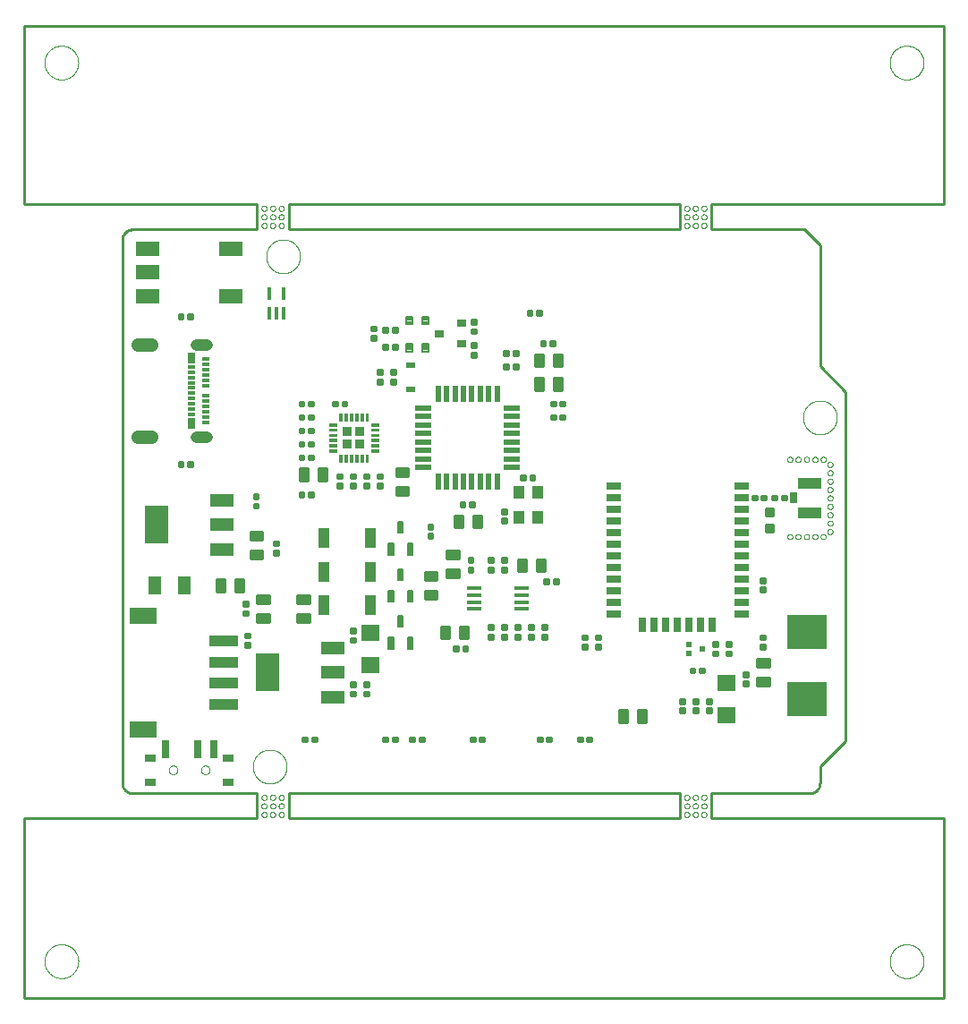
<source format=gtp>
G75*
%MOIN*%
%OFA0B0*%
%FSLAX25Y25*%
%IPPOS*%
%LPD*%
%AMOC8*
5,1,8,0,0,1.08239X$1,22.5*
%
%ADD10C,0.00000*%
%ADD11C,0.01000*%
%ADD12C,0.00750*%
%ADD13R,0.08661X0.05512*%
%ADD14C,0.01250*%
%ADD15R,0.05000X0.07000*%
%ADD16R,0.01575X0.04724*%
%ADD17R,0.02756X0.01181*%
%ADD18R,0.02756X0.03937*%
%ADD19C,0.04300*%
%ADD20C,0.05000*%
%ADD21R,0.03780X0.03780*%
%ADD22C,0.00069*%
%ADD23R,0.08800X0.04800*%
%ADD24R,0.08661X0.14173*%
%ADD25R,0.10787X0.03976*%
%ADD26R,0.10000X0.05906*%
%ADD27R,0.03937X0.07598*%
%ADD28C,0.00600*%
%ADD29R,0.15000X0.12500*%
%ADD30R,0.02756X0.07087*%
%ADD31R,0.04000X0.02756*%
%ADD32R,0.05512X0.02756*%
%ADD33R,0.02756X0.05512*%
%ADD34R,0.02165X0.06299*%
%ADD35R,0.06299X0.02165*%
%ADD36R,0.08661X0.04134*%
%ADD37R,0.03150X0.03937*%
%ADD38R,0.04331X0.04724*%
%ADD39R,0.05610X0.01772*%
%ADD40R,0.03543X0.03150*%
%ADD41R,0.03268X0.02480*%
%ADD42C,0.00875*%
%ADD43R,0.01870X0.01969*%
%ADD44R,0.06600X0.06000*%
D10*
X0008981Y0015280D02*
X0008983Y0015438D01*
X0008989Y0015596D01*
X0008999Y0015754D01*
X0009013Y0015912D01*
X0009031Y0016069D01*
X0009052Y0016226D01*
X0009078Y0016382D01*
X0009108Y0016538D01*
X0009141Y0016693D01*
X0009179Y0016846D01*
X0009220Y0016999D01*
X0009265Y0017151D01*
X0009314Y0017302D01*
X0009367Y0017451D01*
X0009423Y0017599D01*
X0009483Y0017745D01*
X0009547Y0017890D01*
X0009615Y0018033D01*
X0009686Y0018175D01*
X0009760Y0018315D01*
X0009838Y0018452D01*
X0009920Y0018588D01*
X0010004Y0018722D01*
X0010093Y0018853D01*
X0010184Y0018982D01*
X0010279Y0019109D01*
X0010376Y0019234D01*
X0010477Y0019356D01*
X0010581Y0019475D01*
X0010688Y0019592D01*
X0010798Y0019706D01*
X0010911Y0019817D01*
X0011026Y0019926D01*
X0011144Y0020031D01*
X0011265Y0020133D01*
X0011388Y0020233D01*
X0011514Y0020329D01*
X0011642Y0020422D01*
X0011772Y0020512D01*
X0011905Y0020598D01*
X0012040Y0020682D01*
X0012176Y0020761D01*
X0012315Y0020838D01*
X0012456Y0020910D01*
X0012598Y0020980D01*
X0012742Y0021045D01*
X0012888Y0021107D01*
X0013035Y0021165D01*
X0013184Y0021220D01*
X0013334Y0021271D01*
X0013485Y0021318D01*
X0013637Y0021361D01*
X0013790Y0021400D01*
X0013945Y0021436D01*
X0014100Y0021467D01*
X0014256Y0021495D01*
X0014412Y0021519D01*
X0014569Y0021539D01*
X0014727Y0021555D01*
X0014884Y0021567D01*
X0015043Y0021575D01*
X0015201Y0021579D01*
X0015359Y0021579D01*
X0015517Y0021575D01*
X0015676Y0021567D01*
X0015833Y0021555D01*
X0015991Y0021539D01*
X0016148Y0021519D01*
X0016304Y0021495D01*
X0016460Y0021467D01*
X0016615Y0021436D01*
X0016770Y0021400D01*
X0016923Y0021361D01*
X0017075Y0021318D01*
X0017226Y0021271D01*
X0017376Y0021220D01*
X0017525Y0021165D01*
X0017672Y0021107D01*
X0017818Y0021045D01*
X0017962Y0020980D01*
X0018104Y0020910D01*
X0018245Y0020838D01*
X0018384Y0020761D01*
X0018520Y0020682D01*
X0018655Y0020598D01*
X0018788Y0020512D01*
X0018918Y0020422D01*
X0019046Y0020329D01*
X0019172Y0020233D01*
X0019295Y0020133D01*
X0019416Y0020031D01*
X0019534Y0019926D01*
X0019649Y0019817D01*
X0019762Y0019706D01*
X0019872Y0019592D01*
X0019979Y0019475D01*
X0020083Y0019356D01*
X0020184Y0019234D01*
X0020281Y0019109D01*
X0020376Y0018982D01*
X0020467Y0018853D01*
X0020556Y0018722D01*
X0020640Y0018588D01*
X0020722Y0018452D01*
X0020800Y0018315D01*
X0020874Y0018175D01*
X0020945Y0018033D01*
X0021013Y0017890D01*
X0021077Y0017745D01*
X0021137Y0017599D01*
X0021193Y0017451D01*
X0021246Y0017302D01*
X0021295Y0017151D01*
X0021340Y0016999D01*
X0021381Y0016846D01*
X0021419Y0016693D01*
X0021452Y0016538D01*
X0021482Y0016382D01*
X0021508Y0016226D01*
X0021529Y0016069D01*
X0021547Y0015912D01*
X0021561Y0015754D01*
X0021571Y0015596D01*
X0021577Y0015438D01*
X0021579Y0015280D01*
X0021577Y0015122D01*
X0021571Y0014964D01*
X0021561Y0014806D01*
X0021547Y0014648D01*
X0021529Y0014491D01*
X0021508Y0014334D01*
X0021482Y0014178D01*
X0021452Y0014022D01*
X0021419Y0013867D01*
X0021381Y0013714D01*
X0021340Y0013561D01*
X0021295Y0013409D01*
X0021246Y0013258D01*
X0021193Y0013109D01*
X0021137Y0012961D01*
X0021077Y0012815D01*
X0021013Y0012670D01*
X0020945Y0012527D01*
X0020874Y0012385D01*
X0020800Y0012245D01*
X0020722Y0012108D01*
X0020640Y0011972D01*
X0020556Y0011838D01*
X0020467Y0011707D01*
X0020376Y0011578D01*
X0020281Y0011451D01*
X0020184Y0011326D01*
X0020083Y0011204D01*
X0019979Y0011085D01*
X0019872Y0010968D01*
X0019762Y0010854D01*
X0019649Y0010743D01*
X0019534Y0010634D01*
X0019416Y0010529D01*
X0019295Y0010427D01*
X0019172Y0010327D01*
X0019046Y0010231D01*
X0018918Y0010138D01*
X0018788Y0010048D01*
X0018655Y0009962D01*
X0018520Y0009878D01*
X0018384Y0009799D01*
X0018245Y0009722D01*
X0018104Y0009650D01*
X0017962Y0009580D01*
X0017818Y0009515D01*
X0017672Y0009453D01*
X0017525Y0009395D01*
X0017376Y0009340D01*
X0017226Y0009289D01*
X0017075Y0009242D01*
X0016923Y0009199D01*
X0016770Y0009160D01*
X0016615Y0009124D01*
X0016460Y0009093D01*
X0016304Y0009065D01*
X0016148Y0009041D01*
X0015991Y0009021D01*
X0015833Y0009005D01*
X0015676Y0008993D01*
X0015517Y0008985D01*
X0015359Y0008981D01*
X0015201Y0008981D01*
X0015043Y0008985D01*
X0014884Y0008993D01*
X0014727Y0009005D01*
X0014569Y0009021D01*
X0014412Y0009041D01*
X0014256Y0009065D01*
X0014100Y0009093D01*
X0013945Y0009124D01*
X0013790Y0009160D01*
X0013637Y0009199D01*
X0013485Y0009242D01*
X0013334Y0009289D01*
X0013184Y0009340D01*
X0013035Y0009395D01*
X0012888Y0009453D01*
X0012742Y0009515D01*
X0012598Y0009580D01*
X0012456Y0009650D01*
X0012315Y0009722D01*
X0012176Y0009799D01*
X0012040Y0009878D01*
X0011905Y0009962D01*
X0011772Y0010048D01*
X0011642Y0010138D01*
X0011514Y0010231D01*
X0011388Y0010327D01*
X0011265Y0010427D01*
X0011144Y0010529D01*
X0011026Y0010634D01*
X0010911Y0010743D01*
X0010798Y0010854D01*
X0010688Y0010968D01*
X0010581Y0011085D01*
X0010477Y0011204D01*
X0010376Y0011326D01*
X0010279Y0011451D01*
X0010184Y0011578D01*
X0010093Y0011707D01*
X0010004Y0011838D01*
X0009920Y0011972D01*
X0009838Y0012108D01*
X0009760Y0012245D01*
X0009686Y0012385D01*
X0009615Y0012527D01*
X0009547Y0012670D01*
X0009483Y0012815D01*
X0009423Y0012961D01*
X0009367Y0013109D01*
X0009314Y0013258D01*
X0009265Y0013409D01*
X0009220Y0013561D01*
X0009179Y0013714D01*
X0009141Y0013867D01*
X0009108Y0014022D01*
X0009078Y0014178D01*
X0009052Y0014334D01*
X0009031Y0014491D01*
X0009013Y0014648D01*
X0008999Y0014806D01*
X0008989Y0014964D01*
X0008983Y0015122D01*
X0008981Y0015280D01*
X0055317Y0086530D02*
X0055319Y0086610D01*
X0055325Y0086689D01*
X0055335Y0086768D01*
X0055349Y0086847D01*
X0055366Y0086925D01*
X0055388Y0087002D01*
X0055413Y0087077D01*
X0055443Y0087151D01*
X0055475Y0087224D01*
X0055512Y0087295D01*
X0055552Y0087364D01*
X0055595Y0087431D01*
X0055642Y0087496D01*
X0055691Y0087558D01*
X0055744Y0087618D01*
X0055800Y0087675D01*
X0055858Y0087730D01*
X0055919Y0087781D01*
X0055983Y0087829D01*
X0056049Y0087874D01*
X0056117Y0087916D01*
X0056187Y0087954D01*
X0056259Y0087988D01*
X0056332Y0088019D01*
X0056407Y0088047D01*
X0056484Y0088070D01*
X0056561Y0088090D01*
X0056639Y0088106D01*
X0056718Y0088118D01*
X0056797Y0088126D01*
X0056877Y0088130D01*
X0056957Y0088130D01*
X0057037Y0088126D01*
X0057116Y0088118D01*
X0057195Y0088106D01*
X0057273Y0088090D01*
X0057350Y0088070D01*
X0057427Y0088047D01*
X0057502Y0088019D01*
X0057575Y0087988D01*
X0057647Y0087954D01*
X0057717Y0087916D01*
X0057785Y0087874D01*
X0057851Y0087829D01*
X0057915Y0087781D01*
X0057976Y0087730D01*
X0058034Y0087675D01*
X0058090Y0087618D01*
X0058143Y0087558D01*
X0058192Y0087496D01*
X0058239Y0087431D01*
X0058282Y0087364D01*
X0058322Y0087295D01*
X0058359Y0087224D01*
X0058391Y0087151D01*
X0058421Y0087077D01*
X0058446Y0087002D01*
X0058468Y0086925D01*
X0058485Y0086847D01*
X0058499Y0086768D01*
X0058509Y0086689D01*
X0058515Y0086610D01*
X0058517Y0086530D01*
X0058515Y0086450D01*
X0058509Y0086371D01*
X0058499Y0086292D01*
X0058485Y0086213D01*
X0058468Y0086135D01*
X0058446Y0086058D01*
X0058421Y0085983D01*
X0058391Y0085909D01*
X0058359Y0085836D01*
X0058322Y0085765D01*
X0058282Y0085696D01*
X0058239Y0085629D01*
X0058192Y0085564D01*
X0058143Y0085502D01*
X0058090Y0085442D01*
X0058034Y0085385D01*
X0057976Y0085330D01*
X0057915Y0085279D01*
X0057851Y0085231D01*
X0057785Y0085186D01*
X0057717Y0085144D01*
X0057647Y0085106D01*
X0057575Y0085072D01*
X0057502Y0085041D01*
X0057427Y0085013D01*
X0057350Y0084990D01*
X0057273Y0084970D01*
X0057195Y0084954D01*
X0057116Y0084942D01*
X0057037Y0084934D01*
X0056957Y0084930D01*
X0056877Y0084930D01*
X0056797Y0084934D01*
X0056718Y0084942D01*
X0056639Y0084954D01*
X0056561Y0084970D01*
X0056484Y0084990D01*
X0056407Y0085013D01*
X0056332Y0085041D01*
X0056259Y0085072D01*
X0056187Y0085106D01*
X0056117Y0085144D01*
X0056049Y0085186D01*
X0055983Y0085231D01*
X0055919Y0085279D01*
X0055858Y0085330D01*
X0055800Y0085385D01*
X0055744Y0085442D01*
X0055691Y0085502D01*
X0055642Y0085564D01*
X0055595Y0085629D01*
X0055552Y0085696D01*
X0055512Y0085765D01*
X0055475Y0085836D01*
X0055443Y0085909D01*
X0055413Y0085983D01*
X0055388Y0086058D01*
X0055366Y0086135D01*
X0055349Y0086213D01*
X0055335Y0086292D01*
X0055325Y0086371D01*
X0055319Y0086450D01*
X0055317Y0086530D01*
X0067317Y0086530D02*
X0067319Y0086610D01*
X0067325Y0086689D01*
X0067335Y0086768D01*
X0067349Y0086847D01*
X0067366Y0086925D01*
X0067388Y0087002D01*
X0067413Y0087077D01*
X0067443Y0087151D01*
X0067475Y0087224D01*
X0067512Y0087295D01*
X0067552Y0087364D01*
X0067595Y0087431D01*
X0067642Y0087496D01*
X0067691Y0087558D01*
X0067744Y0087618D01*
X0067800Y0087675D01*
X0067858Y0087730D01*
X0067919Y0087781D01*
X0067983Y0087829D01*
X0068049Y0087874D01*
X0068117Y0087916D01*
X0068187Y0087954D01*
X0068259Y0087988D01*
X0068332Y0088019D01*
X0068407Y0088047D01*
X0068484Y0088070D01*
X0068561Y0088090D01*
X0068639Y0088106D01*
X0068718Y0088118D01*
X0068797Y0088126D01*
X0068877Y0088130D01*
X0068957Y0088130D01*
X0069037Y0088126D01*
X0069116Y0088118D01*
X0069195Y0088106D01*
X0069273Y0088090D01*
X0069350Y0088070D01*
X0069427Y0088047D01*
X0069502Y0088019D01*
X0069575Y0087988D01*
X0069647Y0087954D01*
X0069717Y0087916D01*
X0069785Y0087874D01*
X0069851Y0087829D01*
X0069915Y0087781D01*
X0069976Y0087730D01*
X0070034Y0087675D01*
X0070090Y0087618D01*
X0070143Y0087558D01*
X0070192Y0087496D01*
X0070239Y0087431D01*
X0070282Y0087364D01*
X0070322Y0087295D01*
X0070359Y0087224D01*
X0070391Y0087151D01*
X0070421Y0087077D01*
X0070446Y0087002D01*
X0070468Y0086925D01*
X0070485Y0086847D01*
X0070499Y0086768D01*
X0070509Y0086689D01*
X0070515Y0086610D01*
X0070517Y0086530D01*
X0070515Y0086450D01*
X0070509Y0086371D01*
X0070499Y0086292D01*
X0070485Y0086213D01*
X0070468Y0086135D01*
X0070446Y0086058D01*
X0070421Y0085983D01*
X0070391Y0085909D01*
X0070359Y0085836D01*
X0070322Y0085765D01*
X0070282Y0085696D01*
X0070239Y0085629D01*
X0070192Y0085564D01*
X0070143Y0085502D01*
X0070090Y0085442D01*
X0070034Y0085385D01*
X0069976Y0085330D01*
X0069915Y0085279D01*
X0069851Y0085231D01*
X0069785Y0085186D01*
X0069717Y0085144D01*
X0069647Y0085106D01*
X0069575Y0085072D01*
X0069502Y0085041D01*
X0069427Y0085013D01*
X0069350Y0084990D01*
X0069273Y0084970D01*
X0069195Y0084954D01*
X0069116Y0084942D01*
X0069037Y0084934D01*
X0068957Y0084930D01*
X0068877Y0084930D01*
X0068797Y0084934D01*
X0068718Y0084942D01*
X0068639Y0084954D01*
X0068561Y0084970D01*
X0068484Y0084990D01*
X0068407Y0085013D01*
X0068332Y0085041D01*
X0068259Y0085072D01*
X0068187Y0085106D01*
X0068117Y0085144D01*
X0068049Y0085186D01*
X0067983Y0085231D01*
X0067919Y0085279D01*
X0067858Y0085330D01*
X0067800Y0085385D01*
X0067744Y0085442D01*
X0067691Y0085502D01*
X0067642Y0085564D01*
X0067595Y0085629D01*
X0067552Y0085696D01*
X0067512Y0085765D01*
X0067475Y0085836D01*
X0067443Y0085909D01*
X0067413Y0085983D01*
X0067388Y0086058D01*
X0067366Y0086135D01*
X0067349Y0086213D01*
X0067335Y0086292D01*
X0067325Y0086371D01*
X0067319Y0086450D01*
X0067317Y0086530D01*
X0086618Y0087780D02*
X0086620Y0087938D01*
X0086626Y0088096D01*
X0086636Y0088254D01*
X0086650Y0088412D01*
X0086668Y0088569D01*
X0086689Y0088726D01*
X0086715Y0088882D01*
X0086745Y0089038D01*
X0086778Y0089193D01*
X0086816Y0089346D01*
X0086857Y0089499D01*
X0086902Y0089651D01*
X0086951Y0089802D01*
X0087004Y0089951D01*
X0087060Y0090099D01*
X0087120Y0090245D01*
X0087184Y0090390D01*
X0087252Y0090533D01*
X0087323Y0090675D01*
X0087397Y0090815D01*
X0087475Y0090952D01*
X0087557Y0091088D01*
X0087641Y0091222D01*
X0087730Y0091353D01*
X0087821Y0091482D01*
X0087916Y0091609D01*
X0088013Y0091734D01*
X0088114Y0091856D01*
X0088218Y0091975D01*
X0088325Y0092092D01*
X0088435Y0092206D01*
X0088548Y0092317D01*
X0088663Y0092426D01*
X0088781Y0092531D01*
X0088902Y0092633D01*
X0089025Y0092733D01*
X0089151Y0092829D01*
X0089279Y0092922D01*
X0089409Y0093012D01*
X0089542Y0093098D01*
X0089677Y0093182D01*
X0089813Y0093261D01*
X0089952Y0093338D01*
X0090093Y0093410D01*
X0090235Y0093480D01*
X0090379Y0093545D01*
X0090525Y0093607D01*
X0090672Y0093665D01*
X0090821Y0093720D01*
X0090971Y0093771D01*
X0091122Y0093818D01*
X0091274Y0093861D01*
X0091427Y0093900D01*
X0091582Y0093936D01*
X0091737Y0093967D01*
X0091893Y0093995D01*
X0092049Y0094019D01*
X0092206Y0094039D01*
X0092364Y0094055D01*
X0092521Y0094067D01*
X0092680Y0094075D01*
X0092838Y0094079D01*
X0092996Y0094079D01*
X0093154Y0094075D01*
X0093313Y0094067D01*
X0093470Y0094055D01*
X0093628Y0094039D01*
X0093785Y0094019D01*
X0093941Y0093995D01*
X0094097Y0093967D01*
X0094252Y0093936D01*
X0094407Y0093900D01*
X0094560Y0093861D01*
X0094712Y0093818D01*
X0094863Y0093771D01*
X0095013Y0093720D01*
X0095162Y0093665D01*
X0095309Y0093607D01*
X0095455Y0093545D01*
X0095599Y0093480D01*
X0095741Y0093410D01*
X0095882Y0093338D01*
X0096021Y0093261D01*
X0096157Y0093182D01*
X0096292Y0093098D01*
X0096425Y0093012D01*
X0096555Y0092922D01*
X0096683Y0092829D01*
X0096809Y0092733D01*
X0096932Y0092633D01*
X0097053Y0092531D01*
X0097171Y0092426D01*
X0097286Y0092317D01*
X0097399Y0092206D01*
X0097509Y0092092D01*
X0097616Y0091975D01*
X0097720Y0091856D01*
X0097821Y0091734D01*
X0097918Y0091609D01*
X0098013Y0091482D01*
X0098104Y0091353D01*
X0098193Y0091222D01*
X0098277Y0091088D01*
X0098359Y0090952D01*
X0098437Y0090815D01*
X0098511Y0090675D01*
X0098582Y0090533D01*
X0098650Y0090390D01*
X0098714Y0090245D01*
X0098774Y0090099D01*
X0098830Y0089951D01*
X0098883Y0089802D01*
X0098932Y0089651D01*
X0098977Y0089499D01*
X0099018Y0089346D01*
X0099056Y0089193D01*
X0099089Y0089038D01*
X0099119Y0088882D01*
X0099145Y0088726D01*
X0099166Y0088569D01*
X0099184Y0088412D01*
X0099198Y0088254D01*
X0099208Y0088096D01*
X0099214Y0087938D01*
X0099216Y0087780D01*
X0099214Y0087622D01*
X0099208Y0087464D01*
X0099198Y0087306D01*
X0099184Y0087148D01*
X0099166Y0086991D01*
X0099145Y0086834D01*
X0099119Y0086678D01*
X0099089Y0086522D01*
X0099056Y0086367D01*
X0099018Y0086214D01*
X0098977Y0086061D01*
X0098932Y0085909D01*
X0098883Y0085758D01*
X0098830Y0085609D01*
X0098774Y0085461D01*
X0098714Y0085315D01*
X0098650Y0085170D01*
X0098582Y0085027D01*
X0098511Y0084885D01*
X0098437Y0084745D01*
X0098359Y0084608D01*
X0098277Y0084472D01*
X0098193Y0084338D01*
X0098104Y0084207D01*
X0098013Y0084078D01*
X0097918Y0083951D01*
X0097821Y0083826D01*
X0097720Y0083704D01*
X0097616Y0083585D01*
X0097509Y0083468D01*
X0097399Y0083354D01*
X0097286Y0083243D01*
X0097171Y0083134D01*
X0097053Y0083029D01*
X0096932Y0082927D01*
X0096809Y0082827D01*
X0096683Y0082731D01*
X0096555Y0082638D01*
X0096425Y0082548D01*
X0096292Y0082462D01*
X0096157Y0082378D01*
X0096021Y0082299D01*
X0095882Y0082222D01*
X0095741Y0082150D01*
X0095599Y0082080D01*
X0095455Y0082015D01*
X0095309Y0081953D01*
X0095162Y0081895D01*
X0095013Y0081840D01*
X0094863Y0081789D01*
X0094712Y0081742D01*
X0094560Y0081699D01*
X0094407Y0081660D01*
X0094252Y0081624D01*
X0094097Y0081593D01*
X0093941Y0081565D01*
X0093785Y0081541D01*
X0093628Y0081521D01*
X0093470Y0081505D01*
X0093313Y0081493D01*
X0093154Y0081485D01*
X0092996Y0081481D01*
X0092838Y0081481D01*
X0092680Y0081485D01*
X0092521Y0081493D01*
X0092364Y0081505D01*
X0092206Y0081521D01*
X0092049Y0081541D01*
X0091893Y0081565D01*
X0091737Y0081593D01*
X0091582Y0081624D01*
X0091427Y0081660D01*
X0091274Y0081699D01*
X0091122Y0081742D01*
X0090971Y0081789D01*
X0090821Y0081840D01*
X0090672Y0081895D01*
X0090525Y0081953D01*
X0090379Y0082015D01*
X0090235Y0082080D01*
X0090093Y0082150D01*
X0089952Y0082222D01*
X0089813Y0082299D01*
X0089677Y0082378D01*
X0089542Y0082462D01*
X0089409Y0082548D01*
X0089279Y0082638D01*
X0089151Y0082731D01*
X0089025Y0082827D01*
X0088902Y0082927D01*
X0088781Y0083029D01*
X0088663Y0083134D01*
X0088548Y0083243D01*
X0088435Y0083354D01*
X0088325Y0083468D01*
X0088218Y0083585D01*
X0088114Y0083704D01*
X0088013Y0083826D01*
X0087916Y0083951D01*
X0087821Y0084078D01*
X0087730Y0084207D01*
X0087641Y0084338D01*
X0087557Y0084472D01*
X0087475Y0084608D01*
X0087397Y0084745D01*
X0087323Y0084885D01*
X0087252Y0085027D01*
X0087184Y0085170D01*
X0087120Y0085315D01*
X0087060Y0085461D01*
X0087004Y0085609D01*
X0086951Y0085758D01*
X0086902Y0085909D01*
X0086857Y0086061D01*
X0086816Y0086214D01*
X0086778Y0086367D01*
X0086745Y0086522D01*
X0086715Y0086678D01*
X0086689Y0086834D01*
X0086668Y0086991D01*
X0086650Y0087148D01*
X0086636Y0087306D01*
X0086626Y0087464D01*
X0086620Y0087622D01*
X0086618Y0087780D01*
X0089837Y0076303D02*
X0089839Y0076365D01*
X0089845Y0076428D01*
X0089855Y0076489D01*
X0089869Y0076550D01*
X0089886Y0076610D01*
X0089907Y0076669D01*
X0089933Y0076726D01*
X0089961Y0076781D01*
X0089993Y0076835D01*
X0090029Y0076886D01*
X0090067Y0076936D01*
X0090109Y0076982D01*
X0090153Y0077026D01*
X0090201Y0077067D01*
X0090250Y0077105D01*
X0090302Y0077139D01*
X0090356Y0077170D01*
X0090412Y0077198D01*
X0090470Y0077222D01*
X0090529Y0077243D01*
X0090589Y0077259D01*
X0090650Y0077272D01*
X0090712Y0077281D01*
X0090774Y0077286D01*
X0090837Y0077287D01*
X0090899Y0077284D01*
X0090961Y0077277D01*
X0091023Y0077266D01*
X0091083Y0077251D01*
X0091143Y0077233D01*
X0091201Y0077211D01*
X0091258Y0077185D01*
X0091313Y0077155D01*
X0091366Y0077122D01*
X0091417Y0077086D01*
X0091465Y0077047D01*
X0091511Y0077004D01*
X0091554Y0076959D01*
X0091594Y0076911D01*
X0091631Y0076861D01*
X0091665Y0076808D01*
X0091696Y0076754D01*
X0091722Y0076698D01*
X0091746Y0076640D01*
X0091765Y0076580D01*
X0091781Y0076520D01*
X0091793Y0076458D01*
X0091801Y0076397D01*
X0091805Y0076334D01*
X0091805Y0076272D01*
X0091801Y0076209D01*
X0091793Y0076148D01*
X0091781Y0076086D01*
X0091765Y0076026D01*
X0091746Y0075966D01*
X0091722Y0075908D01*
X0091696Y0075852D01*
X0091665Y0075798D01*
X0091631Y0075745D01*
X0091594Y0075695D01*
X0091554Y0075647D01*
X0091511Y0075602D01*
X0091465Y0075559D01*
X0091417Y0075520D01*
X0091366Y0075484D01*
X0091313Y0075451D01*
X0091258Y0075421D01*
X0091201Y0075395D01*
X0091143Y0075373D01*
X0091083Y0075355D01*
X0091023Y0075340D01*
X0090961Y0075329D01*
X0090899Y0075322D01*
X0090837Y0075319D01*
X0090774Y0075320D01*
X0090712Y0075325D01*
X0090650Y0075334D01*
X0090589Y0075347D01*
X0090529Y0075363D01*
X0090470Y0075384D01*
X0090412Y0075408D01*
X0090356Y0075436D01*
X0090302Y0075467D01*
X0090250Y0075501D01*
X0090201Y0075539D01*
X0090153Y0075580D01*
X0090109Y0075624D01*
X0090067Y0075670D01*
X0090029Y0075720D01*
X0089993Y0075771D01*
X0089961Y0075825D01*
X0089933Y0075880D01*
X0089907Y0075937D01*
X0089886Y0075996D01*
X0089869Y0076056D01*
X0089855Y0076117D01*
X0089845Y0076178D01*
X0089839Y0076241D01*
X0089837Y0076303D01*
X0089837Y0073104D02*
X0089839Y0073166D01*
X0089845Y0073229D01*
X0089855Y0073290D01*
X0089869Y0073351D01*
X0089886Y0073411D01*
X0089907Y0073470D01*
X0089933Y0073527D01*
X0089961Y0073582D01*
X0089993Y0073636D01*
X0090029Y0073687D01*
X0090067Y0073737D01*
X0090109Y0073783D01*
X0090153Y0073827D01*
X0090201Y0073868D01*
X0090250Y0073906D01*
X0090302Y0073940D01*
X0090356Y0073971D01*
X0090412Y0073999D01*
X0090470Y0074023D01*
X0090529Y0074044D01*
X0090589Y0074060D01*
X0090650Y0074073D01*
X0090712Y0074082D01*
X0090774Y0074087D01*
X0090837Y0074088D01*
X0090899Y0074085D01*
X0090961Y0074078D01*
X0091023Y0074067D01*
X0091083Y0074052D01*
X0091143Y0074034D01*
X0091201Y0074012D01*
X0091258Y0073986D01*
X0091313Y0073956D01*
X0091366Y0073923D01*
X0091417Y0073887D01*
X0091465Y0073848D01*
X0091511Y0073805D01*
X0091554Y0073760D01*
X0091594Y0073712D01*
X0091631Y0073662D01*
X0091665Y0073609D01*
X0091696Y0073555D01*
X0091722Y0073499D01*
X0091746Y0073441D01*
X0091765Y0073381D01*
X0091781Y0073321D01*
X0091793Y0073259D01*
X0091801Y0073198D01*
X0091805Y0073135D01*
X0091805Y0073073D01*
X0091801Y0073010D01*
X0091793Y0072949D01*
X0091781Y0072887D01*
X0091765Y0072827D01*
X0091746Y0072767D01*
X0091722Y0072709D01*
X0091696Y0072653D01*
X0091665Y0072599D01*
X0091631Y0072546D01*
X0091594Y0072496D01*
X0091554Y0072448D01*
X0091511Y0072403D01*
X0091465Y0072360D01*
X0091417Y0072321D01*
X0091366Y0072285D01*
X0091313Y0072252D01*
X0091258Y0072222D01*
X0091201Y0072196D01*
X0091143Y0072174D01*
X0091083Y0072156D01*
X0091023Y0072141D01*
X0090961Y0072130D01*
X0090899Y0072123D01*
X0090837Y0072120D01*
X0090774Y0072121D01*
X0090712Y0072126D01*
X0090650Y0072135D01*
X0090589Y0072148D01*
X0090529Y0072164D01*
X0090470Y0072185D01*
X0090412Y0072209D01*
X0090356Y0072237D01*
X0090302Y0072268D01*
X0090250Y0072302D01*
X0090201Y0072340D01*
X0090153Y0072381D01*
X0090109Y0072425D01*
X0090067Y0072471D01*
X0090029Y0072521D01*
X0089993Y0072572D01*
X0089961Y0072626D01*
X0089933Y0072681D01*
X0089907Y0072738D01*
X0089886Y0072797D01*
X0089869Y0072857D01*
X0089855Y0072918D01*
X0089845Y0072979D01*
X0089839Y0073042D01*
X0089837Y0073104D01*
X0089837Y0069906D02*
X0089839Y0069968D01*
X0089845Y0070031D01*
X0089855Y0070092D01*
X0089869Y0070153D01*
X0089886Y0070213D01*
X0089907Y0070272D01*
X0089933Y0070329D01*
X0089961Y0070384D01*
X0089993Y0070438D01*
X0090029Y0070489D01*
X0090067Y0070539D01*
X0090109Y0070585D01*
X0090153Y0070629D01*
X0090201Y0070670D01*
X0090250Y0070708D01*
X0090302Y0070742D01*
X0090356Y0070773D01*
X0090412Y0070801D01*
X0090470Y0070825D01*
X0090529Y0070846D01*
X0090589Y0070862D01*
X0090650Y0070875D01*
X0090712Y0070884D01*
X0090774Y0070889D01*
X0090837Y0070890D01*
X0090899Y0070887D01*
X0090961Y0070880D01*
X0091023Y0070869D01*
X0091083Y0070854D01*
X0091143Y0070836D01*
X0091201Y0070814D01*
X0091258Y0070788D01*
X0091313Y0070758D01*
X0091366Y0070725D01*
X0091417Y0070689D01*
X0091465Y0070650D01*
X0091511Y0070607D01*
X0091554Y0070562D01*
X0091594Y0070514D01*
X0091631Y0070464D01*
X0091665Y0070411D01*
X0091696Y0070357D01*
X0091722Y0070301D01*
X0091746Y0070243D01*
X0091765Y0070183D01*
X0091781Y0070123D01*
X0091793Y0070061D01*
X0091801Y0070000D01*
X0091805Y0069937D01*
X0091805Y0069875D01*
X0091801Y0069812D01*
X0091793Y0069751D01*
X0091781Y0069689D01*
X0091765Y0069629D01*
X0091746Y0069569D01*
X0091722Y0069511D01*
X0091696Y0069455D01*
X0091665Y0069401D01*
X0091631Y0069348D01*
X0091594Y0069298D01*
X0091554Y0069250D01*
X0091511Y0069205D01*
X0091465Y0069162D01*
X0091417Y0069123D01*
X0091366Y0069087D01*
X0091313Y0069054D01*
X0091258Y0069024D01*
X0091201Y0068998D01*
X0091143Y0068976D01*
X0091083Y0068958D01*
X0091023Y0068943D01*
X0090961Y0068932D01*
X0090899Y0068925D01*
X0090837Y0068922D01*
X0090774Y0068923D01*
X0090712Y0068928D01*
X0090650Y0068937D01*
X0090589Y0068950D01*
X0090529Y0068966D01*
X0090470Y0068987D01*
X0090412Y0069011D01*
X0090356Y0069039D01*
X0090302Y0069070D01*
X0090250Y0069104D01*
X0090201Y0069142D01*
X0090153Y0069183D01*
X0090109Y0069227D01*
X0090067Y0069273D01*
X0090029Y0069323D01*
X0089993Y0069374D01*
X0089961Y0069428D01*
X0089933Y0069483D01*
X0089907Y0069540D01*
X0089886Y0069599D01*
X0089869Y0069659D01*
X0089855Y0069720D01*
X0089845Y0069781D01*
X0089839Y0069844D01*
X0089837Y0069906D01*
X0093036Y0069906D02*
X0093038Y0069968D01*
X0093044Y0070031D01*
X0093054Y0070092D01*
X0093068Y0070153D01*
X0093085Y0070213D01*
X0093106Y0070272D01*
X0093132Y0070329D01*
X0093160Y0070384D01*
X0093192Y0070438D01*
X0093228Y0070489D01*
X0093266Y0070539D01*
X0093308Y0070585D01*
X0093352Y0070629D01*
X0093400Y0070670D01*
X0093449Y0070708D01*
X0093501Y0070742D01*
X0093555Y0070773D01*
X0093611Y0070801D01*
X0093669Y0070825D01*
X0093728Y0070846D01*
X0093788Y0070862D01*
X0093849Y0070875D01*
X0093911Y0070884D01*
X0093973Y0070889D01*
X0094036Y0070890D01*
X0094098Y0070887D01*
X0094160Y0070880D01*
X0094222Y0070869D01*
X0094282Y0070854D01*
X0094342Y0070836D01*
X0094400Y0070814D01*
X0094457Y0070788D01*
X0094512Y0070758D01*
X0094565Y0070725D01*
X0094616Y0070689D01*
X0094664Y0070650D01*
X0094710Y0070607D01*
X0094753Y0070562D01*
X0094793Y0070514D01*
X0094830Y0070464D01*
X0094864Y0070411D01*
X0094895Y0070357D01*
X0094921Y0070301D01*
X0094945Y0070243D01*
X0094964Y0070183D01*
X0094980Y0070123D01*
X0094992Y0070061D01*
X0095000Y0070000D01*
X0095004Y0069937D01*
X0095004Y0069875D01*
X0095000Y0069812D01*
X0094992Y0069751D01*
X0094980Y0069689D01*
X0094964Y0069629D01*
X0094945Y0069569D01*
X0094921Y0069511D01*
X0094895Y0069455D01*
X0094864Y0069401D01*
X0094830Y0069348D01*
X0094793Y0069298D01*
X0094753Y0069250D01*
X0094710Y0069205D01*
X0094664Y0069162D01*
X0094616Y0069123D01*
X0094565Y0069087D01*
X0094512Y0069054D01*
X0094457Y0069024D01*
X0094400Y0068998D01*
X0094342Y0068976D01*
X0094282Y0068958D01*
X0094222Y0068943D01*
X0094160Y0068932D01*
X0094098Y0068925D01*
X0094036Y0068922D01*
X0093973Y0068923D01*
X0093911Y0068928D01*
X0093849Y0068937D01*
X0093788Y0068950D01*
X0093728Y0068966D01*
X0093669Y0068987D01*
X0093611Y0069011D01*
X0093555Y0069039D01*
X0093501Y0069070D01*
X0093449Y0069104D01*
X0093400Y0069142D01*
X0093352Y0069183D01*
X0093308Y0069227D01*
X0093266Y0069273D01*
X0093228Y0069323D01*
X0093192Y0069374D01*
X0093160Y0069428D01*
X0093132Y0069483D01*
X0093106Y0069540D01*
X0093085Y0069599D01*
X0093068Y0069659D01*
X0093054Y0069720D01*
X0093044Y0069781D01*
X0093038Y0069844D01*
X0093036Y0069906D01*
X0093036Y0073104D02*
X0093038Y0073166D01*
X0093044Y0073229D01*
X0093054Y0073290D01*
X0093068Y0073351D01*
X0093085Y0073411D01*
X0093106Y0073470D01*
X0093132Y0073527D01*
X0093160Y0073582D01*
X0093192Y0073636D01*
X0093228Y0073687D01*
X0093266Y0073737D01*
X0093308Y0073783D01*
X0093352Y0073827D01*
X0093400Y0073868D01*
X0093449Y0073906D01*
X0093501Y0073940D01*
X0093555Y0073971D01*
X0093611Y0073999D01*
X0093669Y0074023D01*
X0093728Y0074044D01*
X0093788Y0074060D01*
X0093849Y0074073D01*
X0093911Y0074082D01*
X0093973Y0074087D01*
X0094036Y0074088D01*
X0094098Y0074085D01*
X0094160Y0074078D01*
X0094222Y0074067D01*
X0094282Y0074052D01*
X0094342Y0074034D01*
X0094400Y0074012D01*
X0094457Y0073986D01*
X0094512Y0073956D01*
X0094565Y0073923D01*
X0094616Y0073887D01*
X0094664Y0073848D01*
X0094710Y0073805D01*
X0094753Y0073760D01*
X0094793Y0073712D01*
X0094830Y0073662D01*
X0094864Y0073609D01*
X0094895Y0073555D01*
X0094921Y0073499D01*
X0094945Y0073441D01*
X0094964Y0073381D01*
X0094980Y0073321D01*
X0094992Y0073259D01*
X0095000Y0073198D01*
X0095004Y0073135D01*
X0095004Y0073073D01*
X0095000Y0073010D01*
X0094992Y0072949D01*
X0094980Y0072887D01*
X0094964Y0072827D01*
X0094945Y0072767D01*
X0094921Y0072709D01*
X0094895Y0072653D01*
X0094864Y0072599D01*
X0094830Y0072546D01*
X0094793Y0072496D01*
X0094753Y0072448D01*
X0094710Y0072403D01*
X0094664Y0072360D01*
X0094616Y0072321D01*
X0094565Y0072285D01*
X0094512Y0072252D01*
X0094457Y0072222D01*
X0094400Y0072196D01*
X0094342Y0072174D01*
X0094282Y0072156D01*
X0094222Y0072141D01*
X0094160Y0072130D01*
X0094098Y0072123D01*
X0094036Y0072120D01*
X0093973Y0072121D01*
X0093911Y0072126D01*
X0093849Y0072135D01*
X0093788Y0072148D01*
X0093728Y0072164D01*
X0093669Y0072185D01*
X0093611Y0072209D01*
X0093555Y0072237D01*
X0093501Y0072268D01*
X0093449Y0072302D01*
X0093400Y0072340D01*
X0093352Y0072381D01*
X0093308Y0072425D01*
X0093266Y0072471D01*
X0093228Y0072521D01*
X0093192Y0072572D01*
X0093160Y0072626D01*
X0093132Y0072681D01*
X0093106Y0072738D01*
X0093085Y0072797D01*
X0093068Y0072857D01*
X0093054Y0072918D01*
X0093044Y0072979D01*
X0093038Y0073042D01*
X0093036Y0073104D01*
X0093036Y0076303D02*
X0093038Y0076365D01*
X0093044Y0076428D01*
X0093054Y0076489D01*
X0093068Y0076550D01*
X0093085Y0076610D01*
X0093106Y0076669D01*
X0093132Y0076726D01*
X0093160Y0076781D01*
X0093192Y0076835D01*
X0093228Y0076886D01*
X0093266Y0076936D01*
X0093308Y0076982D01*
X0093352Y0077026D01*
X0093400Y0077067D01*
X0093449Y0077105D01*
X0093501Y0077139D01*
X0093555Y0077170D01*
X0093611Y0077198D01*
X0093669Y0077222D01*
X0093728Y0077243D01*
X0093788Y0077259D01*
X0093849Y0077272D01*
X0093911Y0077281D01*
X0093973Y0077286D01*
X0094036Y0077287D01*
X0094098Y0077284D01*
X0094160Y0077277D01*
X0094222Y0077266D01*
X0094282Y0077251D01*
X0094342Y0077233D01*
X0094400Y0077211D01*
X0094457Y0077185D01*
X0094512Y0077155D01*
X0094565Y0077122D01*
X0094616Y0077086D01*
X0094664Y0077047D01*
X0094710Y0077004D01*
X0094753Y0076959D01*
X0094793Y0076911D01*
X0094830Y0076861D01*
X0094864Y0076808D01*
X0094895Y0076754D01*
X0094921Y0076698D01*
X0094945Y0076640D01*
X0094964Y0076580D01*
X0094980Y0076520D01*
X0094992Y0076458D01*
X0095000Y0076397D01*
X0095004Y0076334D01*
X0095004Y0076272D01*
X0095000Y0076209D01*
X0094992Y0076148D01*
X0094980Y0076086D01*
X0094964Y0076026D01*
X0094945Y0075966D01*
X0094921Y0075908D01*
X0094895Y0075852D01*
X0094864Y0075798D01*
X0094830Y0075745D01*
X0094793Y0075695D01*
X0094753Y0075647D01*
X0094710Y0075602D01*
X0094664Y0075559D01*
X0094616Y0075520D01*
X0094565Y0075484D01*
X0094512Y0075451D01*
X0094457Y0075421D01*
X0094400Y0075395D01*
X0094342Y0075373D01*
X0094282Y0075355D01*
X0094222Y0075340D01*
X0094160Y0075329D01*
X0094098Y0075322D01*
X0094036Y0075319D01*
X0093973Y0075320D01*
X0093911Y0075325D01*
X0093849Y0075334D01*
X0093788Y0075347D01*
X0093728Y0075363D01*
X0093669Y0075384D01*
X0093611Y0075408D01*
X0093555Y0075436D01*
X0093501Y0075467D01*
X0093449Y0075501D01*
X0093400Y0075539D01*
X0093352Y0075580D01*
X0093308Y0075624D01*
X0093266Y0075670D01*
X0093228Y0075720D01*
X0093192Y0075771D01*
X0093160Y0075825D01*
X0093132Y0075880D01*
X0093106Y0075937D01*
X0093085Y0075996D01*
X0093068Y0076056D01*
X0093054Y0076117D01*
X0093044Y0076178D01*
X0093038Y0076241D01*
X0093036Y0076303D01*
X0096235Y0076303D02*
X0096237Y0076365D01*
X0096243Y0076428D01*
X0096253Y0076489D01*
X0096267Y0076550D01*
X0096284Y0076610D01*
X0096305Y0076669D01*
X0096331Y0076726D01*
X0096359Y0076781D01*
X0096391Y0076835D01*
X0096427Y0076886D01*
X0096465Y0076936D01*
X0096507Y0076982D01*
X0096551Y0077026D01*
X0096599Y0077067D01*
X0096648Y0077105D01*
X0096700Y0077139D01*
X0096754Y0077170D01*
X0096810Y0077198D01*
X0096868Y0077222D01*
X0096927Y0077243D01*
X0096987Y0077259D01*
X0097048Y0077272D01*
X0097110Y0077281D01*
X0097172Y0077286D01*
X0097235Y0077287D01*
X0097297Y0077284D01*
X0097359Y0077277D01*
X0097421Y0077266D01*
X0097481Y0077251D01*
X0097541Y0077233D01*
X0097599Y0077211D01*
X0097656Y0077185D01*
X0097711Y0077155D01*
X0097764Y0077122D01*
X0097815Y0077086D01*
X0097863Y0077047D01*
X0097909Y0077004D01*
X0097952Y0076959D01*
X0097992Y0076911D01*
X0098029Y0076861D01*
X0098063Y0076808D01*
X0098094Y0076754D01*
X0098120Y0076698D01*
X0098144Y0076640D01*
X0098163Y0076580D01*
X0098179Y0076520D01*
X0098191Y0076458D01*
X0098199Y0076397D01*
X0098203Y0076334D01*
X0098203Y0076272D01*
X0098199Y0076209D01*
X0098191Y0076148D01*
X0098179Y0076086D01*
X0098163Y0076026D01*
X0098144Y0075966D01*
X0098120Y0075908D01*
X0098094Y0075852D01*
X0098063Y0075798D01*
X0098029Y0075745D01*
X0097992Y0075695D01*
X0097952Y0075647D01*
X0097909Y0075602D01*
X0097863Y0075559D01*
X0097815Y0075520D01*
X0097764Y0075484D01*
X0097711Y0075451D01*
X0097656Y0075421D01*
X0097599Y0075395D01*
X0097541Y0075373D01*
X0097481Y0075355D01*
X0097421Y0075340D01*
X0097359Y0075329D01*
X0097297Y0075322D01*
X0097235Y0075319D01*
X0097172Y0075320D01*
X0097110Y0075325D01*
X0097048Y0075334D01*
X0096987Y0075347D01*
X0096927Y0075363D01*
X0096868Y0075384D01*
X0096810Y0075408D01*
X0096754Y0075436D01*
X0096700Y0075467D01*
X0096648Y0075501D01*
X0096599Y0075539D01*
X0096551Y0075580D01*
X0096507Y0075624D01*
X0096465Y0075670D01*
X0096427Y0075720D01*
X0096391Y0075771D01*
X0096359Y0075825D01*
X0096331Y0075880D01*
X0096305Y0075937D01*
X0096284Y0075996D01*
X0096267Y0076056D01*
X0096253Y0076117D01*
X0096243Y0076178D01*
X0096237Y0076241D01*
X0096235Y0076303D01*
X0096235Y0073104D02*
X0096237Y0073166D01*
X0096243Y0073229D01*
X0096253Y0073290D01*
X0096267Y0073351D01*
X0096284Y0073411D01*
X0096305Y0073470D01*
X0096331Y0073527D01*
X0096359Y0073582D01*
X0096391Y0073636D01*
X0096427Y0073687D01*
X0096465Y0073737D01*
X0096507Y0073783D01*
X0096551Y0073827D01*
X0096599Y0073868D01*
X0096648Y0073906D01*
X0096700Y0073940D01*
X0096754Y0073971D01*
X0096810Y0073999D01*
X0096868Y0074023D01*
X0096927Y0074044D01*
X0096987Y0074060D01*
X0097048Y0074073D01*
X0097110Y0074082D01*
X0097172Y0074087D01*
X0097235Y0074088D01*
X0097297Y0074085D01*
X0097359Y0074078D01*
X0097421Y0074067D01*
X0097481Y0074052D01*
X0097541Y0074034D01*
X0097599Y0074012D01*
X0097656Y0073986D01*
X0097711Y0073956D01*
X0097764Y0073923D01*
X0097815Y0073887D01*
X0097863Y0073848D01*
X0097909Y0073805D01*
X0097952Y0073760D01*
X0097992Y0073712D01*
X0098029Y0073662D01*
X0098063Y0073609D01*
X0098094Y0073555D01*
X0098120Y0073499D01*
X0098144Y0073441D01*
X0098163Y0073381D01*
X0098179Y0073321D01*
X0098191Y0073259D01*
X0098199Y0073198D01*
X0098203Y0073135D01*
X0098203Y0073073D01*
X0098199Y0073010D01*
X0098191Y0072949D01*
X0098179Y0072887D01*
X0098163Y0072827D01*
X0098144Y0072767D01*
X0098120Y0072709D01*
X0098094Y0072653D01*
X0098063Y0072599D01*
X0098029Y0072546D01*
X0097992Y0072496D01*
X0097952Y0072448D01*
X0097909Y0072403D01*
X0097863Y0072360D01*
X0097815Y0072321D01*
X0097764Y0072285D01*
X0097711Y0072252D01*
X0097656Y0072222D01*
X0097599Y0072196D01*
X0097541Y0072174D01*
X0097481Y0072156D01*
X0097421Y0072141D01*
X0097359Y0072130D01*
X0097297Y0072123D01*
X0097235Y0072120D01*
X0097172Y0072121D01*
X0097110Y0072126D01*
X0097048Y0072135D01*
X0096987Y0072148D01*
X0096927Y0072164D01*
X0096868Y0072185D01*
X0096810Y0072209D01*
X0096754Y0072237D01*
X0096700Y0072268D01*
X0096648Y0072302D01*
X0096599Y0072340D01*
X0096551Y0072381D01*
X0096507Y0072425D01*
X0096465Y0072471D01*
X0096427Y0072521D01*
X0096391Y0072572D01*
X0096359Y0072626D01*
X0096331Y0072681D01*
X0096305Y0072738D01*
X0096284Y0072797D01*
X0096267Y0072857D01*
X0096253Y0072918D01*
X0096243Y0072979D01*
X0096237Y0073042D01*
X0096235Y0073104D01*
X0096235Y0069906D02*
X0096237Y0069968D01*
X0096243Y0070031D01*
X0096253Y0070092D01*
X0096267Y0070153D01*
X0096284Y0070213D01*
X0096305Y0070272D01*
X0096331Y0070329D01*
X0096359Y0070384D01*
X0096391Y0070438D01*
X0096427Y0070489D01*
X0096465Y0070539D01*
X0096507Y0070585D01*
X0096551Y0070629D01*
X0096599Y0070670D01*
X0096648Y0070708D01*
X0096700Y0070742D01*
X0096754Y0070773D01*
X0096810Y0070801D01*
X0096868Y0070825D01*
X0096927Y0070846D01*
X0096987Y0070862D01*
X0097048Y0070875D01*
X0097110Y0070884D01*
X0097172Y0070889D01*
X0097235Y0070890D01*
X0097297Y0070887D01*
X0097359Y0070880D01*
X0097421Y0070869D01*
X0097481Y0070854D01*
X0097541Y0070836D01*
X0097599Y0070814D01*
X0097656Y0070788D01*
X0097711Y0070758D01*
X0097764Y0070725D01*
X0097815Y0070689D01*
X0097863Y0070650D01*
X0097909Y0070607D01*
X0097952Y0070562D01*
X0097992Y0070514D01*
X0098029Y0070464D01*
X0098063Y0070411D01*
X0098094Y0070357D01*
X0098120Y0070301D01*
X0098144Y0070243D01*
X0098163Y0070183D01*
X0098179Y0070123D01*
X0098191Y0070061D01*
X0098199Y0070000D01*
X0098203Y0069937D01*
X0098203Y0069875D01*
X0098199Y0069812D01*
X0098191Y0069751D01*
X0098179Y0069689D01*
X0098163Y0069629D01*
X0098144Y0069569D01*
X0098120Y0069511D01*
X0098094Y0069455D01*
X0098063Y0069401D01*
X0098029Y0069348D01*
X0097992Y0069298D01*
X0097952Y0069250D01*
X0097909Y0069205D01*
X0097863Y0069162D01*
X0097815Y0069123D01*
X0097764Y0069087D01*
X0097711Y0069054D01*
X0097656Y0069024D01*
X0097599Y0068998D01*
X0097541Y0068976D01*
X0097481Y0068958D01*
X0097421Y0068943D01*
X0097359Y0068932D01*
X0097297Y0068925D01*
X0097235Y0068922D01*
X0097172Y0068923D01*
X0097110Y0068928D01*
X0097048Y0068937D01*
X0096987Y0068950D01*
X0096927Y0068966D01*
X0096868Y0068987D01*
X0096810Y0069011D01*
X0096754Y0069039D01*
X0096700Y0069070D01*
X0096648Y0069104D01*
X0096599Y0069142D01*
X0096551Y0069183D01*
X0096507Y0069227D01*
X0096465Y0069273D01*
X0096427Y0069323D01*
X0096391Y0069374D01*
X0096359Y0069428D01*
X0096331Y0069483D01*
X0096305Y0069540D01*
X0096284Y0069599D01*
X0096267Y0069659D01*
X0096253Y0069720D01*
X0096243Y0069781D01*
X0096237Y0069844D01*
X0096235Y0069906D01*
X0247317Y0069906D02*
X0247319Y0069968D01*
X0247325Y0070031D01*
X0247335Y0070092D01*
X0247349Y0070153D01*
X0247366Y0070213D01*
X0247387Y0070272D01*
X0247413Y0070329D01*
X0247441Y0070384D01*
X0247473Y0070438D01*
X0247509Y0070489D01*
X0247547Y0070539D01*
X0247589Y0070585D01*
X0247633Y0070629D01*
X0247681Y0070670D01*
X0247730Y0070708D01*
X0247782Y0070742D01*
X0247836Y0070773D01*
X0247892Y0070801D01*
X0247950Y0070825D01*
X0248009Y0070846D01*
X0248069Y0070862D01*
X0248130Y0070875D01*
X0248192Y0070884D01*
X0248254Y0070889D01*
X0248317Y0070890D01*
X0248379Y0070887D01*
X0248441Y0070880D01*
X0248503Y0070869D01*
X0248563Y0070854D01*
X0248623Y0070836D01*
X0248681Y0070814D01*
X0248738Y0070788D01*
X0248793Y0070758D01*
X0248846Y0070725D01*
X0248897Y0070689D01*
X0248945Y0070650D01*
X0248991Y0070607D01*
X0249034Y0070562D01*
X0249074Y0070514D01*
X0249111Y0070464D01*
X0249145Y0070411D01*
X0249176Y0070357D01*
X0249202Y0070301D01*
X0249226Y0070243D01*
X0249245Y0070183D01*
X0249261Y0070123D01*
X0249273Y0070061D01*
X0249281Y0070000D01*
X0249285Y0069937D01*
X0249285Y0069875D01*
X0249281Y0069812D01*
X0249273Y0069751D01*
X0249261Y0069689D01*
X0249245Y0069629D01*
X0249226Y0069569D01*
X0249202Y0069511D01*
X0249176Y0069455D01*
X0249145Y0069401D01*
X0249111Y0069348D01*
X0249074Y0069298D01*
X0249034Y0069250D01*
X0248991Y0069205D01*
X0248945Y0069162D01*
X0248897Y0069123D01*
X0248846Y0069087D01*
X0248793Y0069054D01*
X0248738Y0069024D01*
X0248681Y0068998D01*
X0248623Y0068976D01*
X0248563Y0068958D01*
X0248503Y0068943D01*
X0248441Y0068932D01*
X0248379Y0068925D01*
X0248317Y0068922D01*
X0248254Y0068923D01*
X0248192Y0068928D01*
X0248130Y0068937D01*
X0248069Y0068950D01*
X0248009Y0068966D01*
X0247950Y0068987D01*
X0247892Y0069011D01*
X0247836Y0069039D01*
X0247782Y0069070D01*
X0247730Y0069104D01*
X0247681Y0069142D01*
X0247633Y0069183D01*
X0247589Y0069227D01*
X0247547Y0069273D01*
X0247509Y0069323D01*
X0247473Y0069374D01*
X0247441Y0069428D01*
X0247413Y0069483D01*
X0247387Y0069540D01*
X0247366Y0069599D01*
X0247349Y0069659D01*
X0247335Y0069720D01*
X0247325Y0069781D01*
X0247319Y0069844D01*
X0247317Y0069906D01*
X0247317Y0073104D02*
X0247319Y0073166D01*
X0247325Y0073229D01*
X0247335Y0073290D01*
X0247349Y0073351D01*
X0247366Y0073411D01*
X0247387Y0073470D01*
X0247413Y0073527D01*
X0247441Y0073582D01*
X0247473Y0073636D01*
X0247509Y0073687D01*
X0247547Y0073737D01*
X0247589Y0073783D01*
X0247633Y0073827D01*
X0247681Y0073868D01*
X0247730Y0073906D01*
X0247782Y0073940D01*
X0247836Y0073971D01*
X0247892Y0073999D01*
X0247950Y0074023D01*
X0248009Y0074044D01*
X0248069Y0074060D01*
X0248130Y0074073D01*
X0248192Y0074082D01*
X0248254Y0074087D01*
X0248317Y0074088D01*
X0248379Y0074085D01*
X0248441Y0074078D01*
X0248503Y0074067D01*
X0248563Y0074052D01*
X0248623Y0074034D01*
X0248681Y0074012D01*
X0248738Y0073986D01*
X0248793Y0073956D01*
X0248846Y0073923D01*
X0248897Y0073887D01*
X0248945Y0073848D01*
X0248991Y0073805D01*
X0249034Y0073760D01*
X0249074Y0073712D01*
X0249111Y0073662D01*
X0249145Y0073609D01*
X0249176Y0073555D01*
X0249202Y0073499D01*
X0249226Y0073441D01*
X0249245Y0073381D01*
X0249261Y0073321D01*
X0249273Y0073259D01*
X0249281Y0073198D01*
X0249285Y0073135D01*
X0249285Y0073073D01*
X0249281Y0073010D01*
X0249273Y0072949D01*
X0249261Y0072887D01*
X0249245Y0072827D01*
X0249226Y0072767D01*
X0249202Y0072709D01*
X0249176Y0072653D01*
X0249145Y0072599D01*
X0249111Y0072546D01*
X0249074Y0072496D01*
X0249034Y0072448D01*
X0248991Y0072403D01*
X0248945Y0072360D01*
X0248897Y0072321D01*
X0248846Y0072285D01*
X0248793Y0072252D01*
X0248738Y0072222D01*
X0248681Y0072196D01*
X0248623Y0072174D01*
X0248563Y0072156D01*
X0248503Y0072141D01*
X0248441Y0072130D01*
X0248379Y0072123D01*
X0248317Y0072120D01*
X0248254Y0072121D01*
X0248192Y0072126D01*
X0248130Y0072135D01*
X0248069Y0072148D01*
X0248009Y0072164D01*
X0247950Y0072185D01*
X0247892Y0072209D01*
X0247836Y0072237D01*
X0247782Y0072268D01*
X0247730Y0072302D01*
X0247681Y0072340D01*
X0247633Y0072381D01*
X0247589Y0072425D01*
X0247547Y0072471D01*
X0247509Y0072521D01*
X0247473Y0072572D01*
X0247441Y0072626D01*
X0247413Y0072681D01*
X0247387Y0072738D01*
X0247366Y0072797D01*
X0247349Y0072857D01*
X0247335Y0072918D01*
X0247325Y0072979D01*
X0247319Y0073042D01*
X0247317Y0073104D01*
X0247317Y0076303D02*
X0247319Y0076365D01*
X0247325Y0076428D01*
X0247335Y0076489D01*
X0247349Y0076550D01*
X0247366Y0076610D01*
X0247387Y0076669D01*
X0247413Y0076726D01*
X0247441Y0076781D01*
X0247473Y0076835D01*
X0247509Y0076886D01*
X0247547Y0076936D01*
X0247589Y0076982D01*
X0247633Y0077026D01*
X0247681Y0077067D01*
X0247730Y0077105D01*
X0247782Y0077139D01*
X0247836Y0077170D01*
X0247892Y0077198D01*
X0247950Y0077222D01*
X0248009Y0077243D01*
X0248069Y0077259D01*
X0248130Y0077272D01*
X0248192Y0077281D01*
X0248254Y0077286D01*
X0248317Y0077287D01*
X0248379Y0077284D01*
X0248441Y0077277D01*
X0248503Y0077266D01*
X0248563Y0077251D01*
X0248623Y0077233D01*
X0248681Y0077211D01*
X0248738Y0077185D01*
X0248793Y0077155D01*
X0248846Y0077122D01*
X0248897Y0077086D01*
X0248945Y0077047D01*
X0248991Y0077004D01*
X0249034Y0076959D01*
X0249074Y0076911D01*
X0249111Y0076861D01*
X0249145Y0076808D01*
X0249176Y0076754D01*
X0249202Y0076698D01*
X0249226Y0076640D01*
X0249245Y0076580D01*
X0249261Y0076520D01*
X0249273Y0076458D01*
X0249281Y0076397D01*
X0249285Y0076334D01*
X0249285Y0076272D01*
X0249281Y0076209D01*
X0249273Y0076148D01*
X0249261Y0076086D01*
X0249245Y0076026D01*
X0249226Y0075966D01*
X0249202Y0075908D01*
X0249176Y0075852D01*
X0249145Y0075798D01*
X0249111Y0075745D01*
X0249074Y0075695D01*
X0249034Y0075647D01*
X0248991Y0075602D01*
X0248945Y0075559D01*
X0248897Y0075520D01*
X0248846Y0075484D01*
X0248793Y0075451D01*
X0248738Y0075421D01*
X0248681Y0075395D01*
X0248623Y0075373D01*
X0248563Y0075355D01*
X0248503Y0075340D01*
X0248441Y0075329D01*
X0248379Y0075322D01*
X0248317Y0075319D01*
X0248254Y0075320D01*
X0248192Y0075325D01*
X0248130Y0075334D01*
X0248069Y0075347D01*
X0248009Y0075363D01*
X0247950Y0075384D01*
X0247892Y0075408D01*
X0247836Y0075436D01*
X0247782Y0075467D01*
X0247730Y0075501D01*
X0247681Y0075539D01*
X0247633Y0075580D01*
X0247589Y0075624D01*
X0247547Y0075670D01*
X0247509Y0075720D01*
X0247473Y0075771D01*
X0247441Y0075825D01*
X0247413Y0075880D01*
X0247387Y0075937D01*
X0247366Y0075996D01*
X0247349Y0076056D01*
X0247335Y0076117D01*
X0247325Y0076178D01*
X0247319Y0076241D01*
X0247317Y0076303D01*
X0250516Y0076303D02*
X0250518Y0076365D01*
X0250524Y0076428D01*
X0250534Y0076489D01*
X0250548Y0076550D01*
X0250565Y0076610D01*
X0250586Y0076669D01*
X0250612Y0076726D01*
X0250640Y0076781D01*
X0250672Y0076835D01*
X0250708Y0076886D01*
X0250746Y0076936D01*
X0250788Y0076982D01*
X0250832Y0077026D01*
X0250880Y0077067D01*
X0250929Y0077105D01*
X0250981Y0077139D01*
X0251035Y0077170D01*
X0251091Y0077198D01*
X0251149Y0077222D01*
X0251208Y0077243D01*
X0251268Y0077259D01*
X0251329Y0077272D01*
X0251391Y0077281D01*
X0251453Y0077286D01*
X0251516Y0077287D01*
X0251578Y0077284D01*
X0251640Y0077277D01*
X0251702Y0077266D01*
X0251762Y0077251D01*
X0251822Y0077233D01*
X0251880Y0077211D01*
X0251937Y0077185D01*
X0251992Y0077155D01*
X0252045Y0077122D01*
X0252096Y0077086D01*
X0252144Y0077047D01*
X0252190Y0077004D01*
X0252233Y0076959D01*
X0252273Y0076911D01*
X0252310Y0076861D01*
X0252344Y0076808D01*
X0252375Y0076754D01*
X0252401Y0076698D01*
X0252425Y0076640D01*
X0252444Y0076580D01*
X0252460Y0076520D01*
X0252472Y0076458D01*
X0252480Y0076397D01*
X0252484Y0076334D01*
X0252484Y0076272D01*
X0252480Y0076209D01*
X0252472Y0076148D01*
X0252460Y0076086D01*
X0252444Y0076026D01*
X0252425Y0075966D01*
X0252401Y0075908D01*
X0252375Y0075852D01*
X0252344Y0075798D01*
X0252310Y0075745D01*
X0252273Y0075695D01*
X0252233Y0075647D01*
X0252190Y0075602D01*
X0252144Y0075559D01*
X0252096Y0075520D01*
X0252045Y0075484D01*
X0251992Y0075451D01*
X0251937Y0075421D01*
X0251880Y0075395D01*
X0251822Y0075373D01*
X0251762Y0075355D01*
X0251702Y0075340D01*
X0251640Y0075329D01*
X0251578Y0075322D01*
X0251516Y0075319D01*
X0251453Y0075320D01*
X0251391Y0075325D01*
X0251329Y0075334D01*
X0251268Y0075347D01*
X0251208Y0075363D01*
X0251149Y0075384D01*
X0251091Y0075408D01*
X0251035Y0075436D01*
X0250981Y0075467D01*
X0250929Y0075501D01*
X0250880Y0075539D01*
X0250832Y0075580D01*
X0250788Y0075624D01*
X0250746Y0075670D01*
X0250708Y0075720D01*
X0250672Y0075771D01*
X0250640Y0075825D01*
X0250612Y0075880D01*
X0250586Y0075937D01*
X0250565Y0075996D01*
X0250548Y0076056D01*
X0250534Y0076117D01*
X0250524Y0076178D01*
X0250518Y0076241D01*
X0250516Y0076303D01*
X0250516Y0073104D02*
X0250518Y0073166D01*
X0250524Y0073229D01*
X0250534Y0073290D01*
X0250548Y0073351D01*
X0250565Y0073411D01*
X0250586Y0073470D01*
X0250612Y0073527D01*
X0250640Y0073582D01*
X0250672Y0073636D01*
X0250708Y0073687D01*
X0250746Y0073737D01*
X0250788Y0073783D01*
X0250832Y0073827D01*
X0250880Y0073868D01*
X0250929Y0073906D01*
X0250981Y0073940D01*
X0251035Y0073971D01*
X0251091Y0073999D01*
X0251149Y0074023D01*
X0251208Y0074044D01*
X0251268Y0074060D01*
X0251329Y0074073D01*
X0251391Y0074082D01*
X0251453Y0074087D01*
X0251516Y0074088D01*
X0251578Y0074085D01*
X0251640Y0074078D01*
X0251702Y0074067D01*
X0251762Y0074052D01*
X0251822Y0074034D01*
X0251880Y0074012D01*
X0251937Y0073986D01*
X0251992Y0073956D01*
X0252045Y0073923D01*
X0252096Y0073887D01*
X0252144Y0073848D01*
X0252190Y0073805D01*
X0252233Y0073760D01*
X0252273Y0073712D01*
X0252310Y0073662D01*
X0252344Y0073609D01*
X0252375Y0073555D01*
X0252401Y0073499D01*
X0252425Y0073441D01*
X0252444Y0073381D01*
X0252460Y0073321D01*
X0252472Y0073259D01*
X0252480Y0073198D01*
X0252484Y0073135D01*
X0252484Y0073073D01*
X0252480Y0073010D01*
X0252472Y0072949D01*
X0252460Y0072887D01*
X0252444Y0072827D01*
X0252425Y0072767D01*
X0252401Y0072709D01*
X0252375Y0072653D01*
X0252344Y0072599D01*
X0252310Y0072546D01*
X0252273Y0072496D01*
X0252233Y0072448D01*
X0252190Y0072403D01*
X0252144Y0072360D01*
X0252096Y0072321D01*
X0252045Y0072285D01*
X0251992Y0072252D01*
X0251937Y0072222D01*
X0251880Y0072196D01*
X0251822Y0072174D01*
X0251762Y0072156D01*
X0251702Y0072141D01*
X0251640Y0072130D01*
X0251578Y0072123D01*
X0251516Y0072120D01*
X0251453Y0072121D01*
X0251391Y0072126D01*
X0251329Y0072135D01*
X0251268Y0072148D01*
X0251208Y0072164D01*
X0251149Y0072185D01*
X0251091Y0072209D01*
X0251035Y0072237D01*
X0250981Y0072268D01*
X0250929Y0072302D01*
X0250880Y0072340D01*
X0250832Y0072381D01*
X0250788Y0072425D01*
X0250746Y0072471D01*
X0250708Y0072521D01*
X0250672Y0072572D01*
X0250640Y0072626D01*
X0250612Y0072681D01*
X0250586Y0072738D01*
X0250565Y0072797D01*
X0250548Y0072857D01*
X0250534Y0072918D01*
X0250524Y0072979D01*
X0250518Y0073042D01*
X0250516Y0073104D01*
X0250516Y0069906D02*
X0250518Y0069968D01*
X0250524Y0070031D01*
X0250534Y0070092D01*
X0250548Y0070153D01*
X0250565Y0070213D01*
X0250586Y0070272D01*
X0250612Y0070329D01*
X0250640Y0070384D01*
X0250672Y0070438D01*
X0250708Y0070489D01*
X0250746Y0070539D01*
X0250788Y0070585D01*
X0250832Y0070629D01*
X0250880Y0070670D01*
X0250929Y0070708D01*
X0250981Y0070742D01*
X0251035Y0070773D01*
X0251091Y0070801D01*
X0251149Y0070825D01*
X0251208Y0070846D01*
X0251268Y0070862D01*
X0251329Y0070875D01*
X0251391Y0070884D01*
X0251453Y0070889D01*
X0251516Y0070890D01*
X0251578Y0070887D01*
X0251640Y0070880D01*
X0251702Y0070869D01*
X0251762Y0070854D01*
X0251822Y0070836D01*
X0251880Y0070814D01*
X0251937Y0070788D01*
X0251992Y0070758D01*
X0252045Y0070725D01*
X0252096Y0070689D01*
X0252144Y0070650D01*
X0252190Y0070607D01*
X0252233Y0070562D01*
X0252273Y0070514D01*
X0252310Y0070464D01*
X0252344Y0070411D01*
X0252375Y0070357D01*
X0252401Y0070301D01*
X0252425Y0070243D01*
X0252444Y0070183D01*
X0252460Y0070123D01*
X0252472Y0070061D01*
X0252480Y0070000D01*
X0252484Y0069937D01*
X0252484Y0069875D01*
X0252480Y0069812D01*
X0252472Y0069751D01*
X0252460Y0069689D01*
X0252444Y0069629D01*
X0252425Y0069569D01*
X0252401Y0069511D01*
X0252375Y0069455D01*
X0252344Y0069401D01*
X0252310Y0069348D01*
X0252273Y0069298D01*
X0252233Y0069250D01*
X0252190Y0069205D01*
X0252144Y0069162D01*
X0252096Y0069123D01*
X0252045Y0069087D01*
X0251992Y0069054D01*
X0251937Y0069024D01*
X0251880Y0068998D01*
X0251822Y0068976D01*
X0251762Y0068958D01*
X0251702Y0068943D01*
X0251640Y0068932D01*
X0251578Y0068925D01*
X0251516Y0068922D01*
X0251453Y0068923D01*
X0251391Y0068928D01*
X0251329Y0068937D01*
X0251268Y0068950D01*
X0251208Y0068966D01*
X0251149Y0068987D01*
X0251091Y0069011D01*
X0251035Y0069039D01*
X0250981Y0069070D01*
X0250929Y0069104D01*
X0250880Y0069142D01*
X0250832Y0069183D01*
X0250788Y0069227D01*
X0250746Y0069273D01*
X0250708Y0069323D01*
X0250672Y0069374D01*
X0250640Y0069428D01*
X0250612Y0069483D01*
X0250586Y0069540D01*
X0250565Y0069599D01*
X0250548Y0069659D01*
X0250534Y0069720D01*
X0250524Y0069781D01*
X0250518Y0069844D01*
X0250516Y0069906D01*
X0253715Y0069906D02*
X0253717Y0069968D01*
X0253723Y0070031D01*
X0253733Y0070092D01*
X0253747Y0070153D01*
X0253764Y0070213D01*
X0253785Y0070272D01*
X0253811Y0070329D01*
X0253839Y0070384D01*
X0253871Y0070438D01*
X0253907Y0070489D01*
X0253945Y0070539D01*
X0253987Y0070585D01*
X0254031Y0070629D01*
X0254079Y0070670D01*
X0254128Y0070708D01*
X0254180Y0070742D01*
X0254234Y0070773D01*
X0254290Y0070801D01*
X0254348Y0070825D01*
X0254407Y0070846D01*
X0254467Y0070862D01*
X0254528Y0070875D01*
X0254590Y0070884D01*
X0254652Y0070889D01*
X0254715Y0070890D01*
X0254777Y0070887D01*
X0254839Y0070880D01*
X0254901Y0070869D01*
X0254961Y0070854D01*
X0255021Y0070836D01*
X0255079Y0070814D01*
X0255136Y0070788D01*
X0255191Y0070758D01*
X0255244Y0070725D01*
X0255295Y0070689D01*
X0255343Y0070650D01*
X0255389Y0070607D01*
X0255432Y0070562D01*
X0255472Y0070514D01*
X0255509Y0070464D01*
X0255543Y0070411D01*
X0255574Y0070357D01*
X0255600Y0070301D01*
X0255624Y0070243D01*
X0255643Y0070183D01*
X0255659Y0070123D01*
X0255671Y0070061D01*
X0255679Y0070000D01*
X0255683Y0069937D01*
X0255683Y0069875D01*
X0255679Y0069812D01*
X0255671Y0069751D01*
X0255659Y0069689D01*
X0255643Y0069629D01*
X0255624Y0069569D01*
X0255600Y0069511D01*
X0255574Y0069455D01*
X0255543Y0069401D01*
X0255509Y0069348D01*
X0255472Y0069298D01*
X0255432Y0069250D01*
X0255389Y0069205D01*
X0255343Y0069162D01*
X0255295Y0069123D01*
X0255244Y0069087D01*
X0255191Y0069054D01*
X0255136Y0069024D01*
X0255079Y0068998D01*
X0255021Y0068976D01*
X0254961Y0068958D01*
X0254901Y0068943D01*
X0254839Y0068932D01*
X0254777Y0068925D01*
X0254715Y0068922D01*
X0254652Y0068923D01*
X0254590Y0068928D01*
X0254528Y0068937D01*
X0254467Y0068950D01*
X0254407Y0068966D01*
X0254348Y0068987D01*
X0254290Y0069011D01*
X0254234Y0069039D01*
X0254180Y0069070D01*
X0254128Y0069104D01*
X0254079Y0069142D01*
X0254031Y0069183D01*
X0253987Y0069227D01*
X0253945Y0069273D01*
X0253907Y0069323D01*
X0253871Y0069374D01*
X0253839Y0069428D01*
X0253811Y0069483D01*
X0253785Y0069540D01*
X0253764Y0069599D01*
X0253747Y0069659D01*
X0253733Y0069720D01*
X0253723Y0069781D01*
X0253717Y0069844D01*
X0253715Y0069906D01*
X0253715Y0073104D02*
X0253717Y0073166D01*
X0253723Y0073229D01*
X0253733Y0073290D01*
X0253747Y0073351D01*
X0253764Y0073411D01*
X0253785Y0073470D01*
X0253811Y0073527D01*
X0253839Y0073582D01*
X0253871Y0073636D01*
X0253907Y0073687D01*
X0253945Y0073737D01*
X0253987Y0073783D01*
X0254031Y0073827D01*
X0254079Y0073868D01*
X0254128Y0073906D01*
X0254180Y0073940D01*
X0254234Y0073971D01*
X0254290Y0073999D01*
X0254348Y0074023D01*
X0254407Y0074044D01*
X0254467Y0074060D01*
X0254528Y0074073D01*
X0254590Y0074082D01*
X0254652Y0074087D01*
X0254715Y0074088D01*
X0254777Y0074085D01*
X0254839Y0074078D01*
X0254901Y0074067D01*
X0254961Y0074052D01*
X0255021Y0074034D01*
X0255079Y0074012D01*
X0255136Y0073986D01*
X0255191Y0073956D01*
X0255244Y0073923D01*
X0255295Y0073887D01*
X0255343Y0073848D01*
X0255389Y0073805D01*
X0255432Y0073760D01*
X0255472Y0073712D01*
X0255509Y0073662D01*
X0255543Y0073609D01*
X0255574Y0073555D01*
X0255600Y0073499D01*
X0255624Y0073441D01*
X0255643Y0073381D01*
X0255659Y0073321D01*
X0255671Y0073259D01*
X0255679Y0073198D01*
X0255683Y0073135D01*
X0255683Y0073073D01*
X0255679Y0073010D01*
X0255671Y0072949D01*
X0255659Y0072887D01*
X0255643Y0072827D01*
X0255624Y0072767D01*
X0255600Y0072709D01*
X0255574Y0072653D01*
X0255543Y0072599D01*
X0255509Y0072546D01*
X0255472Y0072496D01*
X0255432Y0072448D01*
X0255389Y0072403D01*
X0255343Y0072360D01*
X0255295Y0072321D01*
X0255244Y0072285D01*
X0255191Y0072252D01*
X0255136Y0072222D01*
X0255079Y0072196D01*
X0255021Y0072174D01*
X0254961Y0072156D01*
X0254901Y0072141D01*
X0254839Y0072130D01*
X0254777Y0072123D01*
X0254715Y0072120D01*
X0254652Y0072121D01*
X0254590Y0072126D01*
X0254528Y0072135D01*
X0254467Y0072148D01*
X0254407Y0072164D01*
X0254348Y0072185D01*
X0254290Y0072209D01*
X0254234Y0072237D01*
X0254180Y0072268D01*
X0254128Y0072302D01*
X0254079Y0072340D01*
X0254031Y0072381D01*
X0253987Y0072425D01*
X0253945Y0072471D01*
X0253907Y0072521D01*
X0253871Y0072572D01*
X0253839Y0072626D01*
X0253811Y0072681D01*
X0253785Y0072738D01*
X0253764Y0072797D01*
X0253747Y0072857D01*
X0253733Y0072918D01*
X0253723Y0072979D01*
X0253717Y0073042D01*
X0253715Y0073104D01*
X0253715Y0076303D02*
X0253717Y0076365D01*
X0253723Y0076428D01*
X0253733Y0076489D01*
X0253747Y0076550D01*
X0253764Y0076610D01*
X0253785Y0076669D01*
X0253811Y0076726D01*
X0253839Y0076781D01*
X0253871Y0076835D01*
X0253907Y0076886D01*
X0253945Y0076936D01*
X0253987Y0076982D01*
X0254031Y0077026D01*
X0254079Y0077067D01*
X0254128Y0077105D01*
X0254180Y0077139D01*
X0254234Y0077170D01*
X0254290Y0077198D01*
X0254348Y0077222D01*
X0254407Y0077243D01*
X0254467Y0077259D01*
X0254528Y0077272D01*
X0254590Y0077281D01*
X0254652Y0077286D01*
X0254715Y0077287D01*
X0254777Y0077284D01*
X0254839Y0077277D01*
X0254901Y0077266D01*
X0254961Y0077251D01*
X0255021Y0077233D01*
X0255079Y0077211D01*
X0255136Y0077185D01*
X0255191Y0077155D01*
X0255244Y0077122D01*
X0255295Y0077086D01*
X0255343Y0077047D01*
X0255389Y0077004D01*
X0255432Y0076959D01*
X0255472Y0076911D01*
X0255509Y0076861D01*
X0255543Y0076808D01*
X0255574Y0076754D01*
X0255600Y0076698D01*
X0255624Y0076640D01*
X0255643Y0076580D01*
X0255659Y0076520D01*
X0255671Y0076458D01*
X0255679Y0076397D01*
X0255683Y0076334D01*
X0255683Y0076272D01*
X0255679Y0076209D01*
X0255671Y0076148D01*
X0255659Y0076086D01*
X0255643Y0076026D01*
X0255624Y0075966D01*
X0255600Y0075908D01*
X0255574Y0075852D01*
X0255543Y0075798D01*
X0255509Y0075745D01*
X0255472Y0075695D01*
X0255432Y0075647D01*
X0255389Y0075602D01*
X0255343Y0075559D01*
X0255295Y0075520D01*
X0255244Y0075484D01*
X0255191Y0075451D01*
X0255136Y0075421D01*
X0255079Y0075395D01*
X0255021Y0075373D01*
X0254961Y0075355D01*
X0254901Y0075340D01*
X0254839Y0075329D01*
X0254777Y0075322D01*
X0254715Y0075319D01*
X0254652Y0075320D01*
X0254590Y0075325D01*
X0254528Y0075334D01*
X0254467Y0075347D01*
X0254407Y0075363D01*
X0254348Y0075384D01*
X0254290Y0075408D01*
X0254234Y0075436D01*
X0254180Y0075467D01*
X0254128Y0075501D01*
X0254079Y0075539D01*
X0254031Y0075580D01*
X0253987Y0075624D01*
X0253945Y0075670D01*
X0253907Y0075720D01*
X0253871Y0075771D01*
X0253839Y0075825D01*
X0253811Y0075880D01*
X0253785Y0075937D01*
X0253764Y0075996D01*
X0253747Y0076056D01*
X0253733Y0076117D01*
X0253723Y0076178D01*
X0253717Y0076241D01*
X0253715Y0076303D01*
X0323941Y0015280D02*
X0323943Y0015438D01*
X0323949Y0015596D01*
X0323959Y0015754D01*
X0323973Y0015912D01*
X0323991Y0016069D01*
X0324012Y0016226D01*
X0324038Y0016382D01*
X0324068Y0016538D01*
X0324101Y0016693D01*
X0324139Y0016846D01*
X0324180Y0016999D01*
X0324225Y0017151D01*
X0324274Y0017302D01*
X0324327Y0017451D01*
X0324383Y0017599D01*
X0324443Y0017745D01*
X0324507Y0017890D01*
X0324575Y0018033D01*
X0324646Y0018175D01*
X0324720Y0018315D01*
X0324798Y0018452D01*
X0324880Y0018588D01*
X0324964Y0018722D01*
X0325053Y0018853D01*
X0325144Y0018982D01*
X0325239Y0019109D01*
X0325336Y0019234D01*
X0325437Y0019356D01*
X0325541Y0019475D01*
X0325648Y0019592D01*
X0325758Y0019706D01*
X0325871Y0019817D01*
X0325986Y0019926D01*
X0326104Y0020031D01*
X0326225Y0020133D01*
X0326348Y0020233D01*
X0326474Y0020329D01*
X0326602Y0020422D01*
X0326732Y0020512D01*
X0326865Y0020598D01*
X0327000Y0020682D01*
X0327136Y0020761D01*
X0327275Y0020838D01*
X0327416Y0020910D01*
X0327558Y0020980D01*
X0327702Y0021045D01*
X0327848Y0021107D01*
X0327995Y0021165D01*
X0328144Y0021220D01*
X0328294Y0021271D01*
X0328445Y0021318D01*
X0328597Y0021361D01*
X0328750Y0021400D01*
X0328905Y0021436D01*
X0329060Y0021467D01*
X0329216Y0021495D01*
X0329372Y0021519D01*
X0329529Y0021539D01*
X0329687Y0021555D01*
X0329844Y0021567D01*
X0330003Y0021575D01*
X0330161Y0021579D01*
X0330319Y0021579D01*
X0330477Y0021575D01*
X0330636Y0021567D01*
X0330793Y0021555D01*
X0330951Y0021539D01*
X0331108Y0021519D01*
X0331264Y0021495D01*
X0331420Y0021467D01*
X0331575Y0021436D01*
X0331730Y0021400D01*
X0331883Y0021361D01*
X0332035Y0021318D01*
X0332186Y0021271D01*
X0332336Y0021220D01*
X0332485Y0021165D01*
X0332632Y0021107D01*
X0332778Y0021045D01*
X0332922Y0020980D01*
X0333064Y0020910D01*
X0333205Y0020838D01*
X0333344Y0020761D01*
X0333480Y0020682D01*
X0333615Y0020598D01*
X0333748Y0020512D01*
X0333878Y0020422D01*
X0334006Y0020329D01*
X0334132Y0020233D01*
X0334255Y0020133D01*
X0334376Y0020031D01*
X0334494Y0019926D01*
X0334609Y0019817D01*
X0334722Y0019706D01*
X0334832Y0019592D01*
X0334939Y0019475D01*
X0335043Y0019356D01*
X0335144Y0019234D01*
X0335241Y0019109D01*
X0335336Y0018982D01*
X0335427Y0018853D01*
X0335516Y0018722D01*
X0335600Y0018588D01*
X0335682Y0018452D01*
X0335760Y0018315D01*
X0335834Y0018175D01*
X0335905Y0018033D01*
X0335973Y0017890D01*
X0336037Y0017745D01*
X0336097Y0017599D01*
X0336153Y0017451D01*
X0336206Y0017302D01*
X0336255Y0017151D01*
X0336300Y0016999D01*
X0336341Y0016846D01*
X0336379Y0016693D01*
X0336412Y0016538D01*
X0336442Y0016382D01*
X0336468Y0016226D01*
X0336489Y0016069D01*
X0336507Y0015912D01*
X0336521Y0015754D01*
X0336531Y0015596D01*
X0336537Y0015438D01*
X0336539Y0015280D01*
X0336537Y0015122D01*
X0336531Y0014964D01*
X0336521Y0014806D01*
X0336507Y0014648D01*
X0336489Y0014491D01*
X0336468Y0014334D01*
X0336442Y0014178D01*
X0336412Y0014022D01*
X0336379Y0013867D01*
X0336341Y0013714D01*
X0336300Y0013561D01*
X0336255Y0013409D01*
X0336206Y0013258D01*
X0336153Y0013109D01*
X0336097Y0012961D01*
X0336037Y0012815D01*
X0335973Y0012670D01*
X0335905Y0012527D01*
X0335834Y0012385D01*
X0335760Y0012245D01*
X0335682Y0012108D01*
X0335600Y0011972D01*
X0335516Y0011838D01*
X0335427Y0011707D01*
X0335336Y0011578D01*
X0335241Y0011451D01*
X0335144Y0011326D01*
X0335043Y0011204D01*
X0334939Y0011085D01*
X0334832Y0010968D01*
X0334722Y0010854D01*
X0334609Y0010743D01*
X0334494Y0010634D01*
X0334376Y0010529D01*
X0334255Y0010427D01*
X0334132Y0010327D01*
X0334006Y0010231D01*
X0333878Y0010138D01*
X0333748Y0010048D01*
X0333615Y0009962D01*
X0333480Y0009878D01*
X0333344Y0009799D01*
X0333205Y0009722D01*
X0333064Y0009650D01*
X0332922Y0009580D01*
X0332778Y0009515D01*
X0332632Y0009453D01*
X0332485Y0009395D01*
X0332336Y0009340D01*
X0332186Y0009289D01*
X0332035Y0009242D01*
X0331883Y0009199D01*
X0331730Y0009160D01*
X0331575Y0009124D01*
X0331420Y0009093D01*
X0331264Y0009065D01*
X0331108Y0009041D01*
X0330951Y0009021D01*
X0330793Y0009005D01*
X0330636Y0008993D01*
X0330477Y0008985D01*
X0330319Y0008981D01*
X0330161Y0008981D01*
X0330003Y0008985D01*
X0329844Y0008993D01*
X0329687Y0009005D01*
X0329529Y0009021D01*
X0329372Y0009041D01*
X0329216Y0009065D01*
X0329060Y0009093D01*
X0328905Y0009124D01*
X0328750Y0009160D01*
X0328597Y0009199D01*
X0328445Y0009242D01*
X0328294Y0009289D01*
X0328144Y0009340D01*
X0327995Y0009395D01*
X0327848Y0009453D01*
X0327702Y0009515D01*
X0327558Y0009580D01*
X0327416Y0009650D01*
X0327275Y0009722D01*
X0327136Y0009799D01*
X0327000Y0009878D01*
X0326865Y0009962D01*
X0326732Y0010048D01*
X0326602Y0010138D01*
X0326474Y0010231D01*
X0326348Y0010327D01*
X0326225Y0010427D01*
X0326104Y0010529D01*
X0325986Y0010634D01*
X0325871Y0010743D01*
X0325758Y0010854D01*
X0325648Y0010968D01*
X0325541Y0011085D01*
X0325437Y0011204D01*
X0325336Y0011326D01*
X0325239Y0011451D01*
X0325144Y0011578D01*
X0325053Y0011707D01*
X0324964Y0011838D01*
X0324880Y0011972D01*
X0324798Y0012108D01*
X0324720Y0012245D01*
X0324646Y0012385D01*
X0324575Y0012527D01*
X0324507Y0012670D01*
X0324443Y0012815D01*
X0324383Y0012961D01*
X0324327Y0013109D01*
X0324274Y0013258D01*
X0324225Y0013409D01*
X0324180Y0013561D01*
X0324139Y0013714D01*
X0324101Y0013867D01*
X0324068Y0014022D01*
X0324038Y0014178D01*
X0324012Y0014334D01*
X0323991Y0014491D01*
X0323973Y0014648D01*
X0323959Y0014806D01*
X0323949Y0014964D01*
X0323943Y0015122D01*
X0323941Y0015280D01*
X0298183Y0173405D02*
X0298185Y0173467D01*
X0298191Y0173530D01*
X0298201Y0173591D01*
X0298215Y0173652D01*
X0298232Y0173712D01*
X0298253Y0173771D01*
X0298279Y0173828D01*
X0298307Y0173883D01*
X0298339Y0173937D01*
X0298375Y0173988D01*
X0298413Y0174038D01*
X0298455Y0174084D01*
X0298499Y0174128D01*
X0298547Y0174169D01*
X0298596Y0174207D01*
X0298648Y0174241D01*
X0298702Y0174272D01*
X0298758Y0174300D01*
X0298816Y0174324D01*
X0298875Y0174345D01*
X0298935Y0174361D01*
X0298996Y0174374D01*
X0299058Y0174383D01*
X0299120Y0174388D01*
X0299183Y0174389D01*
X0299245Y0174386D01*
X0299307Y0174379D01*
X0299369Y0174368D01*
X0299429Y0174353D01*
X0299489Y0174335D01*
X0299547Y0174313D01*
X0299604Y0174287D01*
X0299659Y0174257D01*
X0299712Y0174224D01*
X0299763Y0174188D01*
X0299811Y0174149D01*
X0299857Y0174106D01*
X0299900Y0174061D01*
X0299940Y0174013D01*
X0299977Y0173963D01*
X0300011Y0173910D01*
X0300042Y0173856D01*
X0300068Y0173800D01*
X0300092Y0173742D01*
X0300111Y0173682D01*
X0300127Y0173622D01*
X0300139Y0173560D01*
X0300147Y0173499D01*
X0300151Y0173436D01*
X0300151Y0173374D01*
X0300147Y0173311D01*
X0300139Y0173250D01*
X0300127Y0173188D01*
X0300111Y0173128D01*
X0300092Y0173068D01*
X0300068Y0173010D01*
X0300042Y0172954D01*
X0300011Y0172900D01*
X0299977Y0172847D01*
X0299940Y0172797D01*
X0299900Y0172749D01*
X0299857Y0172704D01*
X0299811Y0172661D01*
X0299763Y0172622D01*
X0299712Y0172586D01*
X0299659Y0172553D01*
X0299604Y0172523D01*
X0299547Y0172497D01*
X0299489Y0172475D01*
X0299429Y0172457D01*
X0299369Y0172442D01*
X0299307Y0172431D01*
X0299245Y0172424D01*
X0299183Y0172421D01*
X0299120Y0172422D01*
X0299058Y0172427D01*
X0298996Y0172436D01*
X0298935Y0172449D01*
X0298875Y0172465D01*
X0298816Y0172486D01*
X0298758Y0172510D01*
X0298702Y0172538D01*
X0298648Y0172569D01*
X0298596Y0172603D01*
X0298547Y0172641D01*
X0298499Y0172682D01*
X0298455Y0172726D01*
X0298413Y0172772D01*
X0298375Y0172822D01*
X0298339Y0172873D01*
X0298307Y0172927D01*
X0298279Y0172982D01*
X0298253Y0173039D01*
X0298232Y0173098D01*
X0298215Y0173158D01*
X0298201Y0173219D01*
X0298191Y0173280D01*
X0298185Y0173343D01*
X0298183Y0173405D01*
X0295058Y0173405D02*
X0295060Y0173467D01*
X0295066Y0173530D01*
X0295076Y0173591D01*
X0295090Y0173652D01*
X0295107Y0173712D01*
X0295128Y0173771D01*
X0295154Y0173828D01*
X0295182Y0173883D01*
X0295214Y0173937D01*
X0295250Y0173988D01*
X0295288Y0174038D01*
X0295330Y0174084D01*
X0295374Y0174128D01*
X0295422Y0174169D01*
X0295471Y0174207D01*
X0295523Y0174241D01*
X0295577Y0174272D01*
X0295633Y0174300D01*
X0295691Y0174324D01*
X0295750Y0174345D01*
X0295810Y0174361D01*
X0295871Y0174374D01*
X0295933Y0174383D01*
X0295995Y0174388D01*
X0296058Y0174389D01*
X0296120Y0174386D01*
X0296182Y0174379D01*
X0296244Y0174368D01*
X0296304Y0174353D01*
X0296364Y0174335D01*
X0296422Y0174313D01*
X0296479Y0174287D01*
X0296534Y0174257D01*
X0296587Y0174224D01*
X0296638Y0174188D01*
X0296686Y0174149D01*
X0296732Y0174106D01*
X0296775Y0174061D01*
X0296815Y0174013D01*
X0296852Y0173963D01*
X0296886Y0173910D01*
X0296917Y0173856D01*
X0296943Y0173800D01*
X0296967Y0173742D01*
X0296986Y0173682D01*
X0297002Y0173622D01*
X0297014Y0173560D01*
X0297022Y0173499D01*
X0297026Y0173436D01*
X0297026Y0173374D01*
X0297022Y0173311D01*
X0297014Y0173250D01*
X0297002Y0173188D01*
X0296986Y0173128D01*
X0296967Y0173068D01*
X0296943Y0173010D01*
X0296917Y0172954D01*
X0296886Y0172900D01*
X0296852Y0172847D01*
X0296815Y0172797D01*
X0296775Y0172749D01*
X0296732Y0172704D01*
X0296686Y0172661D01*
X0296638Y0172622D01*
X0296587Y0172586D01*
X0296534Y0172553D01*
X0296479Y0172523D01*
X0296422Y0172497D01*
X0296364Y0172475D01*
X0296304Y0172457D01*
X0296244Y0172442D01*
X0296182Y0172431D01*
X0296120Y0172424D01*
X0296058Y0172421D01*
X0295995Y0172422D01*
X0295933Y0172427D01*
X0295871Y0172436D01*
X0295810Y0172449D01*
X0295750Y0172465D01*
X0295691Y0172486D01*
X0295633Y0172510D01*
X0295577Y0172538D01*
X0295523Y0172569D01*
X0295471Y0172603D01*
X0295422Y0172641D01*
X0295374Y0172682D01*
X0295330Y0172726D01*
X0295288Y0172772D01*
X0295250Y0172822D01*
X0295214Y0172873D01*
X0295182Y0172927D01*
X0295154Y0172982D01*
X0295128Y0173039D01*
X0295107Y0173098D01*
X0295090Y0173158D01*
X0295076Y0173219D01*
X0295066Y0173280D01*
X0295060Y0173343D01*
X0295058Y0173405D01*
X0291933Y0173405D02*
X0291935Y0173467D01*
X0291941Y0173530D01*
X0291951Y0173591D01*
X0291965Y0173652D01*
X0291982Y0173712D01*
X0292003Y0173771D01*
X0292029Y0173828D01*
X0292057Y0173883D01*
X0292089Y0173937D01*
X0292125Y0173988D01*
X0292163Y0174038D01*
X0292205Y0174084D01*
X0292249Y0174128D01*
X0292297Y0174169D01*
X0292346Y0174207D01*
X0292398Y0174241D01*
X0292452Y0174272D01*
X0292508Y0174300D01*
X0292566Y0174324D01*
X0292625Y0174345D01*
X0292685Y0174361D01*
X0292746Y0174374D01*
X0292808Y0174383D01*
X0292870Y0174388D01*
X0292933Y0174389D01*
X0292995Y0174386D01*
X0293057Y0174379D01*
X0293119Y0174368D01*
X0293179Y0174353D01*
X0293239Y0174335D01*
X0293297Y0174313D01*
X0293354Y0174287D01*
X0293409Y0174257D01*
X0293462Y0174224D01*
X0293513Y0174188D01*
X0293561Y0174149D01*
X0293607Y0174106D01*
X0293650Y0174061D01*
X0293690Y0174013D01*
X0293727Y0173963D01*
X0293761Y0173910D01*
X0293792Y0173856D01*
X0293818Y0173800D01*
X0293842Y0173742D01*
X0293861Y0173682D01*
X0293877Y0173622D01*
X0293889Y0173560D01*
X0293897Y0173499D01*
X0293901Y0173436D01*
X0293901Y0173374D01*
X0293897Y0173311D01*
X0293889Y0173250D01*
X0293877Y0173188D01*
X0293861Y0173128D01*
X0293842Y0173068D01*
X0293818Y0173010D01*
X0293792Y0172954D01*
X0293761Y0172900D01*
X0293727Y0172847D01*
X0293690Y0172797D01*
X0293650Y0172749D01*
X0293607Y0172704D01*
X0293561Y0172661D01*
X0293513Y0172622D01*
X0293462Y0172586D01*
X0293409Y0172553D01*
X0293354Y0172523D01*
X0293297Y0172497D01*
X0293239Y0172475D01*
X0293179Y0172457D01*
X0293119Y0172442D01*
X0293057Y0172431D01*
X0292995Y0172424D01*
X0292933Y0172421D01*
X0292870Y0172422D01*
X0292808Y0172427D01*
X0292746Y0172436D01*
X0292685Y0172449D01*
X0292625Y0172465D01*
X0292566Y0172486D01*
X0292508Y0172510D01*
X0292452Y0172538D01*
X0292398Y0172569D01*
X0292346Y0172603D01*
X0292297Y0172641D01*
X0292249Y0172682D01*
X0292205Y0172726D01*
X0292163Y0172772D01*
X0292125Y0172822D01*
X0292089Y0172873D01*
X0292057Y0172927D01*
X0292029Y0172982D01*
X0292003Y0173039D01*
X0291982Y0173098D01*
X0291965Y0173158D01*
X0291951Y0173219D01*
X0291941Y0173280D01*
X0291935Y0173343D01*
X0291933Y0173405D01*
X0288808Y0173405D02*
X0288810Y0173467D01*
X0288816Y0173530D01*
X0288826Y0173591D01*
X0288840Y0173652D01*
X0288857Y0173712D01*
X0288878Y0173771D01*
X0288904Y0173828D01*
X0288932Y0173883D01*
X0288964Y0173937D01*
X0289000Y0173988D01*
X0289038Y0174038D01*
X0289080Y0174084D01*
X0289124Y0174128D01*
X0289172Y0174169D01*
X0289221Y0174207D01*
X0289273Y0174241D01*
X0289327Y0174272D01*
X0289383Y0174300D01*
X0289441Y0174324D01*
X0289500Y0174345D01*
X0289560Y0174361D01*
X0289621Y0174374D01*
X0289683Y0174383D01*
X0289745Y0174388D01*
X0289808Y0174389D01*
X0289870Y0174386D01*
X0289932Y0174379D01*
X0289994Y0174368D01*
X0290054Y0174353D01*
X0290114Y0174335D01*
X0290172Y0174313D01*
X0290229Y0174287D01*
X0290284Y0174257D01*
X0290337Y0174224D01*
X0290388Y0174188D01*
X0290436Y0174149D01*
X0290482Y0174106D01*
X0290525Y0174061D01*
X0290565Y0174013D01*
X0290602Y0173963D01*
X0290636Y0173910D01*
X0290667Y0173856D01*
X0290693Y0173800D01*
X0290717Y0173742D01*
X0290736Y0173682D01*
X0290752Y0173622D01*
X0290764Y0173560D01*
X0290772Y0173499D01*
X0290776Y0173436D01*
X0290776Y0173374D01*
X0290772Y0173311D01*
X0290764Y0173250D01*
X0290752Y0173188D01*
X0290736Y0173128D01*
X0290717Y0173068D01*
X0290693Y0173010D01*
X0290667Y0172954D01*
X0290636Y0172900D01*
X0290602Y0172847D01*
X0290565Y0172797D01*
X0290525Y0172749D01*
X0290482Y0172704D01*
X0290436Y0172661D01*
X0290388Y0172622D01*
X0290337Y0172586D01*
X0290284Y0172553D01*
X0290229Y0172523D01*
X0290172Y0172497D01*
X0290114Y0172475D01*
X0290054Y0172457D01*
X0289994Y0172442D01*
X0289932Y0172431D01*
X0289870Y0172424D01*
X0289808Y0172421D01*
X0289745Y0172422D01*
X0289683Y0172427D01*
X0289621Y0172436D01*
X0289560Y0172449D01*
X0289500Y0172465D01*
X0289441Y0172486D01*
X0289383Y0172510D01*
X0289327Y0172538D01*
X0289273Y0172569D01*
X0289221Y0172603D01*
X0289172Y0172641D01*
X0289124Y0172682D01*
X0289080Y0172726D01*
X0289038Y0172772D01*
X0289000Y0172822D01*
X0288964Y0172873D01*
X0288932Y0172927D01*
X0288904Y0172982D01*
X0288878Y0173039D01*
X0288857Y0173098D01*
X0288840Y0173158D01*
X0288826Y0173219D01*
X0288816Y0173280D01*
X0288810Y0173343D01*
X0288808Y0173405D01*
X0285683Y0173405D02*
X0285685Y0173467D01*
X0285691Y0173530D01*
X0285701Y0173591D01*
X0285715Y0173652D01*
X0285732Y0173712D01*
X0285753Y0173771D01*
X0285779Y0173828D01*
X0285807Y0173883D01*
X0285839Y0173937D01*
X0285875Y0173988D01*
X0285913Y0174038D01*
X0285955Y0174084D01*
X0285999Y0174128D01*
X0286047Y0174169D01*
X0286096Y0174207D01*
X0286148Y0174241D01*
X0286202Y0174272D01*
X0286258Y0174300D01*
X0286316Y0174324D01*
X0286375Y0174345D01*
X0286435Y0174361D01*
X0286496Y0174374D01*
X0286558Y0174383D01*
X0286620Y0174388D01*
X0286683Y0174389D01*
X0286745Y0174386D01*
X0286807Y0174379D01*
X0286869Y0174368D01*
X0286929Y0174353D01*
X0286989Y0174335D01*
X0287047Y0174313D01*
X0287104Y0174287D01*
X0287159Y0174257D01*
X0287212Y0174224D01*
X0287263Y0174188D01*
X0287311Y0174149D01*
X0287357Y0174106D01*
X0287400Y0174061D01*
X0287440Y0174013D01*
X0287477Y0173963D01*
X0287511Y0173910D01*
X0287542Y0173856D01*
X0287568Y0173800D01*
X0287592Y0173742D01*
X0287611Y0173682D01*
X0287627Y0173622D01*
X0287639Y0173560D01*
X0287647Y0173499D01*
X0287651Y0173436D01*
X0287651Y0173374D01*
X0287647Y0173311D01*
X0287639Y0173250D01*
X0287627Y0173188D01*
X0287611Y0173128D01*
X0287592Y0173068D01*
X0287568Y0173010D01*
X0287542Y0172954D01*
X0287511Y0172900D01*
X0287477Y0172847D01*
X0287440Y0172797D01*
X0287400Y0172749D01*
X0287357Y0172704D01*
X0287311Y0172661D01*
X0287263Y0172622D01*
X0287212Y0172586D01*
X0287159Y0172553D01*
X0287104Y0172523D01*
X0287047Y0172497D01*
X0286989Y0172475D01*
X0286929Y0172457D01*
X0286869Y0172442D01*
X0286807Y0172431D01*
X0286745Y0172424D01*
X0286683Y0172421D01*
X0286620Y0172422D01*
X0286558Y0172427D01*
X0286496Y0172436D01*
X0286435Y0172449D01*
X0286375Y0172465D01*
X0286316Y0172486D01*
X0286258Y0172510D01*
X0286202Y0172538D01*
X0286148Y0172569D01*
X0286096Y0172603D01*
X0286047Y0172641D01*
X0285999Y0172682D01*
X0285955Y0172726D01*
X0285913Y0172772D01*
X0285875Y0172822D01*
X0285839Y0172873D01*
X0285807Y0172927D01*
X0285779Y0172982D01*
X0285753Y0173039D01*
X0285732Y0173098D01*
X0285715Y0173158D01*
X0285701Y0173219D01*
X0285691Y0173280D01*
X0285685Y0173343D01*
X0285683Y0173405D01*
X0300683Y0175280D02*
X0300685Y0175342D01*
X0300691Y0175405D01*
X0300701Y0175466D01*
X0300715Y0175527D01*
X0300732Y0175587D01*
X0300753Y0175646D01*
X0300779Y0175703D01*
X0300807Y0175758D01*
X0300839Y0175812D01*
X0300875Y0175863D01*
X0300913Y0175913D01*
X0300955Y0175959D01*
X0300999Y0176003D01*
X0301047Y0176044D01*
X0301096Y0176082D01*
X0301148Y0176116D01*
X0301202Y0176147D01*
X0301258Y0176175D01*
X0301316Y0176199D01*
X0301375Y0176220D01*
X0301435Y0176236D01*
X0301496Y0176249D01*
X0301558Y0176258D01*
X0301620Y0176263D01*
X0301683Y0176264D01*
X0301745Y0176261D01*
X0301807Y0176254D01*
X0301869Y0176243D01*
X0301929Y0176228D01*
X0301989Y0176210D01*
X0302047Y0176188D01*
X0302104Y0176162D01*
X0302159Y0176132D01*
X0302212Y0176099D01*
X0302263Y0176063D01*
X0302311Y0176024D01*
X0302357Y0175981D01*
X0302400Y0175936D01*
X0302440Y0175888D01*
X0302477Y0175838D01*
X0302511Y0175785D01*
X0302542Y0175731D01*
X0302568Y0175675D01*
X0302592Y0175617D01*
X0302611Y0175557D01*
X0302627Y0175497D01*
X0302639Y0175435D01*
X0302647Y0175374D01*
X0302651Y0175311D01*
X0302651Y0175249D01*
X0302647Y0175186D01*
X0302639Y0175125D01*
X0302627Y0175063D01*
X0302611Y0175003D01*
X0302592Y0174943D01*
X0302568Y0174885D01*
X0302542Y0174829D01*
X0302511Y0174775D01*
X0302477Y0174722D01*
X0302440Y0174672D01*
X0302400Y0174624D01*
X0302357Y0174579D01*
X0302311Y0174536D01*
X0302263Y0174497D01*
X0302212Y0174461D01*
X0302159Y0174428D01*
X0302104Y0174398D01*
X0302047Y0174372D01*
X0301989Y0174350D01*
X0301929Y0174332D01*
X0301869Y0174317D01*
X0301807Y0174306D01*
X0301745Y0174299D01*
X0301683Y0174296D01*
X0301620Y0174297D01*
X0301558Y0174302D01*
X0301496Y0174311D01*
X0301435Y0174324D01*
X0301375Y0174340D01*
X0301316Y0174361D01*
X0301258Y0174385D01*
X0301202Y0174413D01*
X0301148Y0174444D01*
X0301096Y0174478D01*
X0301047Y0174516D01*
X0300999Y0174557D01*
X0300955Y0174601D01*
X0300913Y0174647D01*
X0300875Y0174697D01*
X0300839Y0174748D01*
X0300807Y0174802D01*
X0300779Y0174857D01*
X0300753Y0174914D01*
X0300732Y0174973D01*
X0300715Y0175033D01*
X0300701Y0175094D01*
X0300691Y0175155D01*
X0300685Y0175218D01*
X0300683Y0175280D01*
X0300683Y0178405D02*
X0300685Y0178467D01*
X0300691Y0178530D01*
X0300701Y0178591D01*
X0300715Y0178652D01*
X0300732Y0178712D01*
X0300753Y0178771D01*
X0300779Y0178828D01*
X0300807Y0178883D01*
X0300839Y0178937D01*
X0300875Y0178988D01*
X0300913Y0179038D01*
X0300955Y0179084D01*
X0300999Y0179128D01*
X0301047Y0179169D01*
X0301096Y0179207D01*
X0301148Y0179241D01*
X0301202Y0179272D01*
X0301258Y0179300D01*
X0301316Y0179324D01*
X0301375Y0179345D01*
X0301435Y0179361D01*
X0301496Y0179374D01*
X0301558Y0179383D01*
X0301620Y0179388D01*
X0301683Y0179389D01*
X0301745Y0179386D01*
X0301807Y0179379D01*
X0301869Y0179368D01*
X0301929Y0179353D01*
X0301989Y0179335D01*
X0302047Y0179313D01*
X0302104Y0179287D01*
X0302159Y0179257D01*
X0302212Y0179224D01*
X0302263Y0179188D01*
X0302311Y0179149D01*
X0302357Y0179106D01*
X0302400Y0179061D01*
X0302440Y0179013D01*
X0302477Y0178963D01*
X0302511Y0178910D01*
X0302542Y0178856D01*
X0302568Y0178800D01*
X0302592Y0178742D01*
X0302611Y0178682D01*
X0302627Y0178622D01*
X0302639Y0178560D01*
X0302647Y0178499D01*
X0302651Y0178436D01*
X0302651Y0178374D01*
X0302647Y0178311D01*
X0302639Y0178250D01*
X0302627Y0178188D01*
X0302611Y0178128D01*
X0302592Y0178068D01*
X0302568Y0178010D01*
X0302542Y0177954D01*
X0302511Y0177900D01*
X0302477Y0177847D01*
X0302440Y0177797D01*
X0302400Y0177749D01*
X0302357Y0177704D01*
X0302311Y0177661D01*
X0302263Y0177622D01*
X0302212Y0177586D01*
X0302159Y0177553D01*
X0302104Y0177523D01*
X0302047Y0177497D01*
X0301989Y0177475D01*
X0301929Y0177457D01*
X0301869Y0177442D01*
X0301807Y0177431D01*
X0301745Y0177424D01*
X0301683Y0177421D01*
X0301620Y0177422D01*
X0301558Y0177427D01*
X0301496Y0177436D01*
X0301435Y0177449D01*
X0301375Y0177465D01*
X0301316Y0177486D01*
X0301258Y0177510D01*
X0301202Y0177538D01*
X0301148Y0177569D01*
X0301096Y0177603D01*
X0301047Y0177641D01*
X0300999Y0177682D01*
X0300955Y0177726D01*
X0300913Y0177772D01*
X0300875Y0177822D01*
X0300839Y0177873D01*
X0300807Y0177927D01*
X0300779Y0177982D01*
X0300753Y0178039D01*
X0300732Y0178098D01*
X0300715Y0178158D01*
X0300701Y0178219D01*
X0300691Y0178280D01*
X0300685Y0178343D01*
X0300683Y0178405D01*
X0300683Y0181530D02*
X0300685Y0181592D01*
X0300691Y0181655D01*
X0300701Y0181716D01*
X0300715Y0181777D01*
X0300732Y0181837D01*
X0300753Y0181896D01*
X0300779Y0181953D01*
X0300807Y0182008D01*
X0300839Y0182062D01*
X0300875Y0182113D01*
X0300913Y0182163D01*
X0300955Y0182209D01*
X0300999Y0182253D01*
X0301047Y0182294D01*
X0301096Y0182332D01*
X0301148Y0182366D01*
X0301202Y0182397D01*
X0301258Y0182425D01*
X0301316Y0182449D01*
X0301375Y0182470D01*
X0301435Y0182486D01*
X0301496Y0182499D01*
X0301558Y0182508D01*
X0301620Y0182513D01*
X0301683Y0182514D01*
X0301745Y0182511D01*
X0301807Y0182504D01*
X0301869Y0182493D01*
X0301929Y0182478D01*
X0301989Y0182460D01*
X0302047Y0182438D01*
X0302104Y0182412D01*
X0302159Y0182382D01*
X0302212Y0182349D01*
X0302263Y0182313D01*
X0302311Y0182274D01*
X0302357Y0182231D01*
X0302400Y0182186D01*
X0302440Y0182138D01*
X0302477Y0182088D01*
X0302511Y0182035D01*
X0302542Y0181981D01*
X0302568Y0181925D01*
X0302592Y0181867D01*
X0302611Y0181807D01*
X0302627Y0181747D01*
X0302639Y0181685D01*
X0302647Y0181624D01*
X0302651Y0181561D01*
X0302651Y0181499D01*
X0302647Y0181436D01*
X0302639Y0181375D01*
X0302627Y0181313D01*
X0302611Y0181253D01*
X0302592Y0181193D01*
X0302568Y0181135D01*
X0302542Y0181079D01*
X0302511Y0181025D01*
X0302477Y0180972D01*
X0302440Y0180922D01*
X0302400Y0180874D01*
X0302357Y0180829D01*
X0302311Y0180786D01*
X0302263Y0180747D01*
X0302212Y0180711D01*
X0302159Y0180678D01*
X0302104Y0180648D01*
X0302047Y0180622D01*
X0301989Y0180600D01*
X0301929Y0180582D01*
X0301869Y0180567D01*
X0301807Y0180556D01*
X0301745Y0180549D01*
X0301683Y0180546D01*
X0301620Y0180547D01*
X0301558Y0180552D01*
X0301496Y0180561D01*
X0301435Y0180574D01*
X0301375Y0180590D01*
X0301316Y0180611D01*
X0301258Y0180635D01*
X0301202Y0180663D01*
X0301148Y0180694D01*
X0301096Y0180728D01*
X0301047Y0180766D01*
X0300999Y0180807D01*
X0300955Y0180851D01*
X0300913Y0180897D01*
X0300875Y0180947D01*
X0300839Y0180998D01*
X0300807Y0181052D01*
X0300779Y0181107D01*
X0300753Y0181164D01*
X0300732Y0181223D01*
X0300715Y0181283D01*
X0300701Y0181344D01*
X0300691Y0181405D01*
X0300685Y0181468D01*
X0300683Y0181530D01*
X0300683Y0184655D02*
X0300685Y0184717D01*
X0300691Y0184780D01*
X0300701Y0184841D01*
X0300715Y0184902D01*
X0300732Y0184962D01*
X0300753Y0185021D01*
X0300779Y0185078D01*
X0300807Y0185133D01*
X0300839Y0185187D01*
X0300875Y0185238D01*
X0300913Y0185288D01*
X0300955Y0185334D01*
X0300999Y0185378D01*
X0301047Y0185419D01*
X0301096Y0185457D01*
X0301148Y0185491D01*
X0301202Y0185522D01*
X0301258Y0185550D01*
X0301316Y0185574D01*
X0301375Y0185595D01*
X0301435Y0185611D01*
X0301496Y0185624D01*
X0301558Y0185633D01*
X0301620Y0185638D01*
X0301683Y0185639D01*
X0301745Y0185636D01*
X0301807Y0185629D01*
X0301869Y0185618D01*
X0301929Y0185603D01*
X0301989Y0185585D01*
X0302047Y0185563D01*
X0302104Y0185537D01*
X0302159Y0185507D01*
X0302212Y0185474D01*
X0302263Y0185438D01*
X0302311Y0185399D01*
X0302357Y0185356D01*
X0302400Y0185311D01*
X0302440Y0185263D01*
X0302477Y0185213D01*
X0302511Y0185160D01*
X0302542Y0185106D01*
X0302568Y0185050D01*
X0302592Y0184992D01*
X0302611Y0184932D01*
X0302627Y0184872D01*
X0302639Y0184810D01*
X0302647Y0184749D01*
X0302651Y0184686D01*
X0302651Y0184624D01*
X0302647Y0184561D01*
X0302639Y0184500D01*
X0302627Y0184438D01*
X0302611Y0184378D01*
X0302592Y0184318D01*
X0302568Y0184260D01*
X0302542Y0184204D01*
X0302511Y0184150D01*
X0302477Y0184097D01*
X0302440Y0184047D01*
X0302400Y0183999D01*
X0302357Y0183954D01*
X0302311Y0183911D01*
X0302263Y0183872D01*
X0302212Y0183836D01*
X0302159Y0183803D01*
X0302104Y0183773D01*
X0302047Y0183747D01*
X0301989Y0183725D01*
X0301929Y0183707D01*
X0301869Y0183692D01*
X0301807Y0183681D01*
X0301745Y0183674D01*
X0301683Y0183671D01*
X0301620Y0183672D01*
X0301558Y0183677D01*
X0301496Y0183686D01*
X0301435Y0183699D01*
X0301375Y0183715D01*
X0301316Y0183736D01*
X0301258Y0183760D01*
X0301202Y0183788D01*
X0301148Y0183819D01*
X0301096Y0183853D01*
X0301047Y0183891D01*
X0300999Y0183932D01*
X0300955Y0183976D01*
X0300913Y0184022D01*
X0300875Y0184072D01*
X0300839Y0184123D01*
X0300807Y0184177D01*
X0300779Y0184232D01*
X0300753Y0184289D01*
X0300732Y0184348D01*
X0300715Y0184408D01*
X0300701Y0184469D01*
X0300691Y0184530D01*
X0300685Y0184593D01*
X0300683Y0184655D01*
X0300683Y0187780D02*
X0300685Y0187842D01*
X0300691Y0187905D01*
X0300701Y0187966D01*
X0300715Y0188027D01*
X0300732Y0188087D01*
X0300753Y0188146D01*
X0300779Y0188203D01*
X0300807Y0188258D01*
X0300839Y0188312D01*
X0300875Y0188363D01*
X0300913Y0188413D01*
X0300955Y0188459D01*
X0300999Y0188503D01*
X0301047Y0188544D01*
X0301096Y0188582D01*
X0301148Y0188616D01*
X0301202Y0188647D01*
X0301258Y0188675D01*
X0301316Y0188699D01*
X0301375Y0188720D01*
X0301435Y0188736D01*
X0301496Y0188749D01*
X0301558Y0188758D01*
X0301620Y0188763D01*
X0301683Y0188764D01*
X0301745Y0188761D01*
X0301807Y0188754D01*
X0301869Y0188743D01*
X0301929Y0188728D01*
X0301989Y0188710D01*
X0302047Y0188688D01*
X0302104Y0188662D01*
X0302159Y0188632D01*
X0302212Y0188599D01*
X0302263Y0188563D01*
X0302311Y0188524D01*
X0302357Y0188481D01*
X0302400Y0188436D01*
X0302440Y0188388D01*
X0302477Y0188338D01*
X0302511Y0188285D01*
X0302542Y0188231D01*
X0302568Y0188175D01*
X0302592Y0188117D01*
X0302611Y0188057D01*
X0302627Y0187997D01*
X0302639Y0187935D01*
X0302647Y0187874D01*
X0302651Y0187811D01*
X0302651Y0187749D01*
X0302647Y0187686D01*
X0302639Y0187625D01*
X0302627Y0187563D01*
X0302611Y0187503D01*
X0302592Y0187443D01*
X0302568Y0187385D01*
X0302542Y0187329D01*
X0302511Y0187275D01*
X0302477Y0187222D01*
X0302440Y0187172D01*
X0302400Y0187124D01*
X0302357Y0187079D01*
X0302311Y0187036D01*
X0302263Y0186997D01*
X0302212Y0186961D01*
X0302159Y0186928D01*
X0302104Y0186898D01*
X0302047Y0186872D01*
X0301989Y0186850D01*
X0301929Y0186832D01*
X0301869Y0186817D01*
X0301807Y0186806D01*
X0301745Y0186799D01*
X0301683Y0186796D01*
X0301620Y0186797D01*
X0301558Y0186802D01*
X0301496Y0186811D01*
X0301435Y0186824D01*
X0301375Y0186840D01*
X0301316Y0186861D01*
X0301258Y0186885D01*
X0301202Y0186913D01*
X0301148Y0186944D01*
X0301096Y0186978D01*
X0301047Y0187016D01*
X0300999Y0187057D01*
X0300955Y0187101D01*
X0300913Y0187147D01*
X0300875Y0187197D01*
X0300839Y0187248D01*
X0300807Y0187302D01*
X0300779Y0187357D01*
X0300753Y0187414D01*
X0300732Y0187473D01*
X0300715Y0187533D01*
X0300701Y0187594D01*
X0300691Y0187655D01*
X0300685Y0187718D01*
X0300683Y0187780D01*
X0300683Y0190905D02*
X0300685Y0190967D01*
X0300691Y0191030D01*
X0300701Y0191091D01*
X0300715Y0191152D01*
X0300732Y0191212D01*
X0300753Y0191271D01*
X0300779Y0191328D01*
X0300807Y0191383D01*
X0300839Y0191437D01*
X0300875Y0191488D01*
X0300913Y0191538D01*
X0300955Y0191584D01*
X0300999Y0191628D01*
X0301047Y0191669D01*
X0301096Y0191707D01*
X0301148Y0191741D01*
X0301202Y0191772D01*
X0301258Y0191800D01*
X0301316Y0191824D01*
X0301375Y0191845D01*
X0301435Y0191861D01*
X0301496Y0191874D01*
X0301558Y0191883D01*
X0301620Y0191888D01*
X0301683Y0191889D01*
X0301745Y0191886D01*
X0301807Y0191879D01*
X0301869Y0191868D01*
X0301929Y0191853D01*
X0301989Y0191835D01*
X0302047Y0191813D01*
X0302104Y0191787D01*
X0302159Y0191757D01*
X0302212Y0191724D01*
X0302263Y0191688D01*
X0302311Y0191649D01*
X0302357Y0191606D01*
X0302400Y0191561D01*
X0302440Y0191513D01*
X0302477Y0191463D01*
X0302511Y0191410D01*
X0302542Y0191356D01*
X0302568Y0191300D01*
X0302592Y0191242D01*
X0302611Y0191182D01*
X0302627Y0191122D01*
X0302639Y0191060D01*
X0302647Y0190999D01*
X0302651Y0190936D01*
X0302651Y0190874D01*
X0302647Y0190811D01*
X0302639Y0190750D01*
X0302627Y0190688D01*
X0302611Y0190628D01*
X0302592Y0190568D01*
X0302568Y0190510D01*
X0302542Y0190454D01*
X0302511Y0190400D01*
X0302477Y0190347D01*
X0302440Y0190297D01*
X0302400Y0190249D01*
X0302357Y0190204D01*
X0302311Y0190161D01*
X0302263Y0190122D01*
X0302212Y0190086D01*
X0302159Y0190053D01*
X0302104Y0190023D01*
X0302047Y0189997D01*
X0301989Y0189975D01*
X0301929Y0189957D01*
X0301869Y0189942D01*
X0301807Y0189931D01*
X0301745Y0189924D01*
X0301683Y0189921D01*
X0301620Y0189922D01*
X0301558Y0189927D01*
X0301496Y0189936D01*
X0301435Y0189949D01*
X0301375Y0189965D01*
X0301316Y0189986D01*
X0301258Y0190010D01*
X0301202Y0190038D01*
X0301148Y0190069D01*
X0301096Y0190103D01*
X0301047Y0190141D01*
X0300999Y0190182D01*
X0300955Y0190226D01*
X0300913Y0190272D01*
X0300875Y0190322D01*
X0300839Y0190373D01*
X0300807Y0190427D01*
X0300779Y0190482D01*
X0300753Y0190539D01*
X0300732Y0190598D01*
X0300715Y0190658D01*
X0300701Y0190719D01*
X0300691Y0190780D01*
X0300685Y0190843D01*
X0300683Y0190905D01*
X0300683Y0194030D02*
X0300685Y0194092D01*
X0300691Y0194155D01*
X0300701Y0194216D01*
X0300715Y0194277D01*
X0300732Y0194337D01*
X0300753Y0194396D01*
X0300779Y0194453D01*
X0300807Y0194508D01*
X0300839Y0194562D01*
X0300875Y0194613D01*
X0300913Y0194663D01*
X0300955Y0194709D01*
X0300999Y0194753D01*
X0301047Y0194794D01*
X0301096Y0194832D01*
X0301148Y0194866D01*
X0301202Y0194897D01*
X0301258Y0194925D01*
X0301316Y0194949D01*
X0301375Y0194970D01*
X0301435Y0194986D01*
X0301496Y0194999D01*
X0301558Y0195008D01*
X0301620Y0195013D01*
X0301683Y0195014D01*
X0301745Y0195011D01*
X0301807Y0195004D01*
X0301869Y0194993D01*
X0301929Y0194978D01*
X0301989Y0194960D01*
X0302047Y0194938D01*
X0302104Y0194912D01*
X0302159Y0194882D01*
X0302212Y0194849D01*
X0302263Y0194813D01*
X0302311Y0194774D01*
X0302357Y0194731D01*
X0302400Y0194686D01*
X0302440Y0194638D01*
X0302477Y0194588D01*
X0302511Y0194535D01*
X0302542Y0194481D01*
X0302568Y0194425D01*
X0302592Y0194367D01*
X0302611Y0194307D01*
X0302627Y0194247D01*
X0302639Y0194185D01*
X0302647Y0194124D01*
X0302651Y0194061D01*
X0302651Y0193999D01*
X0302647Y0193936D01*
X0302639Y0193875D01*
X0302627Y0193813D01*
X0302611Y0193753D01*
X0302592Y0193693D01*
X0302568Y0193635D01*
X0302542Y0193579D01*
X0302511Y0193525D01*
X0302477Y0193472D01*
X0302440Y0193422D01*
X0302400Y0193374D01*
X0302357Y0193329D01*
X0302311Y0193286D01*
X0302263Y0193247D01*
X0302212Y0193211D01*
X0302159Y0193178D01*
X0302104Y0193148D01*
X0302047Y0193122D01*
X0301989Y0193100D01*
X0301929Y0193082D01*
X0301869Y0193067D01*
X0301807Y0193056D01*
X0301745Y0193049D01*
X0301683Y0193046D01*
X0301620Y0193047D01*
X0301558Y0193052D01*
X0301496Y0193061D01*
X0301435Y0193074D01*
X0301375Y0193090D01*
X0301316Y0193111D01*
X0301258Y0193135D01*
X0301202Y0193163D01*
X0301148Y0193194D01*
X0301096Y0193228D01*
X0301047Y0193266D01*
X0300999Y0193307D01*
X0300955Y0193351D01*
X0300913Y0193397D01*
X0300875Y0193447D01*
X0300839Y0193498D01*
X0300807Y0193552D01*
X0300779Y0193607D01*
X0300753Y0193664D01*
X0300732Y0193723D01*
X0300715Y0193783D01*
X0300701Y0193844D01*
X0300691Y0193905D01*
X0300685Y0193968D01*
X0300683Y0194030D01*
X0300683Y0197155D02*
X0300685Y0197217D01*
X0300691Y0197280D01*
X0300701Y0197341D01*
X0300715Y0197402D01*
X0300732Y0197462D01*
X0300753Y0197521D01*
X0300779Y0197578D01*
X0300807Y0197633D01*
X0300839Y0197687D01*
X0300875Y0197738D01*
X0300913Y0197788D01*
X0300955Y0197834D01*
X0300999Y0197878D01*
X0301047Y0197919D01*
X0301096Y0197957D01*
X0301148Y0197991D01*
X0301202Y0198022D01*
X0301258Y0198050D01*
X0301316Y0198074D01*
X0301375Y0198095D01*
X0301435Y0198111D01*
X0301496Y0198124D01*
X0301558Y0198133D01*
X0301620Y0198138D01*
X0301683Y0198139D01*
X0301745Y0198136D01*
X0301807Y0198129D01*
X0301869Y0198118D01*
X0301929Y0198103D01*
X0301989Y0198085D01*
X0302047Y0198063D01*
X0302104Y0198037D01*
X0302159Y0198007D01*
X0302212Y0197974D01*
X0302263Y0197938D01*
X0302311Y0197899D01*
X0302357Y0197856D01*
X0302400Y0197811D01*
X0302440Y0197763D01*
X0302477Y0197713D01*
X0302511Y0197660D01*
X0302542Y0197606D01*
X0302568Y0197550D01*
X0302592Y0197492D01*
X0302611Y0197432D01*
X0302627Y0197372D01*
X0302639Y0197310D01*
X0302647Y0197249D01*
X0302651Y0197186D01*
X0302651Y0197124D01*
X0302647Y0197061D01*
X0302639Y0197000D01*
X0302627Y0196938D01*
X0302611Y0196878D01*
X0302592Y0196818D01*
X0302568Y0196760D01*
X0302542Y0196704D01*
X0302511Y0196650D01*
X0302477Y0196597D01*
X0302440Y0196547D01*
X0302400Y0196499D01*
X0302357Y0196454D01*
X0302311Y0196411D01*
X0302263Y0196372D01*
X0302212Y0196336D01*
X0302159Y0196303D01*
X0302104Y0196273D01*
X0302047Y0196247D01*
X0301989Y0196225D01*
X0301929Y0196207D01*
X0301869Y0196192D01*
X0301807Y0196181D01*
X0301745Y0196174D01*
X0301683Y0196171D01*
X0301620Y0196172D01*
X0301558Y0196177D01*
X0301496Y0196186D01*
X0301435Y0196199D01*
X0301375Y0196215D01*
X0301316Y0196236D01*
X0301258Y0196260D01*
X0301202Y0196288D01*
X0301148Y0196319D01*
X0301096Y0196353D01*
X0301047Y0196391D01*
X0300999Y0196432D01*
X0300955Y0196476D01*
X0300913Y0196522D01*
X0300875Y0196572D01*
X0300839Y0196623D01*
X0300807Y0196677D01*
X0300779Y0196732D01*
X0300753Y0196789D01*
X0300732Y0196848D01*
X0300715Y0196908D01*
X0300701Y0196969D01*
X0300691Y0197030D01*
X0300685Y0197093D01*
X0300683Y0197155D01*
X0300683Y0200280D02*
X0300685Y0200342D01*
X0300691Y0200405D01*
X0300701Y0200466D01*
X0300715Y0200527D01*
X0300732Y0200587D01*
X0300753Y0200646D01*
X0300779Y0200703D01*
X0300807Y0200758D01*
X0300839Y0200812D01*
X0300875Y0200863D01*
X0300913Y0200913D01*
X0300955Y0200959D01*
X0300999Y0201003D01*
X0301047Y0201044D01*
X0301096Y0201082D01*
X0301148Y0201116D01*
X0301202Y0201147D01*
X0301258Y0201175D01*
X0301316Y0201199D01*
X0301375Y0201220D01*
X0301435Y0201236D01*
X0301496Y0201249D01*
X0301558Y0201258D01*
X0301620Y0201263D01*
X0301683Y0201264D01*
X0301745Y0201261D01*
X0301807Y0201254D01*
X0301869Y0201243D01*
X0301929Y0201228D01*
X0301989Y0201210D01*
X0302047Y0201188D01*
X0302104Y0201162D01*
X0302159Y0201132D01*
X0302212Y0201099D01*
X0302263Y0201063D01*
X0302311Y0201024D01*
X0302357Y0200981D01*
X0302400Y0200936D01*
X0302440Y0200888D01*
X0302477Y0200838D01*
X0302511Y0200785D01*
X0302542Y0200731D01*
X0302568Y0200675D01*
X0302592Y0200617D01*
X0302611Y0200557D01*
X0302627Y0200497D01*
X0302639Y0200435D01*
X0302647Y0200374D01*
X0302651Y0200311D01*
X0302651Y0200249D01*
X0302647Y0200186D01*
X0302639Y0200125D01*
X0302627Y0200063D01*
X0302611Y0200003D01*
X0302592Y0199943D01*
X0302568Y0199885D01*
X0302542Y0199829D01*
X0302511Y0199775D01*
X0302477Y0199722D01*
X0302440Y0199672D01*
X0302400Y0199624D01*
X0302357Y0199579D01*
X0302311Y0199536D01*
X0302263Y0199497D01*
X0302212Y0199461D01*
X0302159Y0199428D01*
X0302104Y0199398D01*
X0302047Y0199372D01*
X0301989Y0199350D01*
X0301929Y0199332D01*
X0301869Y0199317D01*
X0301807Y0199306D01*
X0301745Y0199299D01*
X0301683Y0199296D01*
X0301620Y0199297D01*
X0301558Y0199302D01*
X0301496Y0199311D01*
X0301435Y0199324D01*
X0301375Y0199340D01*
X0301316Y0199361D01*
X0301258Y0199385D01*
X0301202Y0199413D01*
X0301148Y0199444D01*
X0301096Y0199478D01*
X0301047Y0199516D01*
X0300999Y0199557D01*
X0300955Y0199601D01*
X0300913Y0199647D01*
X0300875Y0199697D01*
X0300839Y0199748D01*
X0300807Y0199802D01*
X0300779Y0199857D01*
X0300753Y0199914D01*
X0300732Y0199973D01*
X0300715Y0200033D01*
X0300701Y0200094D01*
X0300691Y0200155D01*
X0300685Y0200218D01*
X0300683Y0200280D01*
X0298183Y0202155D02*
X0298185Y0202217D01*
X0298191Y0202280D01*
X0298201Y0202341D01*
X0298215Y0202402D01*
X0298232Y0202462D01*
X0298253Y0202521D01*
X0298279Y0202578D01*
X0298307Y0202633D01*
X0298339Y0202687D01*
X0298375Y0202738D01*
X0298413Y0202788D01*
X0298455Y0202834D01*
X0298499Y0202878D01*
X0298547Y0202919D01*
X0298596Y0202957D01*
X0298648Y0202991D01*
X0298702Y0203022D01*
X0298758Y0203050D01*
X0298816Y0203074D01*
X0298875Y0203095D01*
X0298935Y0203111D01*
X0298996Y0203124D01*
X0299058Y0203133D01*
X0299120Y0203138D01*
X0299183Y0203139D01*
X0299245Y0203136D01*
X0299307Y0203129D01*
X0299369Y0203118D01*
X0299429Y0203103D01*
X0299489Y0203085D01*
X0299547Y0203063D01*
X0299604Y0203037D01*
X0299659Y0203007D01*
X0299712Y0202974D01*
X0299763Y0202938D01*
X0299811Y0202899D01*
X0299857Y0202856D01*
X0299900Y0202811D01*
X0299940Y0202763D01*
X0299977Y0202713D01*
X0300011Y0202660D01*
X0300042Y0202606D01*
X0300068Y0202550D01*
X0300092Y0202492D01*
X0300111Y0202432D01*
X0300127Y0202372D01*
X0300139Y0202310D01*
X0300147Y0202249D01*
X0300151Y0202186D01*
X0300151Y0202124D01*
X0300147Y0202061D01*
X0300139Y0202000D01*
X0300127Y0201938D01*
X0300111Y0201878D01*
X0300092Y0201818D01*
X0300068Y0201760D01*
X0300042Y0201704D01*
X0300011Y0201650D01*
X0299977Y0201597D01*
X0299940Y0201547D01*
X0299900Y0201499D01*
X0299857Y0201454D01*
X0299811Y0201411D01*
X0299763Y0201372D01*
X0299712Y0201336D01*
X0299659Y0201303D01*
X0299604Y0201273D01*
X0299547Y0201247D01*
X0299489Y0201225D01*
X0299429Y0201207D01*
X0299369Y0201192D01*
X0299307Y0201181D01*
X0299245Y0201174D01*
X0299183Y0201171D01*
X0299120Y0201172D01*
X0299058Y0201177D01*
X0298996Y0201186D01*
X0298935Y0201199D01*
X0298875Y0201215D01*
X0298816Y0201236D01*
X0298758Y0201260D01*
X0298702Y0201288D01*
X0298648Y0201319D01*
X0298596Y0201353D01*
X0298547Y0201391D01*
X0298499Y0201432D01*
X0298455Y0201476D01*
X0298413Y0201522D01*
X0298375Y0201572D01*
X0298339Y0201623D01*
X0298307Y0201677D01*
X0298279Y0201732D01*
X0298253Y0201789D01*
X0298232Y0201848D01*
X0298215Y0201908D01*
X0298201Y0201969D01*
X0298191Y0202030D01*
X0298185Y0202093D01*
X0298183Y0202155D01*
X0295058Y0202155D02*
X0295060Y0202217D01*
X0295066Y0202280D01*
X0295076Y0202341D01*
X0295090Y0202402D01*
X0295107Y0202462D01*
X0295128Y0202521D01*
X0295154Y0202578D01*
X0295182Y0202633D01*
X0295214Y0202687D01*
X0295250Y0202738D01*
X0295288Y0202788D01*
X0295330Y0202834D01*
X0295374Y0202878D01*
X0295422Y0202919D01*
X0295471Y0202957D01*
X0295523Y0202991D01*
X0295577Y0203022D01*
X0295633Y0203050D01*
X0295691Y0203074D01*
X0295750Y0203095D01*
X0295810Y0203111D01*
X0295871Y0203124D01*
X0295933Y0203133D01*
X0295995Y0203138D01*
X0296058Y0203139D01*
X0296120Y0203136D01*
X0296182Y0203129D01*
X0296244Y0203118D01*
X0296304Y0203103D01*
X0296364Y0203085D01*
X0296422Y0203063D01*
X0296479Y0203037D01*
X0296534Y0203007D01*
X0296587Y0202974D01*
X0296638Y0202938D01*
X0296686Y0202899D01*
X0296732Y0202856D01*
X0296775Y0202811D01*
X0296815Y0202763D01*
X0296852Y0202713D01*
X0296886Y0202660D01*
X0296917Y0202606D01*
X0296943Y0202550D01*
X0296967Y0202492D01*
X0296986Y0202432D01*
X0297002Y0202372D01*
X0297014Y0202310D01*
X0297022Y0202249D01*
X0297026Y0202186D01*
X0297026Y0202124D01*
X0297022Y0202061D01*
X0297014Y0202000D01*
X0297002Y0201938D01*
X0296986Y0201878D01*
X0296967Y0201818D01*
X0296943Y0201760D01*
X0296917Y0201704D01*
X0296886Y0201650D01*
X0296852Y0201597D01*
X0296815Y0201547D01*
X0296775Y0201499D01*
X0296732Y0201454D01*
X0296686Y0201411D01*
X0296638Y0201372D01*
X0296587Y0201336D01*
X0296534Y0201303D01*
X0296479Y0201273D01*
X0296422Y0201247D01*
X0296364Y0201225D01*
X0296304Y0201207D01*
X0296244Y0201192D01*
X0296182Y0201181D01*
X0296120Y0201174D01*
X0296058Y0201171D01*
X0295995Y0201172D01*
X0295933Y0201177D01*
X0295871Y0201186D01*
X0295810Y0201199D01*
X0295750Y0201215D01*
X0295691Y0201236D01*
X0295633Y0201260D01*
X0295577Y0201288D01*
X0295523Y0201319D01*
X0295471Y0201353D01*
X0295422Y0201391D01*
X0295374Y0201432D01*
X0295330Y0201476D01*
X0295288Y0201522D01*
X0295250Y0201572D01*
X0295214Y0201623D01*
X0295182Y0201677D01*
X0295154Y0201732D01*
X0295128Y0201789D01*
X0295107Y0201848D01*
X0295090Y0201908D01*
X0295076Y0201969D01*
X0295066Y0202030D01*
X0295060Y0202093D01*
X0295058Y0202155D01*
X0291933Y0202155D02*
X0291935Y0202217D01*
X0291941Y0202280D01*
X0291951Y0202341D01*
X0291965Y0202402D01*
X0291982Y0202462D01*
X0292003Y0202521D01*
X0292029Y0202578D01*
X0292057Y0202633D01*
X0292089Y0202687D01*
X0292125Y0202738D01*
X0292163Y0202788D01*
X0292205Y0202834D01*
X0292249Y0202878D01*
X0292297Y0202919D01*
X0292346Y0202957D01*
X0292398Y0202991D01*
X0292452Y0203022D01*
X0292508Y0203050D01*
X0292566Y0203074D01*
X0292625Y0203095D01*
X0292685Y0203111D01*
X0292746Y0203124D01*
X0292808Y0203133D01*
X0292870Y0203138D01*
X0292933Y0203139D01*
X0292995Y0203136D01*
X0293057Y0203129D01*
X0293119Y0203118D01*
X0293179Y0203103D01*
X0293239Y0203085D01*
X0293297Y0203063D01*
X0293354Y0203037D01*
X0293409Y0203007D01*
X0293462Y0202974D01*
X0293513Y0202938D01*
X0293561Y0202899D01*
X0293607Y0202856D01*
X0293650Y0202811D01*
X0293690Y0202763D01*
X0293727Y0202713D01*
X0293761Y0202660D01*
X0293792Y0202606D01*
X0293818Y0202550D01*
X0293842Y0202492D01*
X0293861Y0202432D01*
X0293877Y0202372D01*
X0293889Y0202310D01*
X0293897Y0202249D01*
X0293901Y0202186D01*
X0293901Y0202124D01*
X0293897Y0202061D01*
X0293889Y0202000D01*
X0293877Y0201938D01*
X0293861Y0201878D01*
X0293842Y0201818D01*
X0293818Y0201760D01*
X0293792Y0201704D01*
X0293761Y0201650D01*
X0293727Y0201597D01*
X0293690Y0201547D01*
X0293650Y0201499D01*
X0293607Y0201454D01*
X0293561Y0201411D01*
X0293513Y0201372D01*
X0293462Y0201336D01*
X0293409Y0201303D01*
X0293354Y0201273D01*
X0293297Y0201247D01*
X0293239Y0201225D01*
X0293179Y0201207D01*
X0293119Y0201192D01*
X0293057Y0201181D01*
X0292995Y0201174D01*
X0292933Y0201171D01*
X0292870Y0201172D01*
X0292808Y0201177D01*
X0292746Y0201186D01*
X0292685Y0201199D01*
X0292625Y0201215D01*
X0292566Y0201236D01*
X0292508Y0201260D01*
X0292452Y0201288D01*
X0292398Y0201319D01*
X0292346Y0201353D01*
X0292297Y0201391D01*
X0292249Y0201432D01*
X0292205Y0201476D01*
X0292163Y0201522D01*
X0292125Y0201572D01*
X0292089Y0201623D01*
X0292057Y0201677D01*
X0292029Y0201732D01*
X0292003Y0201789D01*
X0291982Y0201848D01*
X0291965Y0201908D01*
X0291951Y0201969D01*
X0291941Y0202030D01*
X0291935Y0202093D01*
X0291933Y0202155D01*
X0288808Y0202155D02*
X0288810Y0202217D01*
X0288816Y0202280D01*
X0288826Y0202341D01*
X0288840Y0202402D01*
X0288857Y0202462D01*
X0288878Y0202521D01*
X0288904Y0202578D01*
X0288932Y0202633D01*
X0288964Y0202687D01*
X0289000Y0202738D01*
X0289038Y0202788D01*
X0289080Y0202834D01*
X0289124Y0202878D01*
X0289172Y0202919D01*
X0289221Y0202957D01*
X0289273Y0202991D01*
X0289327Y0203022D01*
X0289383Y0203050D01*
X0289441Y0203074D01*
X0289500Y0203095D01*
X0289560Y0203111D01*
X0289621Y0203124D01*
X0289683Y0203133D01*
X0289745Y0203138D01*
X0289808Y0203139D01*
X0289870Y0203136D01*
X0289932Y0203129D01*
X0289994Y0203118D01*
X0290054Y0203103D01*
X0290114Y0203085D01*
X0290172Y0203063D01*
X0290229Y0203037D01*
X0290284Y0203007D01*
X0290337Y0202974D01*
X0290388Y0202938D01*
X0290436Y0202899D01*
X0290482Y0202856D01*
X0290525Y0202811D01*
X0290565Y0202763D01*
X0290602Y0202713D01*
X0290636Y0202660D01*
X0290667Y0202606D01*
X0290693Y0202550D01*
X0290717Y0202492D01*
X0290736Y0202432D01*
X0290752Y0202372D01*
X0290764Y0202310D01*
X0290772Y0202249D01*
X0290776Y0202186D01*
X0290776Y0202124D01*
X0290772Y0202061D01*
X0290764Y0202000D01*
X0290752Y0201938D01*
X0290736Y0201878D01*
X0290717Y0201818D01*
X0290693Y0201760D01*
X0290667Y0201704D01*
X0290636Y0201650D01*
X0290602Y0201597D01*
X0290565Y0201547D01*
X0290525Y0201499D01*
X0290482Y0201454D01*
X0290436Y0201411D01*
X0290388Y0201372D01*
X0290337Y0201336D01*
X0290284Y0201303D01*
X0290229Y0201273D01*
X0290172Y0201247D01*
X0290114Y0201225D01*
X0290054Y0201207D01*
X0289994Y0201192D01*
X0289932Y0201181D01*
X0289870Y0201174D01*
X0289808Y0201171D01*
X0289745Y0201172D01*
X0289683Y0201177D01*
X0289621Y0201186D01*
X0289560Y0201199D01*
X0289500Y0201215D01*
X0289441Y0201236D01*
X0289383Y0201260D01*
X0289327Y0201288D01*
X0289273Y0201319D01*
X0289221Y0201353D01*
X0289172Y0201391D01*
X0289124Y0201432D01*
X0289080Y0201476D01*
X0289038Y0201522D01*
X0289000Y0201572D01*
X0288964Y0201623D01*
X0288932Y0201677D01*
X0288904Y0201732D01*
X0288878Y0201789D01*
X0288857Y0201848D01*
X0288840Y0201908D01*
X0288826Y0201969D01*
X0288816Y0202030D01*
X0288810Y0202093D01*
X0288808Y0202155D01*
X0285683Y0202155D02*
X0285685Y0202217D01*
X0285691Y0202280D01*
X0285701Y0202341D01*
X0285715Y0202402D01*
X0285732Y0202462D01*
X0285753Y0202521D01*
X0285779Y0202578D01*
X0285807Y0202633D01*
X0285839Y0202687D01*
X0285875Y0202738D01*
X0285913Y0202788D01*
X0285955Y0202834D01*
X0285999Y0202878D01*
X0286047Y0202919D01*
X0286096Y0202957D01*
X0286148Y0202991D01*
X0286202Y0203022D01*
X0286258Y0203050D01*
X0286316Y0203074D01*
X0286375Y0203095D01*
X0286435Y0203111D01*
X0286496Y0203124D01*
X0286558Y0203133D01*
X0286620Y0203138D01*
X0286683Y0203139D01*
X0286745Y0203136D01*
X0286807Y0203129D01*
X0286869Y0203118D01*
X0286929Y0203103D01*
X0286989Y0203085D01*
X0287047Y0203063D01*
X0287104Y0203037D01*
X0287159Y0203007D01*
X0287212Y0202974D01*
X0287263Y0202938D01*
X0287311Y0202899D01*
X0287357Y0202856D01*
X0287400Y0202811D01*
X0287440Y0202763D01*
X0287477Y0202713D01*
X0287511Y0202660D01*
X0287542Y0202606D01*
X0287568Y0202550D01*
X0287592Y0202492D01*
X0287611Y0202432D01*
X0287627Y0202372D01*
X0287639Y0202310D01*
X0287647Y0202249D01*
X0287651Y0202186D01*
X0287651Y0202124D01*
X0287647Y0202061D01*
X0287639Y0202000D01*
X0287627Y0201938D01*
X0287611Y0201878D01*
X0287592Y0201818D01*
X0287568Y0201760D01*
X0287542Y0201704D01*
X0287511Y0201650D01*
X0287477Y0201597D01*
X0287440Y0201547D01*
X0287400Y0201499D01*
X0287357Y0201454D01*
X0287311Y0201411D01*
X0287263Y0201372D01*
X0287212Y0201336D01*
X0287159Y0201303D01*
X0287104Y0201273D01*
X0287047Y0201247D01*
X0286989Y0201225D01*
X0286929Y0201207D01*
X0286869Y0201192D01*
X0286807Y0201181D01*
X0286745Y0201174D01*
X0286683Y0201171D01*
X0286620Y0201172D01*
X0286558Y0201177D01*
X0286496Y0201186D01*
X0286435Y0201199D01*
X0286375Y0201215D01*
X0286316Y0201236D01*
X0286258Y0201260D01*
X0286202Y0201288D01*
X0286148Y0201319D01*
X0286096Y0201353D01*
X0286047Y0201391D01*
X0285999Y0201432D01*
X0285955Y0201476D01*
X0285913Y0201522D01*
X0285875Y0201572D01*
X0285839Y0201623D01*
X0285807Y0201677D01*
X0285779Y0201732D01*
X0285753Y0201789D01*
X0285732Y0201848D01*
X0285715Y0201908D01*
X0285701Y0201969D01*
X0285691Y0202030D01*
X0285685Y0202093D01*
X0285683Y0202155D01*
X0291618Y0217780D02*
X0291620Y0217938D01*
X0291626Y0218096D01*
X0291636Y0218254D01*
X0291650Y0218412D01*
X0291668Y0218569D01*
X0291689Y0218726D01*
X0291715Y0218882D01*
X0291745Y0219038D01*
X0291778Y0219193D01*
X0291816Y0219346D01*
X0291857Y0219499D01*
X0291902Y0219651D01*
X0291951Y0219802D01*
X0292004Y0219951D01*
X0292060Y0220099D01*
X0292120Y0220245D01*
X0292184Y0220390D01*
X0292252Y0220533D01*
X0292323Y0220675D01*
X0292397Y0220815D01*
X0292475Y0220952D01*
X0292557Y0221088D01*
X0292641Y0221222D01*
X0292730Y0221353D01*
X0292821Y0221482D01*
X0292916Y0221609D01*
X0293013Y0221734D01*
X0293114Y0221856D01*
X0293218Y0221975D01*
X0293325Y0222092D01*
X0293435Y0222206D01*
X0293548Y0222317D01*
X0293663Y0222426D01*
X0293781Y0222531D01*
X0293902Y0222633D01*
X0294025Y0222733D01*
X0294151Y0222829D01*
X0294279Y0222922D01*
X0294409Y0223012D01*
X0294542Y0223098D01*
X0294677Y0223182D01*
X0294813Y0223261D01*
X0294952Y0223338D01*
X0295093Y0223410D01*
X0295235Y0223480D01*
X0295379Y0223545D01*
X0295525Y0223607D01*
X0295672Y0223665D01*
X0295821Y0223720D01*
X0295971Y0223771D01*
X0296122Y0223818D01*
X0296274Y0223861D01*
X0296427Y0223900D01*
X0296582Y0223936D01*
X0296737Y0223967D01*
X0296893Y0223995D01*
X0297049Y0224019D01*
X0297206Y0224039D01*
X0297364Y0224055D01*
X0297521Y0224067D01*
X0297680Y0224075D01*
X0297838Y0224079D01*
X0297996Y0224079D01*
X0298154Y0224075D01*
X0298313Y0224067D01*
X0298470Y0224055D01*
X0298628Y0224039D01*
X0298785Y0224019D01*
X0298941Y0223995D01*
X0299097Y0223967D01*
X0299252Y0223936D01*
X0299407Y0223900D01*
X0299560Y0223861D01*
X0299712Y0223818D01*
X0299863Y0223771D01*
X0300013Y0223720D01*
X0300162Y0223665D01*
X0300309Y0223607D01*
X0300455Y0223545D01*
X0300599Y0223480D01*
X0300741Y0223410D01*
X0300882Y0223338D01*
X0301021Y0223261D01*
X0301157Y0223182D01*
X0301292Y0223098D01*
X0301425Y0223012D01*
X0301555Y0222922D01*
X0301683Y0222829D01*
X0301809Y0222733D01*
X0301932Y0222633D01*
X0302053Y0222531D01*
X0302171Y0222426D01*
X0302286Y0222317D01*
X0302399Y0222206D01*
X0302509Y0222092D01*
X0302616Y0221975D01*
X0302720Y0221856D01*
X0302821Y0221734D01*
X0302918Y0221609D01*
X0303013Y0221482D01*
X0303104Y0221353D01*
X0303193Y0221222D01*
X0303277Y0221088D01*
X0303359Y0220952D01*
X0303437Y0220815D01*
X0303511Y0220675D01*
X0303582Y0220533D01*
X0303650Y0220390D01*
X0303714Y0220245D01*
X0303774Y0220099D01*
X0303830Y0219951D01*
X0303883Y0219802D01*
X0303932Y0219651D01*
X0303977Y0219499D01*
X0304018Y0219346D01*
X0304056Y0219193D01*
X0304089Y0219038D01*
X0304119Y0218882D01*
X0304145Y0218726D01*
X0304166Y0218569D01*
X0304184Y0218412D01*
X0304198Y0218254D01*
X0304208Y0218096D01*
X0304214Y0217938D01*
X0304216Y0217780D01*
X0304214Y0217622D01*
X0304208Y0217464D01*
X0304198Y0217306D01*
X0304184Y0217148D01*
X0304166Y0216991D01*
X0304145Y0216834D01*
X0304119Y0216678D01*
X0304089Y0216522D01*
X0304056Y0216367D01*
X0304018Y0216214D01*
X0303977Y0216061D01*
X0303932Y0215909D01*
X0303883Y0215758D01*
X0303830Y0215609D01*
X0303774Y0215461D01*
X0303714Y0215315D01*
X0303650Y0215170D01*
X0303582Y0215027D01*
X0303511Y0214885D01*
X0303437Y0214745D01*
X0303359Y0214608D01*
X0303277Y0214472D01*
X0303193Y0214338D01*
X0303104Y0214207D01*
X0303013Y0214078D01*
X0302918Y0213951D01*
X0302821Y0213826D01*
X0302720Y0213704D01*
X0302616Y0213585D01*
X0302509Y0213468D01*
X0302399Y0213354D01*
X0302286Y0213243D01*
X0302171Y0213134D01*
X0302053Y0213029D01*
X0301932Y0212927D01*
X0301809Y0212827D01*
X0301683Y0212731D01*
X0301555Y0212638D01*
X0301425Y0212548D01*
X0301292Y0212462D01*
X0301157Y0212378D01*
X0301021Y0212299D01*
X0300882Y0212222D01*
X0300741Y0212150D01*
X0300599Y0212080D01*
X0300455Y0212015D01*
X0300309Y0211953D01*
X0300162Y0211895D01*
X0300013Y0211840D01*
X0299863Y0211789D01*
X0299712Y0211742D01*
X0299560Y0211699D01*
X0299407Y0211660D01*
X0299252Y0211624D01*
X0299097Y0211593D01*
X0298941Y0211565D01*
X0298785Y0211541D01*
X0298628Y0211521D01*
X0298470Y0211505D01*
X0298313Y0211493D01*
X0298154Y0211485D01*
X0297996Y0211481D01*
X0297838Y0211481D01*
X0297680Y0211485D01*
X0297521Y0211493D01*
X0297364Y0211505D01*
X0297206Y0211521D01*
X0297049Y0211541D01*
X0296893Y0211565D01*
X0296737Y0211593D01*
X0296582Y0211624D01*
X0296427Y0211660D01*
X0296274Y0211699D01*
X0296122Y0211742D01*
X0295971Y0211789D01*
X0295821Y0211840D01*
X0295672Y0211895D01*
X0295525Y0211953D01*
X0295379Y0212015D01*
X0295235Y0212080D01*
X0295093Y0212150D01*
X0294952Y0212222D01*
X0294813Y0212299D01*
X0294677Y0212378D01*
X0294542Y0212462D01*
X0294409Y0212548D01*
X0294279Y0212638D01*
X0294151Y0212731D01*
X0294025Y0212827D01*
X0293902Y0212927D01*
X0293781Y0213029D01*
X0293663Y0213134D01*
X0293548Y0213243D01*
X0293435Y0213354D01*
X0293325Y0213468D01*
X0293218Y0213585D01*
X0293114Y0213704D01*
X0293013Y0213826D01*
X0292916Y0213951D01*
X0292821Y0214078D01*
X0292730Y0214207D01*
X0292641Y0214338D01*
X0292557Y0214472D01*
X0292475Y0214608D01*
X0292397Y0214745D01*
X0292323Y0214885D01*
X0292252Y0215027D01*
X0292184Y0215170D01*
X0292120Y0215315D01*
X0292060Y0215461D01*
X0292004Y0215609D01*
X0291951Y0215758D01*
X0291902Y0215909D01*
X0291857Y0216061D01*
X0291816Y0216214D01*
X0291778Y0216367D01*
X0291745Y0216522D01*
X0291715Y0216678D01*
X0291689Y0216834D01*
X0291668Y0216991D01*
X0291650Y0217148D01*
X0291636Y0217306D01*
X0291626Y0217464D01*
X0291620Y0217622D01*
X0291618Y0217780D01*
X0253715Y0289271D02*
X0253717Y0289333D01*
X0253723Y0289396D01*
X0253733Y0289457D01*
X0253747Y0289518D01*
X0253764Y0289578D01*
X0253785Y0289637D01*
X0253811Y0289694D01*
X0253839Y0289749D01*
X0253871Y0289803D01*
X0253907Y0289854D01*
X0253945Y0289904D01*
X0253987Y0289950D01*
X0254031Y0289994D01*
X0254079Y0290035D01*
X0254128Y0290073D01*
X0254180Y0290107D01*
X0254234Y0290138D01*
X0254290Y0290166D01*
X0254348Y0290190D01*
X0254407Y0290211D01*
X0254467Y0290227D01*
X0254528Y0290240D01*
X0254590Y0290249D01*
X0254652Y0290254D01*
X0254715Y0290255D01*
X0254777Y0290252D01*
X0254839Y0290245D01*
X0254901Y0290234D01*
X0254961Y0290219D01*
X0255021Y0290201D01*
X0255079Y0290179D01*
X0255136Y0290153D01*
X0255191Y0290123D01*
X0255244Y0290090D01*
X0255295Y0290054D01*
X0255343Y0290015D01*
X0255389Y0289972D01*
X0255432Y0289927D01*
X0255472Y0289879D01*
X0255509Y0289829D01*
X0255543Y0289776D01*
X0255574Y0289722D01*
X0255600Y0289666D01*
X0255624Y0289608D01*
X0255643Y0289548D01*
X0255659Y0289488D01*
X0255671Y0289426D01*
X0255679Y0289365D01*
X0255683Y0289302D01*
X0255683Y0289240D01*
X0255679Y0289177D01*
X0255671Y0289116D01*
X0255659Y0289054D01*
X0255643Y0288994D01*
X0255624Y0288934D01*
X0255600Y0288876D01*
X0255574Y0288820D01*
X0255543Y0288766D01*
X0255509Y0288713D01*
X0255472Y0288663D01*
X0255432Y0288615D01*
X0255389Y0288570D01*
X0255343Y0288527D01*
X0255295Y0288488D01*
X0255244Y0288452D01*
X0255191Y0288419D01*
X0255136Y0288389D01*
X0255079Y0288363D01*
X0255021Y0288341D01*
X0254961Y0288323D01*
X0254901Y0288308D01*
X0254839Y0288297D01*
X0254777Y0288290D01*
X0254715Y0288287D01*
X0254652Y0288288D01*
X0254590Y0288293D01*
X0254528Y0288302D01*
X0254467Y0288315D01*
X0254407Y0288331D01*
X0254348Y0288352D01*
X0254290Y0288376D01*
X0254234Y0288404D01*
X0254180Y0288435D01*
X0254128Y0288469D01*
X0254079Y0288507D01*
X0254031Y0288548D01*
X0253987Y0288592D01*
X0253945Y0288638D01*
X0253907Y0288688D01*
X0253871Y0288739D01*
X0253839Y0288793D01*
X0253811Y0288848D01*
X0253785Y0288905D01*
X0253764Y0288964D01*
X0253747Y0289024D01*
X0253733Y0289085D01*
X0253723Y0289146D01*
X0253717Y0289209D01*
X0253715Y0289271D01*
X0250516Y0289271D02*
X0250518Y0289333D01*
X0250524Y0289396D01*
X0250534Y0289457D01*
X0250548Y0289518D01*
X0250565Y0289578D01*
X0250586Y0289637D01*
X0250612Y0289694D01*
X0250640Y0289749D01*
X0250672Y0289803D01*
X0250708Y0289854D01*
X0250746Y0289904D01*
X0250788Y0289950D01*
X0250832Y0289994D01*
X0250880Y0290035D01*
X0250929Y0290073D01*
X0250981Y0290107D01*
X0251035Y0290138D01*
X0251091Y0290166D01*
X0251149Y0290190D01*
X0251208Y0290211D01*
X0251268Y0290227D01*
X0251329Y0290240D01*
X0251391Y0290249D01*
X0251453Y0290254D01*
X0251516Y0290255D01*
X0251578Y0290252D01*
X0251640Y0290245D01*
X0251702Y0290234D01*
X0251762Y0290219D01*
X0251822Y0290201D01*
X0251880Y0290179D01*
X0251937Y0290153D01*
X0251992Y0290123D01*
X0252045Y0290090D01*
X0252096Y0290054D01*
X0252144Y0290015D01*
X0252190Y0289972D01*
X0252233Y0289927D01*
X0252273Y0289879D01*
X0252310Y0289829D01*
X0252344Y0289776D01*
X0252375Y0289722D01*
X0252401Y0289666D01*
X0252425Y0289608D01*
X0252444Y0289548D01*
X0252460Y0289488D01*
X0252472Y0289426D01*
X0252480Y0289365D01*
X0252484Y0289302D01*
X0252484Y0289240D01*
X0252480Y0289177D01*
X0252472Y0289116D01*
X0252460Y0289054D01*
X0252444Y0288994D01*
X0252425Y0288934D01*
X0252401Y0288876D01*
X0252375Y0288820D01*
X0252344Y0288766D01*
X0252310Y0288713D01*
X0252273Y0288663D01*
X0252233Y0288615D01*
X0252190Y0288570D01*
X0252144Y0288527D01*
X0252096Y0288488D01*
X0252045Y0288452D01*
X0251992Y0288419D01*
X0251937Y0288389D01*
X0251880Y0288363D01*
X0251822Y0288341D01*
X0251762Y0288323D01*
X0251702Y0288308D01*
X0251640Y0288297D01*
X0251578Y0288290D01*
X0251516Y0288287D01*
X0251453Y0288288D01*
X0251391Y0288293D01*
X0251329Y0288302D01*
X0251268Y0288315D01*
X0251208Y0288331D01*
X0251149Y0288352D01*
X0251091Y0288376D01*
X0251035Y0288404D01*
X0250981Y0288435D01*
X0250929Y0288469D01*
X0250880Y0288507D01*
X0250832Y0288548D01*
X0250788Y0288592D01*
X0250746Y0288638D01*
X0250708Y0288688D01*
X0250672Y0288739D01*
X0250640Y0288793D01*
X0250612Y0288848D01*
X0250586Y0288905D01*
X0250565Y0288964D01*
X0250548Y0289024D01*
X0250534Y0289085D01*
X0250524Y0289146D01*
X0250518Y0289209D01*
X0250516Y0289271D01*
X0247317Y0289271D02*
X0247319Y0289333D01*
X0247325Y0289396D01*
X0247335Y0289457D01*
X0247349Y0289518D01*
X0247366Y0289578D01*
X0247387Y0289637D01*
X0247413Y0289694D01*
X0247441Y0289749D01*
X0247473Y0289803D01*
X0247509Y0289854D01*
X0247547Y0289904D01*
X0247589Y0289950D01*
X0247633Y0289994D01*
X0247681Y0290035D01*
X0247730Y0290073D01*
X0247782Y0290107D01*
X0247836Y0290138D01*
X0247892Y0290166D01*
X0247950Y0290190D01*
X0248009Y0290211D01*
X0248069Y0290227D01*
X0248130Y0290240D01*
X0248192Y0290249D01*
X0248254Y0290254D01*
X0248317Y0290255D01*
X0248379Y0290252D01*
X0248441Y0290245D01*
X0248503Y0290234D01*
X0248563Y0290219D01*
X0248623Y0290201D01*
X0248681Y0290179D01*
X0248738Y0290153D01*
X0248793Y0290123D01*
X0248846Y0290090D01*
X0248897Y0290054D01*
X0248945Y0290015D01*
X0248991Y0289972D01*
X0249034Y0289927D01*
X0249074Y0289879D01*
X0249111Y0289829D01*
X0249145Y0289776D01*
X0249176Y0289722D01*
X0249202Y0289666D01*
X0249226Y0289608D01*
X0249245Y0289548D01*
X0249261Y0289488D01*
X0249273Y0289426D01*
X0249281Y0289365D01*
X0249285Y0289302D01*
X0249285Y0289240D01*
X0249281Y0289177D01*
X0249273Y0289116D01*
X0249261Y0289054D01*
X0249245Y0288994D01*
X0249226Y0288934D01*
X0249202Y0288876D01*
X0249176Y0288820D01*
X0249145Y0288766D01*
X0249111Y0288713D01*
X0249074Y0288663D01*
X0249034Y0288615D01*
X0248991Y0288570D01*
X0248945Y0288527D01*
X0248897Y0288488D01*
X0248846Y0288452D01*
X0248793Y0288419D01*
X0248738Y0288389D01*
X0248681Y0288363D01*
X0248623Y0288341D01*
X0248563Y0288323D01*
X0248503Y0288308D01*
X0248441Y0288297D01*
X0248379Y0288290D01*
X0248317Y0288287D01*
X0248254Y0288288D01*
X0248192Y0288293D01*
X0248130Y0288302D01*
X0248069Y0288315D01*
X0248009Y0288331D01*
X0247950Y0288352D01*
X0247892Y0288376D01*
X0247836Y0288404D01*
X0247782Y0288435D01*
X0247730Y0288469D01*
X0247681Y0288507D01*
X0247633Y0288548D01*
X0247589Y0288592D01*
X0247547Y0288638D01*
X0247509Y0288688D01*
X0247473Y0288739D01*
X0247441Y0288793D01*
X0247413Y0288848D01*
X0247387Y0288905D01*
X0247366Y0288964D01*
X0247349Y0289024D01*
X0247335Y0289085D01*
X0247325Y0289146D01*
X0247319Y0289209D01*
X0247317Y0289271D01*
X0247317Y0292469D02*
X0247319Y0292531D01*
X0247325Y0292594D01*
X0247335Y0292655D01*
X0247349Y0292716D01*
X0247366Y0292776D01*
X0247387Y0292835D01*
X0247413Y0292892D01*
X0247441Y0292947D01*
X0247473Y0293001D01*
X0247509Y0293052D01*
X0247547Y0293102D01*
X0247589Y0293148D01*
X0247633Y0293192D01*
X0247681Y0293233D01*
X0247730Y0293271D01*
X0247782Y0293305D01*
X0247836Y0293336D01*
X0247892Y0293364D01*
X0247950Y0293388D01*
X0248009Y0293409D01*
X0248069Y0293425D01*
X0248130Y0293438D01*
X0248192Y0293447D01*
X0248254Y0293452D01*
X0248317Y0293453D01*
X0248379Y0293450D01*
X0248441Y0293443D01*
X0248503Y0293432D01*
X0248563Y0293417D01*
X0248623Y0293399D01*
X0248681Y0293377D01*
X0248738Y0293351D01*
X0248793Y0293321D01*
X0248846Y0293288D01*
X0248897Y0293252D01*
X0248945Y0293213D01*
X0248991Y0293170D01*
X0249034Y0293125D01*
X0249074Y0293077D01*
X0249111Y0293027D01*
X0249145Y0292974D01*
X0249176Y0292920D01*
X0249202Y0292864D01*
X0249226Y0292806D01*
X0249245Y0292746D01*
X0249261Y0292686D01*
X0249273Y0292624D01*
X0249281Y0292563D01*
X0249285Y0292500D01*
X0249285Y0292438D01*
X0249281Y0292375D01*
X0249273Y0292314D01*
X0249261Y0292252D01*
X0249245Y0292192D01*
X0249226Y0292132D01*
X0249202Y0292074D01*
X0249176Y0292018D01*
X0249145Y0291964D01*
X0249111Y0291911D01*
X0249074Y0291861D01*
X0249034Y0291813D01*
X0248991Y0291768D01*
X0248945Y0291725D01*
X0248897Y0291686D01*
X0248846Y0291650D01*
X0248793Y0291617D01*
X0248738Y0291587D01*
X0248681Y0291561D01*
X0248623Y0291539D01*
X0248563Y0291521D01*
X0248503Y0291506D01*
X0248441Y0291495D01*
X0248379Y0291488D01*
X0248317Y0291485D01*
X0248254Y0291486D01*
X0248192Y0291491D01*
X0248130Y0291500D01*
X0248069Y0291513D01*
X0248009Y0291529D01*
X0247950Y0291550D01*
X0247892Y0291574D01*
X0247836Y0291602D01*
X0247782Y0291633D01*
X0247730Y0291667D01*
X0247681Y0291705D01*
X0247633Y0291746D01*
X0247589Y0291790D01*
X0247547Y0291836D01*
X0247509Y0291886D01*
X0247473Y0291937D01*
X0247441Y0291991D01*
X0247413Y0292046D01*
X0247387Y0292103D01*
X0247366Y0292162D01*
X0247349Y0292222D01*
X0247335Y0292283D01*
X0247325Y0292344D01*
X0247319Y0292407D01*
X0247317Y0292469D01*
X0247317Y0295668D02*
X0247319Y0295730D01*
X0247325Y0295793D01*
X0247335Y0295854D01*
X0247349Y0295915D01*
X0247366Y0295975D01*
X0247387Y0296034D01*
X0247413Y0296091D01*
X0247441Y0296146D01*
X0247473Y0296200D01*
X0247509Y0296251D01*
X0247547Y0296301D01*
X0247589Y0296347D01*
X0247633Y0296391D01*
X0247681Y0296432D01*
X0247730Y0296470D01*
X0247782Y0296504D01*
X0247836Y0296535D01*
X0247892Y0296563D01*
X0247950Y0296587D01*
X0248009Y0296608D01*
X0248069Y0296624D01*
X0248130Y0296637D01*
X0248192Y0296646D01*
X0248254Y0296651D01*
X0248317Y0296652D01*
X0248379Y0296649D01*
X0248441Y0296642D01*
X0248503Y0296631D01*
X0248563Y0296616D01*
X0248623Y0296598D01*
X0248681Y0296576D01*
X0248738Y0296550D01*
X0248793Y0296520D01*
X0248846Y0296487D01*
X0248897Y0296451D01*
X0248945Y0296412D01*
X0248991Y0296369D01*
X0249034Y0296324D01*
X0249074Y0296276D01*
X0249111Y0296226D01*
X0249145Y0296173D01*
X0249176Y0296119D01*
X0249202Y0296063D01*
X0249226Y0296005D01*
X0249245Y0295945D01*
X0249261Y0295885D01*
X0249273Y0295823D01*
X0249281Y0295762D01*
X0249285Y0295699D01*
X0249285Y0295637D01*
X0249281Y0295574D01*
X0249273Y0295513D01*
X0249261Y0295451D01*
X0249245Y0295391D01*
X0249226Y0295331D01*
X0249202Y0295273D01*
X0249176Y0295217D01*
X0249145Y0295163D01*
X0249111Y0295110D01*
X0249074Y0295060D01*
X0249034Y0295012D01*
X0248991Y0294967D01*
X0248945Y0294924D01*
X0248897Y0294885D01*
X0248846Y0294849D01*
X0248793Y0294816D01*
X0248738Y0294786D01*
X0248681Y0294760D01*
X0248623Y0294738D01*
X0248563Y0294720D01*
X0248503Y0294705D01*
X0248441Y0294694D01*
X0248379Y0294687D01*
X0248317Y0294684D01*
X0248254Y0294685D01*
X0248192Y0294690D01*
X0248130Y0294699D01*
X0248069Y0294712D01*
X0248009Y0294728D01*
X0247950Y0294749D01*
X0247892Y0294773D01*
X0247836Y0294801D01*
X0247782Y0294832D01*
X0247730Y0294866D01*
X0247681Y0294904D01*
X0247633Y0294945D01*
X0247589Y0294989D01*
X0247547Y0295035D01*
X0247509Y0295085D01*
X0247473Y0295136D01*
X0247441Y0295190D01*
X0247413Y0295245D01*
X0247387Y0295302D01*
X0247366Y0295361D01*
X0247349Y0295421D01*
X0247335Y0295482D01*
X0247325Y0295543D01*
X0247319Y0295606D01*
X0247317Y0295668D01*
X0250516Y0295668D02*
X0250518Y0295730D01*
X0250524Y0295793D01*
X0250534Y0295854D01*
X0250548Y0295915D01*
X0250565Y0295975D01*
X0250586Y0296034D01*
X0250612Y0296091D01*
X0250640Y0296146D01*
X0250672Y0296200D01*
X0250708Y0296251D01*
X0250746Y0296301D01*
X0250788Y0296347D01*
X0250832Y0296391D01*
X0250880Y0296432D01*
X0250929Y0296470D01*
X0250981Y0296504D01*
X0251035Y0296535D01*
X0251091Y0296563D01*
X0251149Y0296587D01*
X0251208Y0296608D01*
X0251268Y0296624D01*
X0251329Y0296637D01*
X0251391Y0296646D01*
X0251453Y0296651D01*
X0251516Y0296652D01*
X0251578Y0296649D01*
X0251640Y0296642D01*
X0251702Y0296631D01*
X0251762Y0296616D01*
X0251822Y0296598D01*
X0251880Y0296576D01*
X0251937Y0296550D01*
X0251992Y0296520D01*
X0252045Y0296487D01*
X0252096Y0296451D01*
X0252144Y0296412D01*
X0252190Y0296369D01*
X0252233Y0296324D01*
X0252273Y0296276D01*
X0252310Y0296226D01*
X0252344Y0296173D01*
X0252375Y0296119D01*
X0252401Y0296063D01*
X0252425Y0296005D01*
X0252444Y0295945D01*
X0252460Y0295885D01*
X0252472Y0295823D01*
X0252480Y0295762D01*
X0252484Y0295699D01*
X0252484Y0295637D01*
X0252480Y0295574D01*
X0252472Y0295513D01*
X0252460Y0295451D01*
X0252444Y0295391D01*
X0252425Y0295331D01*
X0252401Y0295273D01*
X0252375Y0295217D01*
X0252344Y0295163D01*
X0252310Y0295110D01*
X0252273Y0295060D01*
X0252233Y0295012D01*
X0252190Y0294967D01*
X0252144Y0294924D01*
X0252096Y0294885D01*
X0252045Y0294849D01*
X0251992Y0294816D01*
X0251937Y0294786D01*
X0251880Y0294760D01*
X0251822Y0294738D01*
X0251762Y0294720D01*
X0251702Y0294705D01*
X0251640Y0294694D01*
X0251578Y0294687D01*
X0251516Y0294684D01*
X0251453Y0294685D01*
X0251391Y0294690D01*
X0251329Y0294699D01*
X0251268Y0294712D01*
X0251208Y0294728D01*
X0251149Y0294749D01*
X0251091Y0294773D01*
X0251035Y0294801D01*
X0250981Y0294832D01*
X0250929Y0294866D01*
X0250880Y0294904D01*
X0250832Y0294945D01*
X0250788Y0294989D01*
X0250746Y0295035D01*
X0250708Y0295085D01*
X0250672Y0295136D01*
X0250640Y0295190D01*
X0250612Y0295245D01*
X0250586Y0295302D01*
X0250565Y0295361D01*
X0250548Y0295421D01*
X0250534Y0295482D01*
X0250524Y0295543D01*
X0250518Y0295606D01*
X0250516Y0295668D01*
X0250516Y0292469D02*
X0250518Y0292531D01*
X0250524Y0292594D01*
X0250534Y0292655D01*
X0250548Y0292716D01*
X0250565Y0292776D01*
X0250586Y0292835D01*
X0250612Y0292892D01*
X0250640Y0292947D01*
X0250672Y0293001D01*
X0250708Y0293052D01*
X0250746Y0293102D01*
X0250788Y0293148D01*
X0250832Y0293192D01*
X0250880Y0293233D01*
X0250929Y0293271D01*
X0250981Y0293305D01*
X0251035Y0293336D01*
X0251091Y0293364D01*
X0251149Y0293388D01*
X0251208Y0293409D01*
X0251268Y0293425D01*
X0251329Y0293438D01*
X0251391Y0293447D01*
X0251453Y0293452D01*
X0251516Y0293453D01*
X0251578Y0293450D01*
X0251640Y0293443D01*
X0251702Y0293432D01*
X0251762Y0293417D01*
X0251822Y0293399D01*
X0251880Y0293377D01*
X0251937Y0293351D01*
X0251992Y0293321D01*
X0252045Y0293288D01*
X0252096Y0293252D01*
X0252144Y0293213D01*
X0252190Y0293170D01*
X0252233Y0293125D01*
X0252273Y0293077D01*
X0252310Y0293027D01*
X0252344Y0292974D01*
X0252375Y0292920D01*
X0252401Y0292864D01*
X0252425Y0292806D01*
X0252444Y0292746D01*
X0252460Y0292686D01*
X0252472Y0292624D01*
X0252480Y0292563D01*
X0252484Y0292500D01*
X0252484Y0292438D01*
X0252480Y0292375D01*
X0252472Y0292314D01*
X0252460Y0292252D01*
X0252444Y0292192D01*
X0252425Y0292132D01*
X0252401Y0292074D01*
X0252375Y0292018D01*
X0252344Y0291964D01*
X0252310Y0291911D01*
X0252273Y0291861D01*
X0252233Y0291813D01*
X0252190Y0291768D01*
X0252144Y0291725D01*
X0252096Y0291686D01*
X0252045Y0291650D01*
X0251992Y0291617D01*
X0251937Y0291587D01*
X0251880Y0291561D01*
X0251822Y0291539D01*
X0251762Y0291521D01*
X0251702Y0291506D01*
X0251640Y0291495D01*
X0251578Y0291488D01*
X0251516Y0291485D01*
X0251453Y0291486D01*
X0251391Y0291491D01*
X0251329Y0291500D01*
X0251268Y0291513D01*
X0251208Y0291529D01*
X0251149Y0291550D01*
X0251091Y0291574D01*
X0251035Y0291602D01*
X0250981Y0291633D01*
X0250929Y0291667D01*
X0250880Y0291705D01*
X0250832Y0291746D01*
X0250788Y0291790D01*
X0250746Y0291836D01*
X0250708Y0291886D01*
X0250672Y0291937D01*
X0250640Y0291991D01*
X0250612Y0292046D01*
X0250586Y0292103D01*
X0250565Y0292162D01*
X0250548Y0292222D01*
X0250534Y0292283D01*
X0250524Y0292344D01*
X0250518Y0292407D01*
X0250516Y0292469D01*
X0253715Y0292469D02*
X0253717Y0292531D01*
X0253723Y0292594D01*
X0253733Y0292655D01*
X0253747Y0292716D01*
X0253764Y0292776D01*
X0253785Y0292835D01*
X0253811Y0292892D01*
X0253839Y0292947D01*
X0253871Y0293001D01*
X0253907Y0293052D01*
X0253945Y0293102D01*
X0253987Y0293148D01*
X0254031Y0293192D01*
X0254079Y0293233D01*
X0254128Y0293271D01*
X0254180Y0293305D01*
X0254234Y0293336D01*
X0254290Y0293364D01*
X0254348Y0293388D01*
X0254407Y0293409D01*
X0254467Y0293425D01*
X0254528Y0293438D01*
X0254590Y0293447D01*
X0254652Y0293452D01*
X0254715Y0293453D01*
X0254777Y0293450D01*
X0254839Y0293443D01*
X0254901Y0293432D01*
X0254961Y0293417D01*
X0255021Y0293399D01*
X0255079Y0293377D01*
X0255136Y0293351D01*
X0255191Y0293321D01*
X0255244Y0293288D01*
X0255295Y0293252D01*
X0255343Y0293213D01*
X0255389Y0293170D01*
X0255432Y0293125D01*
X0255472Y0293077D01*
X0255509Y0293027D01*
X0255543Y0292974D01*
X0255574Y0292920D01*
X0255600Y0292864D01*
X0255624Y0292806D01*
X0255643Y0292746D01*
X0255659Y0292686D01*
X0255671Y0292624D01*
X0255679Y0292563D01*
X0255683Y0292500D01*
X0255683Y0292438D01*
X0255679Y0292375D01*
X0255671Y0292314D01*
X0255659Y0292252D01*
X0255643Y0292192D01*
X0255624Y0292132D01*
X0255600Y0292074D01*
X0255574Y0292018D01*
X0255543Y0291964D01*
X0255509Y0291911D01*
X0255472Y0291861D01*
X0255432Y0291813D01*
X0255389Y0291768D01*
X0255343Y0291725D01*
X0255295Y0291686D01*
X0255244Y0291650D01*
X0255191Y0291617D01*
X0255136Y0291587D01*
X0255079Y0291561D01*
X0255021Y0291539D01*
X0254961Y0291521D01*
X0254901Y0291506D01*
X0254839Y0291495D01*
X0254777Y0291488D01*
X0254715Y0291485D01*
X0254652Y0291486D01*
X0254590Y0291491D01*
X0254528Y0291500D01*
X0254467Y0291513D01*
X0254407Y0291529D01*
X0254348Y0291550D01*
X0254290Y0291574D01*
X0254234Y0291602D01*
X0254180Y0291633D01*
X0254128Y0291667D01*
X0254079Y0291705D01*
X0254031Y0291746D01*
X0253987Y0291790D01*
X0253945Y0291836D01*
X0253907Y0291886D01*
X0253871Y0291937D01*
X0253839Y0291991D01*
X0253811Y0292046D01*
X0253785Y0292103D01*
X0253764Y0292162D01*
X0253747Y0292222D01*
X0253733Y0292283D01*
X0253723Y0292344D01*
X0253717Y0292407D01*
X0253715Y0292469D01*
X0253715Y0295668D02*
X0253717Y0295730D01*
X0253723Y0295793D01*
X0253733Y0295854D01*
X0253747Y0295915D01*
X0253764Y0295975D01*
X0253785Y0296034D01*
X0253811Y0296091D01*
X0253839Y0296146D01*
X0253871Y0296200D01*
X0253907Y0296251D01*
X0253945Y0296301D01*
X0253987Y0296347D01*
X0254031Y0296391D01*
X0254079Y0296432D01*
X0254128Y0296470D01*
X0254180Y0296504D01*
X0254234Y0296535D01*
X0254290Y0296563D01*
X0254348Y0296587D01*
X0254407Y0296608D01*
X0254467Y0296624D01*
X0254528Y0296637D01*
X0254590Y0296646D01*
X0254652Y0296651D01*
X0254715Y0296652D01*
X0254777Y0296649D01*
X0254839Y0296642D01*
X0254901Y0296631D01*
X0254961Y0296616D01*
X0255021Y0296598D01*
X0255079Y0296576D01*
X0255136Y0296550D01*
X0255191Y0296520D01*
X0255244Y0296487D01*
X0255295Y0296451D01*
X0255343Y0296412D01*
X0255389Y0296369D01*
X0255432Y0296324D01*
X0255472Y0296276D01*
X0255509Y0296226D01*
X0255543Y0296173D01*
X0255574Y0296119D01*
X0255600Y0296063D01*
X0255624Y0296005D01*
X0255643Y0295945D01*
X0255659Y0295885D01*
X0255671Y0295823D01*
X0255679Y0295762D01*
X0255683Y0295699D01*
X0255683Y0295637D01*
X0255679Y0295574D01*
X0255671Y0295513D01*
X0255659Y0295451D01*
X0255643Y0295391D01*
X0255624Y0295331D01*
X0255600Y0295273D01*
X0255574Y0295217D01*
X0255543Y0295163D01*
X0255509Y0295110D01*
X0255472Y0295060D01*
X0255432Y0295012D01*
X0255389Y0294967D01*
X0255343Y0294924D01*
X0255295Y0294885D01*
X0255244Y0294849D01*
X0255191Y0294816D01*
X0255136Y0294786D01*
X0255079Y0294760D01*
X0255021Y0294738D01*
X0254961Y0294720D01*
X0254901Y0294705D01*
X0254839Y0294694D01*
X0254777Y0294687D01*
X0254715Y0294684D01*
X0254652Y0294685D01*
X0254590Y0294690D01*
X0254528Y0294699D01*
X0254467Y0294712D01*
X0254407Y0294728D01*
X0254348Y0294749D01*
X0254290Y0294773D01*
X0254234Y0294801D01*
X0254180Y0294832D01*
X0254128Y0294866D01*
X0254079Y0294904D01*
X0254031Y0294945D01*
X0253987Y0294989D01*
X0253945Y0295035D01*
X0253907Y0295085D01*
X0253871Y0295136D01*
X0253839Y0295190D01*
X0253811Y0295245D01*
X0253785Y0295302D01*
X0253764Y0295361D01*
X0253747Y0295421D01*
X0253733Y0295482D01*
X0253723Y0295543D01*
X0253717Y0295606D01*
X0253715Y0295668D01*
X0323941Y0349925D02*
X0323943Y0350083D01*
X0323949Y0350241D01*
X0323959Y0350399D01*
X0323973Y0350557D01*
X0323991Y0350714D01*
X0324012Y0350871D01*
X0324038Y0351027D01*
X0324068Y0351183D01*
X0324101Y0351338D01*
X0324139Y0351491D01*
X0324180Y0351644D01*
X0324225Y0351796D01*
X0324274Y0351947D01*
X0324327Y0352096D01*
X0324383Y0352244D01*
X0324443Y0352390D01*
X0324507Y0352535D01*
X0324575Y0352678D01*
X0324646Y0352820D01*
X0324720Y0352960D01*
X0324798Y0353097D01*
X0324880Y0353233D01*
X0324964Y0353367D01*
X0325053Y0353498D01*
X0325144Y0353627D01*
X0325239Y0353754D01*
X0325336Y0353879D01*
X0325437Y0354001D01*
X0325541Y0354120D01*
X0325648Y0354237D01*
X0325758Y0354351D01*
X0325871Y0354462D01*
X0325986Y0354571D01*
X0326104Y0354676D01*
X0326225Y0354778D01*
X0326348Y0354878D01*
X0326474Y0354974D01*
X0326602Y0355067D01*
X0326732Y0355157D01*
X0326865Y0355243D01*
X0327000Y0355327D01*
X0327136Y0355406D01*
X0327275Y0355483D01*
X0327416Y0355555D01*
X0327558Y0355625D01*
X0327702Y0355690D01*
X0327848Y0355752D01*
X0327995Y0355810D01*
X0328144Y0355865D01*
X0328294Y0355916D01*
X0328445Y0355963D01*
X0328597Y0356006D01*
X0328750Y0356045D01*
X0328905Y0356081D01*
X0329060Y0356112D01*
X0329216Y0356140D01*
X0329372Y0356164D01*
X0329529Y0356184D01*
X0329687Y0356200D01*
X0329844Y0356212D01*
X0330003Y0356220D01*
X0330161Y0356224D01*
X0330319Y0356224D01*
X0330477Y0356220D01*
X0330636Y0356212D01*
X0330793Y0356200D01*
X0330951Y0356184D01*
X0331108Y0356164D01*
X0331264Y0356140D01*
X0331420Y0356112D01*
X0331575Y0356081D01*
X0331730Y0356045D01*
X0331883Y0356006D01*
X0332035Y0355963D01*
X0332186Y0355916D01*
X0332336Y0355865D01*
X0332485Y0355810D01*
X0332632Y0355752D01*
X0332778Y0355690D01*
X0332922Y0355625D01*
X0333064Y0355555D01*
X0333205Y0355483D01*
X0333344Y0355406D01*
X0333480Y0355327D01*
X0333615Y0355243D01*
X0333748Y0355157D01*
X0333878Y0355067D01*
X0334006Y0354974D01*
X0334132Y0354878D01*
X0334255Y0354778D01*
X0334376Y0354676D01*
X0334494Y0354571D01*
X0334609Y0354462D01*
X0334722Y0354351D01*
X0334832Y0354237D01*
X0334939Y0354120D01*
X0335043Y0354001D01*
X0335144Y0353879D01*
X0335241Y0353754D01*
X0335336Y0353627D01*
X0335427Y0353498D01*
X0335516Y0353367D01*
X0335600Y0353233D01*
X0335682Y0353097D01*
X0335760Y0352960D01*
X0335834Y0352820D01*
X0335905Y0352678D01*
X0335973Y0352535D01*
X0336037Y0352390D01*
X0336097Y0352244D01*
X0336153Y0352096D01*
X0336206Y0351947D01*
X0336255Y0351796D01*
X0336300Y0351644D01*
X0336341Y0351491D01*
X0336379Y0351338D01*
X0336412Y0351183D01*
X0336442Y0351027D01*
X0336468Y0350871D01*
X0336489Y0350714D01*
X0336507Y0350557D01*
X0336521Y0350399D01*
X0336531Y0350241D01*
X0336537Y0350083D01*
X0336539Y0349925D01*
X0336537Y0349767D01*
X0336531Y0349609D01*
X0336521Y0349451D01*
X0336507Y0349293D01*
X0336489Y0349136D01*
X0336468Y0348979D01*
X0336442Y0348823D01*
X0336412Y0348667D01*
X0336379Y0348512D01*
X0336341Y0348359D01*
X0336300Y0348206D01*
X0336255Y0348054D01*
X0336206Y0347903D01*
X0336153Y0347754D01*
X0336097Y0347606D01*
X0336037Y0347460D01*
X0335973Y0347315D01*
X0335905Y0347172D01*
X0335834Y0347030D01*
X0335760Y0346890D01*
X0335682Y0346753D01*
X0335600Y0346617D01*
X0335516Y0346483D01*
X0335427Y0346352D01*
X0335336Y0346223D01*
X0335241Y0346096D01*
X0335144Y0345971D01*
X0335043Y0345849D01*
X0334939Y0345730D01*
X0334832Y0345613D01*
X0334722Y0345499D01*
X0334609Y0345388D01*
X0334494Y0345279D01*
X0334376Y0345174D01*
X0334255Y0345072D01*
X0334132Y0344972D01*
X0334006Y0344876D01*
X0333878Y0344783D01*
X0333748Y0344693D01*
X0333615Y0344607D01*
X0333480Y0344523D01*
X0333344Y0344444D01*
X0333205Y0344367D01*
X0333064Y0344295D01*
X0332922Y0344225D01*
X0332778Y0344160D01*
X0332632Y0344098D01*
X0332485Y0344040D01*
X0332336Y0343985D01*
X0332186Y0343934D01*
X0332035Y0343887D01*
X0331883Y0343844D01*
X0331730Y0343805D01*
X0331575Y0343769D01*
X0331420Y0343738D01*
X0331264Y0343710D01*
X0331108Y0343686D01*
X0330951Y0343666D01*
X0330793Y0343650D01*
X0330636Y0343638D01*
X0330477Y0343630D01*
X0330319Y0343626D01*
X0330161Y0343626D01*
X0330003Y0343630D01*
X0329844Y0343638D01*
X0329687Y0343650D01*
X0329529Y0343666D01*
X0329372Y0343686D01*
X0329216Y0343710D01*
X0329060Y0343738D01*
X0328905Y0343769D01*
X0328750Y0343805D01*
X0328597Y0343844D01*
X0328445Y0343887D01*
X0328294Y0343934D01*
X0328144Y0343985D01*
X0327995Y0344040D01*
X0327848Y0344098D01*
X0327702Y0344160D01*
X0327558Y0344225D01*
X0327416Y0344295D01*
X0327275Y0344367D01*
X0327136Y0344444D01*
X0327000Y0344523D01*
X0326865Y0344607D01*
X0326732Y0344693D01*
X0326602Y0344783D01*
X0326474Y0344876D01*
X0326348Y0344972D01*
X0326225Y0345072D01*
X0326104Y0345174D01*
X0325986Y0345279D01*
X0325871Y0345388D01*
X0325758Y0345499D01*
X0325648Y0345613D01*
X0325541Y0345730D01*
X0325437Y0345849D01*
X0325336Y0345971D01*
X0325239Y0346096D01*
X0325144Y0346223D01*
X0325053Y0346352D01*
X0324964Y0346483D01*
X0324880Y0346617D01*
X0324798Y0346753D01*
X0324720Y0346890D01*
X0324646Y0347030D01*
X0324575Y0347172D01*
X0324507Y0347315D01*
X0324443Y0347460D01*
X0324383Y0347606D01*
X0324327Y0347754D01*
X0324274Y0347903D01*
X0324225Y0348054D01*
X0324180Y0348206D01*
X0324139Y0348359D01*
X0324101Y0348512D01*
X0324068Y0348667D01*
X0324038Y0348823D01*
X0324012Y0348979D01*
X0323991Y0349136D01*
X0323973Y0349293D01*
X0323959Y0349451D01*
X0323949Y0349609D01*
X0323943Y0349767D01*
X0323941Y0349925D01*
X0096235Y0295668D02*
X0096237Y0295730D01*
X0096243Y0295793D01*
X0096253Y0295854D01*
X0096267Y0295915D01*
X0096284Y0295975D01*
X0096305Y0296034D01*
X0096331Y0296091D01*
X0096359Y0296146D01*
X0096391Y0296200D01*
X0096427Y0296251D01*
X0096465Y0296301D01*
X0096507Y0296347D01*
X0096551Y0296391D01*
X0096599Y0296432D01*
X0096648Y0296470D01*
X0096700Y0296504D01*
X0096754Y0296535D01*
X0096810Y0296563D01*
X0096868Y0296587D01*
X0096927Y0296608D01*
X0096987Y0296624D01*
X0097048Y0296637D01*
X0097110Y0296646D01*
X0097172Y0296651D01*
X0097235Y0296652D01*
X0097297Y0296649D01*
X0097359Y0296642D01*
X0097421Y0296631D01*
X0097481Y0296616D01*
X0097541Y0296598D01*
X0097599Y0296576D01*
X0097656Y0296550D01*
X0097711Y0296520D01*
X0097764Y0296487D01*
X0097815Y0296451D01*
X0097863Y0296412D01*
X0097909Y0296369D01*
X0097952Y0296324D01*
X0097992Y0296276D01*
X0098029Y0296226D01*
X0098063Y0296173D01*
X0098094Y0296119D01*
X0098120Y0296063D01*
X0098144Y0296005D01*
X0098163Y0295945D01*
X0098179Y0295885D01*
X0098191Y0295823D01*
X0098199Y0295762D01*
X0098203Y0295699D01*
X0098203Y0295637D01*
X0098199Y0295574D01*
X0098191Y0295513D01*
X0098179Y0295451D01*
X0098163Y0295391D01*
X0098144Y0295331D01*
X0098120Y0295273D01*
X0098094Y0295217D01*
X0098063Y0295163D01*
X0098029Y0295110D01*
X0097992Y0295060D01*
X0097952Y0295012D01*
X0097909Y0294967D01*
X0097863Y0294924D01*
X0097815Y0294885D01*
X0097764Y0294849D01*
X0097711Y0294816D01*
X0097656Y0294786D01*
X0097599Y0294760D01*
X0097541Y0294738D01*
X0097481Y0294720D01*
X0097421Y0294705D01*
X0097359Y0294694D01*
X0097297Y0294687D01*
X0097235Y0294684D01*
X0097172Y0294685D01*
X0097110Y0294690D01*
X0097048Y0294699D01*
X0096987Y0294712D01*
X0096927Y0294728D01*
X0096868Y0294749D01*
X0096810Y0294773D01*
X0096754Y0294801D01*
X0096700Y0294832D01*
X0096648Y0294866D01*
X0096599Y0294904D01*
X0096551Y0294945D01*
X0096507Y0294989D01*
X0096465Y0295035D01*
X0096427Y0295085D01*
X0096391Y0295136D01*
X0096359Y0295190D01*
X0096331Y0295245D01*
X0096305Y0295302D01*
X0096284Y0295361D01*
X0096267Y0295421D01*
X0096253Y0295482D01*
X0096243Y0295543D01*
X0096237Y0295606D01*
X0096235Y0295668D01*
X0093036Y0295668D02*
X0093038Y0295730D01*
X0093044Y0295793D01*
X0093054Y0295854D01*
X0093068Y0295915D01*
X0093085Y0295975D01*
X0093106Y0296034D01*
X0093132Y0296091D01*
X0093160Y0296146D01*
X0093192Y0296200D01*
X0093228Y0296251D01*
X0093266Y0296301D01*
X0093308Y0296347D01*
X0093352Y0296391D01*
X0093400Y0296432D01*
X0093449Y0296470D01*
X0093501Y0296504D01*
X0093555Y0296535D01*
X0093611Y0296563D01*
X0093669Y0296587D01*
X0093728Y0296608D01*
X0093788Y0296624D01*
X0093849Y0296637D01*
X0093911Y0296646D01*
X0093973Y0296651D01*
X0094036Y0296652D01*
X0094098Y0296649D01*
X0094160Y0296642D01*
X0094222Y0296631D01*
X0094282Y0296616D01*
X0094342Y0296598D01*
X0094400Y0296576D01*
X0094457Y0296550D01*
X0094512Y0296520D01*
X0094565Y0296487D01*
X0094616Y0296451D01*
X0094664Y0296412D01*
X0094710Y0296369D01*
X0094753Y0296324D01*
X0094793Y0296276D01*
X0094830Y0296226D01*
X0094864Y0296173D01*
X0094895Y0296119D01*
X0094921Y0296063D01*
X0094945Y0296005D01*
X0094964Y0295945D01*
X0094980Y0295885D01*
X0094992Y0295823D01*
X0095000Y0295762D01*
X0095004Y0295699D01*
X0095004Y0295637D01*
X0095000Y0295574D01*
X0094992Y0295513D01*
X0094980Y0295451D01*
X0094964Y0295391D01*
X0094945Y0295331D01*
X0094921Y0295273D01*
X0094895Y0295217D01*
X0094864Y0295163D01*
X0094830Y0295110D01*
X0094793Y0295060D01*
X0094753Y0295012D01*
X0094710Y0294967D01*
X0094664Y0294924D01*
X0094616Y0294885D01*
X0094565Y0294849D01*
X0094512Y0294816D01*
X0094457Y0294786D01*
X0094400Y0294760D01*
X0094342Y0294738D01*
X0094282Y0294720D01*
X0094222Y0294705D01*
X0094160Y0294694D01*
X0094098Y0294687D01*
X0094036Y0294684D01*
X0093973Y0294685D01*
X0093911Y0294690D01*
X0093849Y0294699D01*
X0093788Y0294712D01*
X0093728Y0294728D01*
X0093669Y0294749D01*
X0093611Y0294773D01*
X0093555Y0294801D01*
X0093501Y0294832D01*
X0093449Y0294866D01*
X0093400Y0294904D01*
X0093352Y0294945D01*
X0093308Y0294989D01*
X0093266Y0295035D01*
X0093228Y0295085D01*
X0093192Y0295136D01*
X0093160Y0295190D01*
X0093132Y0295245D01*
X0093106Y0295302D01*
X0093085Y0295361D01*
X0093068Y0295421D01*
X0093054Y0295482D01*
X0093044Y0295543D01*
X0093038Y0295606D01*
X0093036Y0295668D01*
X0089837Y0295668D02*
X0089839Y0295730D01*
X0089845Y0295793D01*
X0089855Y0295854D01*
X0089869Y0295915D01*
X0089886Y0295975D01*
X0089907Y0296034D01*
X0089933Y0296091D01*
X0089961Y0296146D01*
X0089993Y0296200D01*
X0090029Y0296251D01*
X0090067Y0296301D01*
X0090109Y0296347D01*
X0090153Y0296391D01*
X0090201Y0296432D01*
X0090250Y0296470D01*
X0090302Y0296504D01*
X0090356Y0296535D01*
X0090412Y0296563D01*
X0090470Y0296587D01*
X0090529Y0296608D01*
X0090589Y0296624D01*
X0090650Y0296637D01*
X0090712Y0296646D01*
X0090774Y0296651D01*
X0090837Y0296652D01*
X0090899Y0296649D01*
X0090961Y0296642D01*
X0091023Y0296631D01*
X0091083Y0296616D01*
X0091143Y0296598D01*
X0091201Y0296576D01*
X0091258Y0296550D01*
X0091313Y0296520D01*
X0091366Y0296487D01*
X0091417Y0296451D01*
X0091465Y0296412D01*
X0091511Y0296369D01*
X0091554Y0296324D01*
X0091594Y0296276D01*
X0091631Y0296226D01*
X0091665Y0296173D01*
X0091696Y0296119D01*
X0091722Y0296063D01*
X0091746Y0296005D01*
X0091765Y0295945D01*
X0091781Y0295885D01*
X0091793Y0295823D01*
X0091801Y0295762D01*
X0091805Y0295699D01*
X0091805Y0295637D01*
X0091801Y0295574D01*
X0091793Y0295513D01*
X0091781Y0295451D01*
X0091765Y0295391D01*
X0091746Y0295331D01*
X0091722Y0295273D01*
X0091696Y0295217D01*
X0091665Y0295163D01*
X0091631Y0295110D01*
X0091594Y0295060D01*
X0091554Y0295012D01*
X0091511Y0294967D01*
X0091465Y0294924D01*
X0091417Y0294885D01*
X0091366Y0294849D01*
X0091313Y0294816D01*
X0091258Y0294786D01*
X0091201Y0294760D01*
X0091143Y0294738D01*
X0091083Y0294720D01*
X0091023Y0294705D01*
X0090961Y0294694D01*
X0090899Y0294687D01*
X0090837Y0294684D01*
X0090774Y0294685D01*
X0090712Y0294690D01*
X0090650Y0294699D01*
X0090589Y0294712D01*
X0090529Y0294728D01*
X0090470Y0294749D01*
X0090412Y0294773D01*
X0090356Y0294801D01*
X0090302Y0294832D01*
X0090250Y0294866D01*
X0090201Y0294904D01*
X0090153Y0294945D01*
X0090109Y0294989D01*
X0090067Y0295035D01*
X0090029Y0295085D01*
X0089993Y0295136D01*
X0089961Y0295190D01*
X0089933Y0295245D01*
X0089907Y0295302D01*
X0089886Y0295361D01*
X0089869Y0295421D01*
X0089855Y0295482D01*
X0089845Y0295543D01*
X0089839Y0295606D01*
X0089837Y0295668D01*
X0089837Y0292469D02*
X0089839Y0292531D01*
X0089845Y0292594D01*
X0089855Y0292655D01*
X0089869Y0292716D01*
X0089886Y0292776D01*
X0089907Y0292835D01*
X0089933Y0292892D01*
X0089961Y0292947D01*
X0089993Y0293001D01*
X0090029Y0293052D01*
X0090067Y0293102D01*
X0090109Y0293148D01*
X0090153Y0293192D01*
X0090201Y0293233D01*
X0090250Y0293271D01*
X0090302Y0293305D01*
X0090356Y0293336D01*
X0090412Y0293364D01*
X0090470Y0293388D01*
X0090529Y0293409D01*
X0090589Y0293425D01*
X0090650Y0293438D01*
X0090712Y0293447D01*
X0090774Y0293452D01*
X0090837Y0293453D01*
X0090899Y0293450D01*
X0090961Y0293443D01*
X0091023Y0293432D01*
X0091083Y0293417D01*
X0091143Y0293399D01*
X0091201Y0293377D01*
X0091258Y0293351D01*
X0091313Y0293321D01*
X0091366Y0293288D01*
X0091417Y0293252D01*
X0091465Y0293213D01*
X0091511Y0293170D01*
X0091554Y0293125D01*
X0091594Y0293077D01*
X0091631Y0293027D01*
X0091665Y0292974D01*
X0091696Y0292920D01*
X0091722Y0292864D01*
X0091746Y0292806D01*
X0091765Y0292746D01*
X0091781Y0292686D01*
X0091793Y0292624D01*
X0091801Y0292563D01*
X0091805Y0292500D01*
X0091805Y0292438D01*
X0091801Y0292375D01*
X0091793Y0292314D01*
X0091781Y0292252D01*
X0091765Y0292192D01*
X0091746Y0292132D01*
X0091722Y0292074D01*
X0091696Y0292018D01*
X0091665Y0291964D01*
X0091631Y0291911D01*
X0091594Y0291861D01*
X0091554Y0291813D01*
X0091511Y0291768D01*
X0091465Y0291725D01*
X0091417Y0291686D01*
X0091366Y0291650D01*
X0091313Y0291617D01*
X0091258Y0291587D01*
X0091201Y0291561D01*
X0091143Y0291539D01*
X0091083Y0291521D01*
X0091023Y0291506D01*
X0090961Y0291495D01*
X0090899Y0291488D01*
X0090837Y0291485D01*
X0090774Y0291486D01*
X0090712Y0291491D01*
X0090650Y0291500D01*
X0090589Y0291513D01*
X0090529Y0291529D01*
X0090470Y0291550D01*
X0090412Y0291574D01*
X0090356Y0291602D01*
X0090302Y0291633D01*
X0090250Y0291667D01*
X0090201Y0291705D01*
X0090153Y0291746D01*
X0090109Y0291790D01*
X0090067Y0291836D01*
X0090029Y0291886D01*
X0089993Y0291937D01*
X0089961Y0291991D01*
X0089933Y0292046D01*
X0089907Y0292103D01*
X0089886Y0292162D01*
X0089869Y0292222D01*
X0089855Y0292283D01*
X0089845Y0292344D01*
X0089839Y0292407D01*
X0089837Y0292469D01*
X0089837Y0289271D02*
X0089839Y0289333D01*
X0089845Y0289396D01*
X0089855Y0289457D01*
X0089869Y0289518D01*
X0089886Y0289578D01*
X0089907Y0289637D01*
X0089933Y0289694D01*
X0089961Y0289749D01*
X0089993Y0289803D01*
X0090029Y0289854D01*
X0090067Y0289904D01*
X0090109Y0289950D01*
X0090153Y0289994D01*
X0090201Y0290035D01*
X0090250Y0290073D01*
X0090302Y0290107D01*
X0090356Y0290138D01*
X0090412Y0290166D01*
X0090470Y0290190D01*
X0090529Y0290211D01*
X0090589Y0290227D01*
X0090650Y0290240D01*
X0090712Y0290249D01*
X0090774Y0290254D01*
X0090837Y0290255D01*
X0090899Y0290252D01*
X0090961Y0290245D01*
X0091023Y0290234D01*
X0091083Y0290219D01*
X0091143Y0290201D01*
X0091201Y0290179D01*
X0091258Y0290153D01*
X0091313Y0290123D01*
X0091366Y0290090D01*
X0091417Y0290054D01*
X0091465Y0290015D01*
X0091511Y0289972D01*
X0091554Y0289927D01*
X0091594Y0289879D01*
X0091631Y0289829D01*
X0091665Y0289776D01*
X0091696Y0289722D01*
X0091722Y0289666D01*
X0091746Y0289608D01*
X0091765Y0289548D01*
X0091781Y0289488D01*
X0091793Y0289426D01*
X0091801Y0289365D01*
X0091805Y0289302D01*
X0091805Y0289240D01*
X0091801Y0289177D01*
X0091793Y0289116D01*
X0091781Y0289054D01*
X0091765Y0288994D01*
X0091746Y0288934D01*
X0091722Y0288876D01*
X0091696Y0288820D01*
X0091665Y0288766D01*
X0091631Y0288713D01*
X0091594Y0288663D01*
X0091554Y0288615D01*
X0091511Y0288570D01*
X0091465Y0288527D01*
X0091417Y0288488D01*
X0091366Y0288452D01*
X0091313Y0288419D01*
X0091258Y0288389D01*
X0091201Y0288363D01*
X0091143Y0288341D01*
X0091083Y0288323D01*
X0091023Y0288308D01*
X0090961Y0288297D01*
X0090899Y0288290D01*
X0090837Y0288287D01*
X0090774Y0288288D01*
X0090712Y0288293D01*
X0090650Y0288302D01*
X0090589Y0288315D01*
X0090529Y0288331D01*
X0090470Y0288352D01*
X0090412Y0288376D01*
X0090356Y0288404D01*
X0090302Y0288435D01*
X0090250Y0288469D01*
X0090201Y0288507D01*
X0090153Y0288548D01*
X0090109Y0288592D01*
X0090067Y0288638D01*
X0090029Y0288688D01*
X0089993Y0288739D01*
X0089961Y0288793D01*
X0089933Y0288848D01*
X0089907Y0288905D01*
X0089886Y0288964D01*
X0089869Y0289024D01*
X0089855Y0289085D01*
X0089845Y0289146D01*
X0089839Y0289209D01*
X0089837Y0289271D01*
X0093036Y0289271D02*
X0093038Y0289333D01*
X0093044Y0289396D01*
X0093054Y0289457D01*
X0093068Y0289518D01*
X0093085Y0289578D01*
X0093106Y0289637D01*
X0093132Y0289694D01*
X0093160Y0289749D01*
X0093192Y0289803D01*
X0093228Y0289854D01*
X0093266Y0289904D01*
X0093308Y0289950D01*
X0093352Y0289994D01*
X0093400Y0290035D01*
X0093449Y0290073D01*
X0093501Y0290107D01*
X0093555Y0290138D01*
X0093611Y0290166D01*
X0093669Y0290190D01*
X0093728Y0290211D01*
X0093788Y0290227D01*
X0093849Y0290240D01*
X0093911Y0290249D01*
X0093973Y0290254D01*
X0094036Y0290255D01*
X0094098Y0290252D01*
X0094160Y0290245D01*
X0094222Y0290234D01*
X0094282Y0290219D01*
X0094342Y0290201D01*
X0094400Y0290179D01*
X0094457Y0290153D01*
X0094512Y0290123D01*
X0094565Y0290090D01*
X0094616Y0290054D01*
X0094664Y0290015D01*
X0094710Y0289972D01*
X0094753Y0289927D01*
X0094793Y0289879D01*
X0094830Y0289829D01*
X0094864Y0289776D01*
X0094895Y0289722D01*
X0094921Y0289666D01*
X0094945Y0289608D01*
X0094964Y0289548D01*
X0094980Y0289488D01*
X0094992Y0289426D01*
X0095000Y0289365D01*
X0095004Y0289302D01*
X0095004Y0289240D01*
X0095000Y0289177D01*
X0094992Y0289116D01*
X0094980Y0289054D01*
X0094964Y0288994D01*
X0094945Y0288934D01*
X0094921Y0288876D01*
X0094895Y0288820D01*
X0094864Y0288766D01*
X0094830Y0288713D01*
X0094793Y0288663D01*
X0094753Y0288615D01*
X0094710Y0288570D01*
X0094664Y0288527D01*
X0094616Y0288488D01*
X0094565Y0288452D01*
X0094512Y0288419D01*
X0094457Y0288389D01*
X0094400Y0288363D01*
X0094342Y0288341D01*
X0094282Y0288323D01*
X0094222Y0288308D01*
X0094160Y0288297D01*
X0094098Y0288290D01*
X0094036Y0288287D01*
X0093973Y0288288D01*
X0093911Y0288293D01*
X0093849Y0288302D01*
X0093788Y0288315D01*
X0093728Y0288331D01*
X0093669Y0288352D01*
X0093611Y0288376D01*
X0093555Y0288404D01*
X0093501Y0288435D01*
X0093449Y0288469D01*
X0093400Y0288507D01*
X0093352Y0288548D01*
X0093308Y0288592D01*
X0093266Y0288638D01*
X0093228Y0288688D01*
X0093192Y0288739D01*
X0093160Y0288793D01*
X0093132Y0288848D01*
X0093106Y0288905D01*
X0093085Y0288964D01*
X0093068Y0289024D01*
X0093054Y0289085D01*
X0093044Y0289146D01*
X0093038Y0289209D01*
X0093036Y0289271D01*
X0093036Y0292469D02*
X0093038Y0292531D01*
X0093044Y0292594D01*
X0093054Y0292655D01*
X0093068Y0292716D01*
X0093085Y0292776D01*
X0093106Y0292835D01*
X0093132Y0292892D01*
X0093160Y0292947D01*
X0093192Y0293001D01*
X0093228Y0293052D01*
X0093266Y0293102D01*
X0093308Y0293148D01*
X0093352Y0293192D01*
X0093400Y0293233D01*
X0093449Y0293271D01*
X0093501Y0293305D01*
X0093555Y0293336D01*
X0093611Y0293364D01*
X0093669Y0293388D01*
X0093728Y0293409D01*
X0093788Y0293425D01*
X0093849Y0293438D01*
X0093911Y0293447D01*
X0093973Y0293452D01*
X0094036Y0293453D01*
X0094098Y0293450D01*
X0094160Y0293443D01*
X0094222Y0293432D01*
X0094282Y0293417D01*
X0094342Y0293399D01*
X0094400Y0293377D01*
X0094457Y0293351D01*
X0094512Y0293321D01*
X0094565Y0293288D01*
X0094616Y0293252D01*
X0094664Y0293213D01*
X0094710Y0293170D01*
X0094753Y0293125D01*
X0094793Y0293077D01*
X0094830Y0293027D01*
X0094864Y0292974D01*
X0094895Y0292920D01*
X0094921Y0292864D01*
X0094945Y0292806D01*
X0094964Y0292746D01*
X0094980Y0292686D01*
X0094992Y0292624D01*
X0095000Y0292563D01*
X0095004Y0292500D01*
X0095004Y0292438D01*
X0095000Y0292375D01*
X0094992Y0292314D01*
X0094980Y0292252D01*
X0094964Y0292192D01*
X0094945Y0292132D01*
X0094921Y0292074D01*
X0094895Y0292018D01*
X0094864Y0291964D01*
X0094830Y0291911D01*
X0094793Y0291861D01*
X0094753Y0291813D01*
X0094710Y0291768D01*
X0094664Y0291725D01*
X0094616Y0291686D01*
X0094565Y0291650D01*
X0094512Y0291617D01*
X0094457Y0291587D01*
X0094400Y0291561D01*
X0094342Y0291539D01*
X0094282Y0291521D01*
X0094222Y0291506D01*
X0094160Y0291495D01*
X0094098Y0291488D01*
X0094036Y0291485D01*
X0093973Y0291486D01*
X0093911Y0291491D01*
X0093849Y0291500D01*
X0093788Y0291513D01*
X0093728Y0291529D01*
X0093669Y0291550D01*
X0093611Y0291574D01*
X0093555Y0291602D01*
X0093501Y0291633D01*
X0093449Y0291667D01*
X0093400Y0291705D01*
X0093352Y0291746D01*
X0093308Y0291790D01*
X0093266Y0291836D01*
X0093228Y0291886D01*
X0093192Y0291937D01*
X0093160Y0291991D01*
X0093132Y0292046D01*
X0093106Y0292103D01*
X0093085Y0292162D01*
X0093068Y0292222D01*
X0093054Y0292283D01*
X0093044Y0292344D01*
X0093038Y0292407D01*
X0093036Y0292469D01*
X0096235Y0292469D02*
X0096237Y0292531D01*
X0096243Y0292594D01*
X0096253Y0292655D01*
X0096267Y0292716D01*
X0096284Y0292776D01*
X0096305Y0292835D01*
X0096331Y0292892D01*
X0096359Y0292947D01*
X0096391Y0293001D01*
X0096427Y0293052D01*
X0096465Y0293102D01*
X0096507Y0293148D01*
X0096551Y0293192D01*
X0096599Y0293233D01*
X0096648Y0293271D01*
X0096700Y0293305D01*
X0096754Y0293336D01*
X0096810Y0293364D01*
X0096868Y0293388D01*
X0096927Y0293409D01*
X0096987Y0293425D01*
X0097048Y0293438D01*
X0097110Y0293447D01*
X0097172Y0293452D01*
X0097235Y0293453D01*
X0097297Y0293450D01*
X0097359Y0293443D01*
X0097421Y0293432D01*
X0097481Y0293417D01*
X0097541Y0293399D01*
X0097599Y0293377D01*
X0097656Y0293351D01*
X0097711Y0293321D01*
X0097764Y0293288D01*
X0097815Y0293252D01*
X0097863Y0293213D01*
X0097909Y0293170D01*
X0097952Y0293125D01*
X0097992Y0293077D01*
X0098029Y0293027D01*
X0098063Y0292974D01*
X0098094Y0292920D01*
X0098120Y0292864D01*
X0098144Y0292806D01*
X0098163Y0292746D01*
X0098179Y0292686D01*
X0098191Y0292624D01*
X0098199Y0292563D01*
X0098203Y0292500D01*
X0098203Y0292438D01*
X0098199Y0292375D01*
X0098191Y0292314D01*
X0098179Y0292252D01*
X0098163Y0292192D01*
X0098144Y0292132D01*
X0098120Y0292074D01*
X0098094Y0292018D01*
X0098063Y0291964D01*
X0098029Y0291911D01*
X0097992Y0291861D01*
X0097952Y0291813D01*
X0097909Y0291768D01*
X0097863Y0291725D01*
X0097815Y0291686D01*
X0097764Y0291650D01*
X0097711Y0291617D01*
X0097656Y0291587D01*
X0097599Y0291561D01*
X0097541Y0291539D01*
X0097481Y0291521D01*
X0097421Y0291506D01*
X0097359Y0291495D01*
X0097297Y0291488D01*
X0097235Y0291485D01*
X0097172Y0291486D01*
X0097110Y0291491D01*
X0097048Y0291500D01*
X0096987Y0291513D01*
X0096927Y0291529D01*
X0096868Y0291550D01*
X0096810Y0291574D01*
X0096754Y0291602D01*
X0096700Y0291633D01*
X0096648Y0291667D01*
X0096599Y0291705D01*
X0096551Y0291746D01*
X0096507Y0291790D01*
X0096465Y0291836D01*
X0096427Y0291886D01*
X0096391Y0291937D01*
X0096359Y0291991D01*
X0096331Y0292046D01*
X0096305Y0292103D01*
X0096284Y0292162D01*
X0096267Y0292222D01*
X0096253Y0292283D01*
X0096243Y0292344D01*
X0096237Y0292407D01*
X0096235Y0292469D01*
X0096235Y0289271D02*
X0096237Y0289333D01*
X0096243Y0289396D01*
X0096253Y0289457D01*
X0096267Y0289518D01*
X0096284Y0289578D01*
X0096305Y0289637D01*
X0096331Y0289694D01*
X0096359Y0289749D01*
X0096391Y0289803D01*
X0096427Y0289854D01*
X0096465Y0289904D01*
X0096507Y0289950D01*
X0096551Y0289994D01*
X0096599Y0290035D01*
X0096648Y0290073D01*
X0096700Y0290107D01*
X0096754Y0290138D01*
X0096810Y0290166D01*
X0096868Y0290190D01*
X0096927Y0290211D01*
X0096987Y0290227D01*
X0097048Y0290240D01*
X0097110Y0290249D01*
X0097172Y0290254D01*
X0097235Y0290255D01*
X0097297Y0290252D01*
X0097359Y0290245D01*
X0097421Y0290234D01*
X0097481Y0290219D01*
X0097541Y0290201D01*
X0097599Y0290179D01*
X0097656Y0290153D01*
X0097711Y0290123D01*
X0097764Y0290090D01*
X0097815Y0290054D01*
X0097863Y0290015D01*
X0097909Y0289972D01*
X0097952Y0289927D01*
X0097992Y0289879D01*
X0098029Y0289829D01*
X0098063Y0289776D01*
X0098094Y0289722D01*
X0098120Y0289666D01*
X0098144Y0289608D01*
X0098163Y0289548D01*
X0098179Y0289488D01*
X0098191Y0289426D01*
X0098199Y0289365D01*
X0098203Y0289302D01*
X0098203Y0289240D01*
X0098199Y0289177D01*
X0098191Y0289116D01*
X0098179Y0289054D01*
X0098163Y0288994D01*
X0098144Y0288934D01*
X0098120Y0288876D01*
X0098094Y0288820D01*
X0098063Y0288766D01*
X0098029Y0288713D01*
X0097992Y0288663D01*
X0097952Y0288615D01*
X0097909Y0288570D01*
X0097863Y0288527D01*
X0097815Y0288488D01*
X0097764Y0288452D01*
X0097711Y0288419D01*
X0097656Y0288389D01*
X0097599Y0288363D01*
X0097541Y0288341D01*
X0097481Y0288323D01*
X0097421Y0288308D01*
X0097359Y0288297D01*
X0097297Y0288290D01*
X0097235Y0288287D01*
X0097172Y0288288D01*
X0097110Y0288293D01*
X0097048Y0288302D01*
X0096987Y0288315D01*
X0096927Y0288331D01*
X0096868Y0288352D01*
X0096810Y0288376D01*
X0096754Y0288404D01*
X0096700Y0288435D01*
X0096648Y0288469D01*
X0096599Y0288507D01*
X0096551Y0288548D01*
X0096507Y0288592D01*
X0096465Y0288638D01*
X0096427Y0288688D01*
X0096391Y0288739D01*
X0096359Y0288793D01*
X0096331Y0288848D01*
X0096305Y0288905D01*
X0096284Y0288964D01*
X0096267Y0289024D01*
X0096253Y0289085D01*
X0096243Y0289146D01*
X0096237Y0289209D01*
X0096235Y0289271D01*
X0091618Y0277780D02*
X0091620Y0277938D01*
X0091626Y0278096D01*
X0091636Y0278254D01*
X0091650Y0278412D01*
X0091668Y0278569D01*
X0091689Y0278726D01*
X0091715Y0278882D01*
X0091745Y0279038D01*
X0091778Y0279193D01*
X0091816Y0279346D01*
X0091857Y0279499D01*
X0091902Y0279651D01*
X0091951Y0279802D01*
X0092004Y0279951D01*
X0092060Y0280099D01*
X0092120Y0280245D01*
X0092184Y0280390D01*
X0092252Y0280533D01*
X0092323Y0280675D01*
X0092397Y0280815D01*
X0092475Y0280952D01*
X0092557Y0281088D01*
X0092641Y0281222D01*
X0092730Y0281353D01*
X0092821Y0281482D01*
X0092916Y0281609D01*
X0093013Y0281734D01*
X0093114Y0281856D01*
X0093218Y0281975D01*
X0093325Y0282092D01*
X0093435Y0282206D01*
X0093548Y0282317D01*
X0093663Y0282426D01*
X0093781Y0282531D01*
X0093902Y0282633D01*
X0094025Y0282733D01*
X0094151Y0282829D01*
X0094279Y0282922D01*
X0094409Y0283012D01*
X0094542Y0283098D01*
X0094677Y0283182D01*
X0094813Y0283261D01*
X0094952Y0283338D01*
X0095093Y0283410D01*
X0095235Y0283480D01*
X0095379Y0283545D01*
X0095525Y0283607D01*
X0095672Y0283665D01*
X0095821Y0283720D01*
X0095971Y0283771D01*
X0096122Y0283818D01*
X0096274Y0283861D01*
X0096427Y0283900D01*
X0096582Y0283936D01*
X0096737Y0283967D01*
X0096893Y0283995D01*
X0097049Y0284019D01*
X0097206Y0284039D01*
X0097364Y0284055D01*
X0097521Y0284067D01*
X0097680Y0284075D01*
X0097838Y0284079D01*
X0097996Y0284079D01*
X0098154Y0284075D01*
X0098313Y0284067D01*
X0098470Y0284055D01*
X0098628Y0284039D01*
X0098785Y0284019D01*
X0098941Y0283995D01*
X0099097Y0283967D01*
X0099252Y0283936D01*
X0099407Y0283900D01*
X0099560Y0283861D01*
X0099712Y0283818D01*
X0099863Y0283771D01*
X0100013Y0283720D01*
X0100162Y0283665D01*
X0100309Y0283607D01*
X0100455Y0283545D01*
X0100599Y0283480D01*
X0100741Y0283410D01*
X0100882Y0283338D01*
X0101021Y0283261D01*
X0101157Y0283182D01*
X0101292Y0283098D01*
X0101425Y0283012D01*
X0101555Y0282922D01*
X0101683Y0282829D01*
X0101809Y0282733D01*
X0101932Y0282633D01*
X0102053Y0282531D01*
X0102171Y0282426D01*
X0102286Y0282317D01*
X0102399Y0282206D01*
X0102509Y0282092D01*
X0102616Y0281975D01*
X0102720Y0281856D01*
X0102821Y0281734D01*
X0102918Y0281609D01*
X0103013Y0281482D01*
X0103104Y0281353D01*
X0103193Y0281222D01*
X0103277Y0281088D01*
X0103359Y0280952D01*
X0103437Y0280815D01*
X0103511Y0280675D01*
X0103582Y0280533D01*
X0103650Y0280390D01*
X0103714Y0280245D01*
X0103774Y0280099D01*
X0103830Y0279951D01*
X0103883Y0279802D01*
X0103932Y0279651D01*
X0103977Y0279499D01*
X0104018Y0279346D01*
X0104056Y0279193D01*
X0104089Y0279038D01*
X0104119Y0278882D01*
X0104145Y0278726D01*
X0104166Y0278569D01*
X0104184Y0278412D01*
X0104198Y0278254D01*
X0104208Y0278096D01*
X0104214Y0277938D01*
X0104216Y0277780D01*
X0104214Y0277622D01*
X0104208Y0277464D01*
X0104198Y0277306D01*
X0104184Y0277148D01*
X0104166Y0276991D01*
X0104145Y0276834D01*
X0104119Y0276678D01*
X0104089Y0276522D01*
X0104056Y0276367D01*
X0104018Y0276214D01*
X0103977Y0276061D01*
X0103932Y0275909D01*
X0103883Y0275758D01*
X0103830Y0275609D01*
X0103774Y0275461D01*
X0103714Y0275315D01*
X0103650Y0275170D01*
X0103582Y0275027D01*
X0103511Y0274885D01*
X0103437Y0274745D01*
X0103359Y0274608D01*
X0103277Y0274472D01*
X0103193Y0274338D01*
X0103104Y0274207D01*
X0103013Y0274078D01*
X0102918Y0273951D01*
X0102821Y0273826D01*
X0102720Y0273704D01*
X0102616Y0273585D01*
X0102509Y0273468D01*
X0102399Y0273354D01*
X0102286Y0273243D01*
X0102171Y0273134D01*
X0102053Y0273029D01*
X0101932Y0272927D01*
X0101809Y0272827D01*
X0101683Y0272731D01*
X0101555Y0272638D01*
X0101425Y0272548D01*
X0101292Y0272462D01*
X0101157Y0272378D01*
X0101021Y0272299D01*
X0100882Y0272222D01*
X0100741Y0272150D01*
X0100599Y0272080D01*
X0100455Y0272015D01*
X0100309Y0271953D01*
X0100162Y0271895D01*
X0100013Y0271840D01*
X0099863Y0271789D01*
X0099712Y0271742D01*
X0099560Y0271699D01*
X0099407Y0271660D01*
X0099252Y0271624D01*
X0099097Y0271593D01*
X0098941Y0271565D01*
X0098785Y0271541D01*
X0098628Y0271521D01*
X0098470Y0271505D01*
X0098313Y0271493D01*
X0098154Y0271485D01*
X0097996Y0271481D01*
X0097838Y0271481D01*
X0097680Y0271485D01*
X0097521Y0271493D01*
X0097364Y0271505D01*
X0097206Y0271521D01*
X0097049Y0271541D01*
X0096893Y0271565D01*
X0096737Y0271593D01*
X0096582Y0271624D01*
X0096427Y0271660D01*
X0096274Y0271699D01*
X0096122Y0271742D01*
X0095971Y0271789D01*
X0095821Y0271840D01*
X0095672Y0271895D01*
X0095525Y0271953D01*
X0095379Y0272015D01*
X0095235Y0272080D01*
X0095093Y0272150D01*
X0094952Y0272222D01*
X0094813Y0272299D01*
X0094677Y0272378D01*
X0094542Y0272462D01*
X0094409Y0272548D01*
X0094279Y0272638D01*
X0094151Y0272731D01*
X0094025Y0272827D01*
X0093902Y0272927D01*
X0093781Y0273029D01*
X0093663Y0273134D01*
X0093548Y0273243D01*
X0093435Y0273354D01*
X0093325Y0273468D01*
X0093218Y0273585D01*
X0093114Y0273704D01*
X0093013Y0273826D01*
X0092916Y0273951D01*
X0092821Y0274078D01*
X0092730Y0274207D01*
X0092641Y0274338D01*
X0092557Y0274472D01*
X0092475Y0274608D01*
X0092397Y0274745D01*
X0092323Y0274885D01*
X0092252Y0275027D01*
X0092184Y0275170D01*
X0092120Y0275315D01*
X0092060Y0275461D01*
X0092004Y0275609D01*
X0091951Y0275758D01*
X0091902Y0275909D01*
X0091857Y0276061D01*
X0091816Y0276214D01*
X0091778Y0276367D01*
X0091745Y0276522D01*
X0091715Y0276678D01*
X0091689Y0276834D01*
X0091668Y0276991D01*
X0091650Y0277148D01*
X0091636Y0277306D01*
X0091626Y0277464D01*
X0091620Y0277622D01*
X0091618Y0277780D01*
X0008981Y0349925D02*
X0008983Y0350083D01*
X0008989Y0350241D01*
X0008999Y0350399D01*
X0009013Y0350557D01*
X0009031Y0350714D01*
X0009052Y0350871D01*
X0009078Y0351027D01*
X0009108Y0351183D01*
X0009141Y0351338D01*
X0009179Y0351491D01*
X0009220Y0351644D01*
X0009265Y0351796D01*
X0009314Y0351947D01*
X0009367Y0352096D01*
X0009423Y0352244D01*
X0009483Y0352390D01*
X0009547Y0352535D01*
X0009615Y0352678D01*
X0009686Y0352820D01*
X0009760Y0352960D01*
X0009838Y0353097D01*
X0009920Y0353233D01*
X0010004Y0353367D01*
X0010093Y0353498D01*
X0010184Y0353627D01*
X0010279Y0353754D01*
X0010376Y0353879D01*
X0010477Y0354001D01*
X0010581Y0354120D01*
X0010688Y0354237D01*
X0010798Y0354351D01*
X0010911Y0354462D01*
X0011026Y0354571D01*
X0011144Y0354676D01*
X0011265Y0354778D01*
X0011388Y0354878D01*
X0011514Y0354974D01*
X0011642Y0355067D01*
X0011772Y0355157D01*
X0011905Y0355243D01*
X0012040Y0355327D01*
X0012176Y0355406D01*
X0012315Y0355483D01*
X0012456Y0355555D01*
X0012598Y0355625D01*
X0012742Y0355690D01*
X0012888Y0355752D01*
X0013035Y0355810D01*
X0013184Y0355865D01*
X0013334Y0355916D01*
X0013485Y0355963D01*
X0013637Y0356006D01*
X0013790Y0356045D01*
X0013945Y0356081D01*
X0014100Y0356112D01*
X0014256Y0356140D01*
X0014412Y0356164D01*
X0014569Y0356184D01*
X0014727Y0356200D01*
X0014884Y0356212D01*
X0015043Y0356220D01*
X0015201Y0356224D01*
X0015359Y0356224D01*
X0015517Y0356220D01*
X0015676Y0356212D01*
X0015833Y0356200D01*
X0015991Y0356184D01*
X0016148Y0356164D01*
X0016304Y0356140D01*
X0016460Y0356112D01*
X0016615Y0356081D01*
X0016770Y0356045D01*
X0016923Y0356006D01*
X0017075Y0355963D01*
X0017226Y0355916D01*
X0017376Y0355865D01*
X0017525Y0355810D01*
X0017672Y0355752D01*
X0017818Y0355690D01*
X0017962Y0355625D01*
X0018104Y0355555D01*
X0018245Y0355483D01*
X0018384Y0355406D01*
X0018520Y0355327D01*
X0018655Y0355243D01*
X0018788Y0355157D01*
X0018918Y0355067D01*
X0019046Y0354974D01*
X0019172Y0354878D01*
X0019295Y0354778D01*
X0019416Y0354676D01*
X0019534Y0354571D01*
X0019649Y0354462D01*
X0019762Y0354351D01*
X0019872Y0354237D01*
X0019979Y0354120D01*
X0020083Y0354001D01*
X0020184Y0353879D01*
X0020281Y0353754D01*
X0020376Y0353627D01*
X0020467Y0353498D01*
X0020556Y0353367D01*
X0020640Y0353233D01*
X0020722Y0353097D01*
X0020800Y0352960D01*
X0020874Y0352820D01*
X0020945Y0352678D01*
X0021013Y0352535D01*
X0021077Y0352390D01*
X0021137Y0352244D01*
X0021193Y0352096D01*
X0021246Y0351947D01*
X0021295Y0351796D01*
X0021340Y0351644D01*
X0021381Y0351491D01*
X0021419Y0351338D01*
X0021452Y0351183D01*
X0021482Y0351027D01*
X0021508Y0350871D01*
X0021529Y0350714D01*
X0021547Y0350557D01*
X0021561Y0350399D01*
X0021571Y0350241D01*
X0021577Y0350083D01*
X0021579Y0349925D01*
X0021577Y0349767D01*
X0021571Y0349609D01*
X0021561Y0349451D01*
X0021547Y0349293D01*
X0021529Y0349136D01*
X0021508Y0348979D01*
X0021482Y0348823D01*
X0021452Y0348667D01*
X0021419Y0348512D01*
X0021381Y0348359D01*
X0021340Y0348206D01*
X0021295Y0348054D01*
X0021246Y0347903D01*
X0021193Y0347754D01*
X0021137Y0347606D01*
X0021077Y0347460D01*
X0021013Y0347315D01*
X0020945Y0347172D01*
X0020874Y0347030D01*
X0020800Y0346890D01*
X0020722Y0346753D01*
X0020640Y0346617D01*
X0020556Y0346483D01*
X0020467Y0346352D01*
X0020376Y0346223D01*
X0020281Y0346096D01*
X0020184Y0345971D01*
X0020083Y0345849D01*
X0019979Y0345730D01*
X0019872Y0345613D01*
X0019762Y0345499D01*
X0019649Y0345388D01*
X0019534Y0345279D01*
X0019416Y0345174D01*
X0019295Y0345072D01*
X0019172Y0344972D01*
X0019046Y0344876D01*
X0018918Y0344783D01*
X0018788Y0344693D01*
X0018655Y0344607D01*
X0018520Y0344523D01*
X0018384Y0344444D01*
X0018245Y0344367D01*
X0018104Y0344295D01*
X0017962Y0344225D01*
X0017818Y0344160D01*
X0017672Y0344098D01*
X0017525Y0344040D01*
X0017376Y0343985D01*
X0017226Y0343934D01*
X0017075Y0343887D01*
X0016923Y0343844D01*
X0016770Y0343805D01*
X0016615Y0343769D01*
X0016460Y0343738D01*
X0016304Y0343710D01*
X0016148Y0343686D01*
X0015991Y0343666D01*
X0015833Y0343650D01*
X0015676Y0343638D01*
X0015517Y0343630D01*
X0015359Y0343626D01*
X0015201Y0343626D01*
X0015043Y0343630D01*
X0014884Y0343638D01*
X0014727Y0343650D01*
X0014569Y0343666D01*
X0014412Y0343686D01*
X0014256Y0343710D01*
X0014100Y0343738D01*
X0013945Y0343769D01*
X0013790Y0343805D01*
X0013637Y0343844D01*
X0013485Y0343887D01*
X0013334Y0343934D01*
X0013184Y0343985D01*
X0013035Y0344040D01*
X0012888Y0344098D01*
X0012742Y0344160D01*
X0012598Y0344225D01*
X0012456Y0344295D01*
X0012315Y0344367D01*
X0012176Y0344444D01*
X0012040Y0344523D01*
X0011905Y0344607D01*
X0011772Y0344693D01*
X0011642Y0344783D01*
X0011514Y0344876D01*
X0011388Y0344972D01*
X0011265Y0345072D01*
X0011144Y0345174D01*
X0011026Y0345279D01*
X0010911Y0345388D01*
X0010798Y0345499D01*
X0010688Y0345613D01*
X0010581Y0345730D01*
X0010477Y0345849D01*
X0010376Y0345971D01*
X0010279Y0346096D01*
X0010184Y0346223D01*
X0010093Y0346352D01*
X0010004Y0346483D01*
X0009920Y0346617D01*
X0009838Y0346753D01*
X0009760Y0346890D01*
X0009686Y0347030D01*
X0009615Y0347172D01*
X0009547Y0347315D01*
X0009483Y0347460D01*
X0009423Y0347606D01*
X0009367Y0347754D01*
X0009314Y0347903D01*
X0009265Y0348054D01*
X0009220Y0348206D01*
X0009179Y0348359D01*
X0009141Y0348512D01*
X0009108Y0348667D01*
X0009078Y0348823D01*
X0009052Y0348979D01*
X0009031Y0349136D01*
X0009013Y0349293D01*
X0008999Y0349451D01*
X0008989Y0349609D01*
X0008983Y0349767D01*
X0008981Y0349925D01*
D11*
X0001500Y0001500D02*
X0344020Y0001500D01*
X0344020Y0068429D01*
X0257406Y0068429D01*
X0257406Y0077780D01*
X0293980Y0077780D01*
X0294104Y0077782D01*
X0294227Y0077788D01*
X0294351Y0077797D01*
X0294473Y0077811D01*
X0294596Y0077828D01*
X0294718Y0077850D01*
X0294839Y0077875D01*
X0294959Y0077904D01*
X0295078Y0077936D01*
X0295197Y0077973D01*
X0295314Y0078013D01*
X0295429Y0078056D01*
X0295544Y0078104D01*
X0295656Y0078155D01*
X0295767Y0078209D01*
X0295877Y0078267D01*
X0295984Y0078328D01*
X0296090Y0078393D01*
X0296193Y0078461D01*
X0296294Y0078532D01*
X0296393Y0078606D01*
X0296490Y0078683D01*
X0296584Y0078764D01*
X0296675Y0078847D01*
X0296764Y0078933D01*
X0296850Y0079022D01*
X0296933Y0079113D01*
X0297014Y0079207D01*
X0297091Y0079304D01*
X0297165Y0079403D01*
X0297236Y0079504D01*
X0297304Y0079607D01*
X0297369Y0079713D01*
X0297430Y0079820D01*
X0297488Y0079930D01*
X0297542Y0080041D01*
X0297593Y0080153D01*
X0297641Y0080268D01*
X0297684Y0080383D01*
X0297724Y0080500D01*
X0297761Y0080619D01*
X0297793Y0080738D01*
X0297822Y0080858D01*
X0297847Y0080979D01*
X0297869Y0081101D01*
X0297886Y0081224D01*
X0297900Y0081346D01*
X0297909Y0081470D01*
X0297915Y0081593D01*
X0297917Y0081717D01*
X0297917Y0087780D01*
X0307292Y0097155D01*
X0307292Y0227405D01*
X0297917Y0236780D01*
X0297917Y0281780D01*
X0291917Y0287780D01*
X0291854Y0287794D02*
X0257406Y0287794D01*
X0257406Y0297145D01*
X0344020Y0297145D01*
X0344020Y0363705D01*
X0001500Y0363705D01*
X0001500Y0297145D01*
X0088114Y0297145D01*
X0088114Y0287794D01*
X0041854Y0287794D01*
X0041730Y0287792D01*
X0041607Y0287786D01*
X0041483Y0287777D01*
X0041361Y0287763D01*
X0041238Y0287746D01*
X0041116Y0287724D01*
X0040995Y0287699D01*
X0040875Y0287670D01*
X0040756Y0287638D01*
X0040637Y0287601D01*
X0040520Y0287561D01*
X0040405Y0287518D01*
X0040290Y0287470D01*
X0040178Y0287419D01*
X0040067Y0287365D01*
X0039957Y0287307D01*
X0039850Y0287246D01*
X0039744Y0287181D01*
X0039641Y0287113D01*
X0039540Y0287042D01*
X0039441Y0286968D01*
X0039344Y0286891D01*
X0039250Y0286810D01*
X0039159Y0286727D01*
X0039070Y0286641D01*
X0038984Y0286552D01*
X0038901Y0286461D01*
X0038820Y0286367D01*
X0038743Y0286270D01*
X0038669Y0286171D01*
X0038598Y0286070D01*
X0038530Y0285967D01*
X0038465Y0285861D01*
X0038404Y0285754D01*
X0038346Y0285644D01*
X0038292Y0285533D01*
X0038241Y0285421D01*
X0038193Y0285306D01*
X0038150Y0285191D01*
X0038110Y0285074D01*
X0038073Y0284955D01*
X0038041Y0284836D01*
X0038012Y0284716D01*
X0037987Y0284595D01*
X0037965Y0284473D01*
X0037948Y0284350D01*
X0037934Y0284228D01*
X0037925Y0284104D01*
X0037919Y0283981D01*
X0037917Y0283857D01*
X0037917Y0081780D01*
X0037917Y0081717D02*
X0037919Y0081593D01*
X0037925Y0081470D01*
X0037934Y0081346D01*
X0037948Y0081224D01*
X0037965Y0081101D01*
X0037987Y0080979D01*
X0038012Y0080858D01*
X0038041Y0080738D01*
X0038073Y0080619D01*
X0038110Y0080500D01*
X0038150Y0080383D01*
X0038193Y0080268D01*
X0038241Y0080153D01*
X0038292Y0080041D01*
X0038346Y0079930D01*
X0038404Y0079820D01*
X0038465Y0079713D01*
X0038530Y0079607D01*
X0038598Y0079504D01*
X0038669Y0079403D01*
X0038743Y0079304D01*
X0038820Y0079207D01*
X0038901Y0079113D01*
X0038984Y0079022D01*
X0039070Y0078933D01*
X0039159Y0078847D01*
X0039250Y0078764D01*
X0039344Y0078683D01*
X0039441Y0078606D01*
X0039540Y0078532D01*
X0039641Y0078461D01*
X0039744Y0078393D01*
X0039850Y0078328D01*
X0039957Y0078267D01*
X0040067Y0078209D01*
X0040178Y0078155D01*
X0040290Y0078104D01*
X0040405Y0078056D01*
X0040520Y0078013D01*
X0040637Y0077973D01*
X0040756Y0077936D01*
X0040875Y0077904D01*
X0040995Y0077875D01*
X0041116Y0077850D01*
X0041238Y0077828D01*
X0041361Y0077811D01*
X0041483Y0077797D01*
X0041607Y0077788D01*
X0041730Y0077782D01*
X0041854Y0077780D01*
X0088114Y0077780D01*
X0088114Y0068429D01*
X0001500Y0068429D01*
X0001500Y0001500D01*
X0099925Y0068429D02*
X0245594Y0068429D01*
X0245594Y0077780D01*
X0099925Y0077780D01*
X0099925Y0068429D01*
X0156667Y0140030D02*
X0159667Y0140030D01*
X0159667Y0135530D01*
X0156667Y0135530D01*
X0156667Y0140030D01*
X0156667Y0136529D02*
X0159667Y0136529D01*
X0159667Y0137528D02*
X0156667Y0137528D01*
X0156667Y0138527D02*
X0159667Y0138527D01*
X0159667Y0139526D02*
X0156667Y0139526D01*
X0163667Y0140030D02*
X0166667Y0140030D01*
X0166667Y0135530D01*
X0163667Y0135530D01*
X0163667Y0140030D01*
X0163667Y0136529D02*
X0166667Y0136529D01*
X0166667Y0137528D02*
X0163667Y0137528D01*
X0163667Y0138527D02*
X0166667Y0138527D01*
X0166667Y0139526D02*
X0163667Y0139526D01*
X0155167Y0150280D02*
X0155167Y0153280D01*
X0155167Y0150280D02*
X0150667Y0150280D01*
X0150667Y0153280D01*
X0155167Y0153280D01*
X0155167Y0151279D02*
X0150667Y0151279D01*
X0150667Y0152278D02*
X0155167Y0152278D01*
X0155167Y0153277D02*
X0150667Y0153277D01*
X0155167Y0157280D02*
X0155167Y0160280D01*
X0155167Y0157280D02*
X0150667Y0157280D01*
X0150667Y0160280D01*
X0155167Y0160280D01*
X0155167Y0158279D02*
X0150667Y0158279D01*
X0150667Y0159278D02*
X0155167Y0159278D01*
X0155167Y0160277D02*
X0150667Y0160277D01*
X0158792Y0161405D02*
X0158792Y0158405D01*
X0158792Y0161405D02*
X0163292Y0161405D01*
X0163292Y0158405D01*
X0158792Y0158405D01*
X0158792Y0159404D02*
X0163292Y0159404D01*
X0163292Y0160403D02*
X0158792Y0160403D01*
X0158792Y0161402D02*
X0163292Y0161402D01*
X0158792Y0165405D02*
X0158792Y0168405D01*
X0163292Y0168405D01*
X0163292Y0165405D01*
X0158792Y0165405D01*
X0158792Y0166404D02*
X0163292Y0166404D01*
X0163292Y0167403D02*
X0158792Y0167403D01*
X0158792Y0168402D02*
X0163292Y0168402D01*
X0164667Y0181280D02*
X0161667Y0181280D01*
X0164667Y0181280D02*
X0164667Y0176780D01*
X0161667Y0176780D01*
X0161667Y0181280D01*
X0161667Y0177779D02*
X0164667Y0177779D01*
X0164667Y0178778D02*
X0161667Y0178778D01*
X0161667Y0179777D02*
X0164667Y0179777D01*
X0164667Y0180776D02*
X0161667Y0180776D01*
X0168667Y0181280D02*
X0171667Y0181280D01*
X0171667Y0176780D01*
X0168667Y0176780D01*
X0168667Y0181280D01*
X0168667Y0177779D02*
X0171667Y0177779D01*
X0171667Y0178778D02*
X0168667Y0178778D01*
X0168667Y0179777D02*
X0171667Y0179777D01*
X0171667Y0180776D02*
X0168667Y0180776D01*
X0185417Y0165030D02*
X0188417Y0165030D01*
X0188417Y0160530D01*
X0185417Y0160530D01*
X0185417Y0165030D01*
X0185417Y0161529D02*
X0188417Y0161529D01*
X0188417Y0162528D02*
X0185417Y0162528D01*
X0185417Y0163527D02*
X0188417Y0163527D01*
X0188417Y0164526D02*
X0185417Y0164526D01*
X0192417Y0165030D02*
X0195417Y0165030D01*
X0195417Y0160530D01*
X0192417Y0160530D01*
X0192417Y0165030D01*
X0192417Y0161529D02*
X0195417Y0161529D01*
X0195417Y0162528D02*
X0192417Y0162528D01*
X0192417Y0163527D02*
X0195417Y0163527D01*
X0195417Y0164526D02*
X0192417Y0164526D01*
X0144542Y0189030D02*
X0144542Y0192030D01*
X0144542Y0189030D02*
X0140042Y0189030D01*
X0140042Y0192030D01*
X0144542Y0192030D01*
X0144542Y0190029D02*
X0140042Y0190029D01*
X0140042Y0191028D02*
X0144542Y0191028D01*
X0144542Y0192027D02*
X0140042Y0192027D01*
X0144542Y0196030D02*
X0144542Y0199030D01*
X0144542Y0196030D02*
X0140042Y0196030D01*
X0140042Y0199030D01*
X0144542Y0199030D01*
X0144542Y0197029D02*
X0140042Y0197029D01*
X0140042Y0198028D02*
X0144542Y0198028D01*
X0144542Y0199027D02*
X0140042Y0199027D01*
X0114167Y0194280D02*
X0111167Y0194280D01*
X0111167Y0198780D01*
X0114167Y0198780D01*
X0114167Y0194280D01*
X0114167Y0195279D02*
X0111167Y0195279D01*
X0111167Y0196278D02*
X0114167Y0196278D01*
X0114167Y0197277D02*
X0111167Y0197277D01*
X0111167Y0198276D02*
X0114167Y0198276D01*
X0107167Y0194280D02*
X0104167Y0194280D01*
X0104167Y0198780D01*
X0107167Y0198780D01*
X0107167Y0194280D01*
X0107167Y0195279D02*
X0104167Y0195279D01*
X0104167Y0196278D02*
X0107167Y0196278D01*
X0107167Y0197277D02*
X0104167Y0197277D01*
X0104167Y0198276D02*
X0107167Y0198276D01*
X0090167Y0175280D02*
X0090167Y0172280D01*
X0085667Y0172280D01*
X0085667Y0175280D01*
X0090167Y0175280D01*
X0090167Y0173279D02*
X0085667Y0173279D01*
X0085667Y0174278D02*
X0090167Y0174278D01*
X0090167Y0175277D02*
X0085667Y0175277D01*
X0090167Y0168280D02*
X0090167Y0165280D01*
X0085667Y0165280D01*
X0085667Y0168280D01*
X0090167Y0168280D01*
X0090167Y0166279D02*
X0085667Y0166279D01*
X0085667Y0167278D02*
X0090167Y0167278D01*
X0090167Y0168277D02*
X0085667Y0168277D01*
X0082917Y0157530D02*
X0079917Y0157530D01*
X0082917Y0157530D02*
X0082917Y0153030D01*
X0079917Y0153030D01*
X0079917Y0157530D01*
X0079917Y0154029D02*
X0082917Y0154029D01*
X0082917Y0155028D02*
X0079917Y0155028D01*
X0079917Y0156027D02*
X0082917Y0156027D01*
X0082917Y0157026D02*
X0079917Y0157026D01*
X0075917Y0157530D02*
X0072917Y0157530D01*
X0075917Y0157530D02*
X0075917Y0153030D01*
X0072917Y0153030D01*
X0072917Y0157530D01*
X0072917Y0154029D02*
X0075917Y0154029D01*
X0075917Y0155028D02*
X0072917Y0155028D01*
X0072917Y0156027D02*
X0075917Y0156027D01*
X0075917Y0157026D02*
X0072917Y0157026D01*
X0088167Y0151530D02*
X0088167Y0148530D01*
X0088167Y0151530D02*
X0092667Y0151530D01*
X0092667Y0148530D01*
X0088167Y0148530D01*
X0088167Y0149529D02*
X0092667Y0149529D01*
X0092667Y0150528D02*
X0088167Y0150528D01*
X0088167Y0151527D02*
X0092667Y0151527D01*
X0088167Y0144530D02*
X0088167Y0141530D01*
X0088167Y0144530D02*
X0092667Y0144530D01*
X0092667Y0141530D01*
X0088167Y0141530D01*
X0088167Y0142529D02*
X0092667Y0142529D01*
X0092667Y0143528D02*
X0088167Y0143528D01*
X0088167Y0144527D02*
X0092667Y0144527D01*
X0107667Y0144530D02*
X0107667Y0141530D01*
X0103167Y0141530D01*
X0103167Y0144530D01*
X0107667Y0144530D01*
X0107667Y0142529D02*
X0103167Y0142529D01*
X0103167Y0143528D02*
X0107667Y0143528D01*
X0107667Y0144527D02*
X0103167Y0144527D01*
X0107667Y0148530D02*
X0107667Y0151530D01*
X0107667Y0148530D02*
X0103167Y0148530D01*
X0103167Y0151530D01*
X0107667Y0151530D01*
X0107667Y0149529D02*
X0103167Y0149529D01*
X0103167Y0150528D02*
X0107667Y0150528D01*
X0107667Y0151527D02*
X0103167Y0151527D01*
X0191667Y0228030D02*
X0194667Y0228030D01*
X0191667Y0228030D02*
X0191667Y0232530D01*
X0194667Y0232530D01*
X0194667Y0228030D01*
X0194667Y0229029D02*
X0191667Y0229029D01*
X0191667Y0230028D02*
X0194667Y0230028D01*
X0194667Y0231027D02*
X0191667Y0231027D01*
X0191667Y0232026D02*
X0194667Y0232026D01*
X0198667Y0228030D02*
X0201667Y0228030D01*
X0198667Y0228030D02*
X0198667Y0232530D01*
X0201667Y0232530D01*
X0201667Y0228030D01*
X0201667Y0229029D02*
X0198667Y0229029D01*
X0198667Y0230028D02*
X0201667Y0230028D01*
X0201667Y0231027D02*
X0198667Y0231027D01*
X0198667Y0232026D02*
X0201667Y0232026D01*
X0201667Y0236780D02*
X0198667Y0236780D01*
X0198667Y0241280D01*
X0201667Y0241280D01*
X0201667Y0236780D01*
X0201667Y0237779D02*
X0198667Y0237779D01*
X0198667Y0238778D02*
X0201667Y0238778D01*
X0201667Y0239777D02*
X0198667Y0239777D01*
X0198667Y0240776D02*
X0201667Y0240776D01*
X0194667Y0236780D02*
X0191667Y0236780D01*
X0191667Y0241280D01*
X0194667Y0241280D01*
X0194667Y0236780D01*
X0194667Y0237779D02*
X0191667Y0237779D01*
X0191667Y0238778D02*
X0194667Y0238778D01*
X0194667Y0239777D02*
X0191667Y0239777D01*
X0191667Y0240776D02*
X0194667Y0240776D01*
X0245594Y0287794D02*
X0099925Y0287794D01*
X0099925Y0297145D01*
X0245594Y0297145D01*
X0245594Y0287794D01*
X0278917Y0127780D02*
X0278917Y0124780D01*
X0274417Y0124780D01*
X0274417Y0127780D01*
X0278917Y0127780D01*
X0278917Y0125779D02*
X0274417Y0125779D01*
X0274417Y0126778D02*
X0278917Y0126778D01*
X0278917Y0127777D02*
X0274417Y0127777D01*
X0278917Y0120780D02*
X0278917Y0117780D01*
X0274417Y0117780D01*
X0274417Y0120780D01*
X0278917Y0120780D01*
X0278917Y0118779D02*
X0274417Y0118779D01*
X0274417Y0119778D02*
X0278917Y0119778D01*
X0278917Y0120777D02*
X0274417Y0120777D01*
X0232917Y0104280D02*
X0229917Y0104280D01*
X0229917Y0108780D01*
X0232917Y0108780D01*
X0232917Y0104280D01*
X0232917Y0105279D02*
X0229917Y0105279D01*
X0229917Y0106278D02*
X0232917Y0106278D01*
X0232917Y0107277D02*
X0229917Y0107277D01*
X0229917Y0108276D02*
X0232917Y0108276D01*
X0225917Y0104280D02*
X0222917Y0104280D01*
X0222917Y0108780D01*
X0225917Y0108780D01*
X0225917Y0104280D01*
X0225917Y0105279D02*
X0222917Y0105279D01*
X0222917Y0106278D02*
X0225917Y0106278D01*
X0225917Y0107277D02*
X0222917Y0107277D01*
X0222917Y0108276D02*
X0225917Y0108276D01*
D12*
X0152042Y0245155D02*
X0149792Y0245155D01*
X0152042Y0245155D02*
X0152042Y0242405D01*
X0149792Y0242405D01*
X0149792Y0245155D01*
X0149792Y0243154D02*
X0152042Y0243154D01*
X0152042Y0243903D02*
X0149792Y0243903D01*
X0149792Y0244652D02*
X0152042Y0244652D01*
X0146042Y0245155D02*
X0143792Y0245155D01*
X0146042Y0245155D02*
X0146042Y0242405D01*
X0143792Y0242405D01*
X0143792Y0245155D01*
X0143792Y0243154D02*
X0146042Y0243154D01*
X0146042Y0243903D02*
X0143792Y0243903D01*
X0143792Y0244652D02*
X0146042Y0244652D01*
X0146042Y0255405D02*
X0143792Y0255405D01*
X0146042Y0255405D02*
X0146042Y0252655D01*
X0143792Y0252655D01*
X0143792Y0255405D01*
X0143792Y0253404D02*
X0146042Y0253404D01*
X0146042Y0254153D02*
X0143792Y0254153D01*
X0143792Y0254902D02*
X0146042Y0254902D01*
X0149792Y0255405D02*
X0152042Y0255405D01*
X0152042Y0252655D01*
X0149792Y0252655D01*
X0149792Y0255405D01*
X0149792Y0253404D02*
X0152042Y0253404D01*
X0152042Y0254153D02*
X0149792Y0254153D01*
X0149792Y0254902D02*
X0152042Y0254902D01*
D13*
X0078272Y0262921D03*
X0078272Y0280638D03*
X0047563Y0280638D03*
X0047563Y0271780D03*
X0047563Y0262921D03*
D14*
X0059292Y0255905D02*
X0060542Y0255905D01*
X0060542Y0254655D01*
X0059292Y0254655D01*
X0059292Y0255905D01*
X0059292Y0255904D02*
X0060542Y0255904D01*
X0062792Y0255905D02*
X0064042Y0255905D01*
X0064042Y0254655D01*
X0062792Y0254655D01*
X0062792Y0255905D01*
X0062792Y0255904D02*
X0064042Y0255904D01*
X0104292Y0223405D02*
X0105542Y0223405D01*
X0105542Y0222155D01*
X0104292Y0222155D01*
X0104292Y0223405D01*
X0104292Y0223404D02*
X0105542Y0223404D01*
X0107792Y0223405D02*
X0109042Y0223405D01*
X0109042Y0222155D01*
X0107792Y0222155D01*
X0107792Y0223405D01*
X0107792Y0223404D02*
X0109042Y0223404D01*
X0109042Y0218405D02*
X0107792Y0218405D01*
X0109042Y0218405D02*
X0109042Y0217155D01*
X0107792Y0217155D01*
X0107792Y0218405D01*
X0107792Y0218404D02*
X0109042Y0218404D01*
X0105542Y0218405D02*
X0104292Y0218405D01*
X0105542Y0218405D02*
X0105542Y0217155D01*
X0104292Y0217155D01*
X0104292Y0218405D01*
X0104292Y0218404D02*
X0105542Y0218404D01*
X0105542Y0212155D02*
X0104292Y0212155D01*
X0104292Y0213405D01*
X0105542Y0213405D01*
X0105542Y0212155D01*
X0105542Y0213404D02*
X0104292Y0213404D01*
X0107792Y0212155D02*
X0109042Y0212155D01*
X0107792Y0212155D02*
X0107792Y0213405D01*
X0109042Y0213405D01*
X0109042Y0212155D01*
X0109042Y0213404D02*
X0107792Y0213404D01*
X0107792Y0207155D02*
X0109042Y0207155D01*
X0107792Y0207155D02*
X0107792Y0208405D01*
X0109042Y0208405D01*
X0109042Y0207155D01*
X0109042Y0208404D02*
X0107792Y0208404D01*
X0105542Y0207155D02*
X0104292Y0207155D01*
X0104292Y0208405D01*
X0105542Y0208405D01*
X0105542Y0207155D01*
X0105542Y0208404D02*
X0104292Y0208404D01*
X0104292Y0203405D02*
X0105542Y0203405D01*
X0105542Y0202155D01*
X0104292Y0202155D01*
X0104292Y0203405D01*
X0104292Y0203404D02*
X0105542Y0203404D01*
X0107792Y0203405D02*
X0109042Y0203405D01*
X0109042Y0202155D01*
X0107792Y0202155D01*
X0107792Y0203405D01*
X0107792Y0203404D02*
X0109042Y0203404D01*
X0118542Y0196405D02*
X0118542Y0195155D01*
X0118542Y0196405D02*
X0119792Y0196405D01*
X0119792Y0195155D01*
X0118542Y0195155D01*
X0118542Y0196404D02*
X0119792Y0196404D01*
X0118542Y0192905D02*
X0118542Y0191655D01*
X0118542Y0192905D02*
X0119792Y0192905D01*
X0119792Y0191655D01*
X0118542Y0191655D01*
X0118542Y0192904D02*
X0119792Y0192904D01*
X0123542Y0192905D02*
X0123542Y0191655D01*
X0123542Y0192905D02*
X0124792Y0192905D01*
X0124792Y0191655D01*
X0123542Y0191655D01*
X0123542Y0192904D02*
X0124792Y0192904D01*
X0123542Y0195155D02*
X0123542Y0196405D01*
X0124792Y0196405D01*
X0124792Y0195155D01*
X0123542Y0195155D01*
X0123542Y0196404D02*
X0124792Y0196404D01*
X0129792Y0196405D02*
X0129792Y0195155D01*
X0128542Y0195155D01*
X0128542Y0196405D01*
X0129792Y0196405D01*
X0129792Y0196404D02*
X0128542Y0196404D01*
X0129792Y0192905D02*
X0129792Y0191655D01*
X0128542Y0191655D01*
X0128542Y0192905D01*
X0129792Y0192905D01*
X0129792Y0192904D02*
X0128542Y0192904D01*
X0133542Y0192905D02*
X0133542Y0191655D01*
X0133542Y0192905D02*
X0134792Y0192905D01*
X0134792Y0191655D01*
X0133542Y0191655D01*
X0133542Y0192904D02*
X0134792Y0192904D01*
X0133542Y0195155D02*
X0133542Y0196405D01*
X0134792Y0196405D01*
X0134792Y0195155D01*
X0133542Y0195155D01*
X0133542Y0196404D02*
X0134792Y0196404D01*
X0152292Y0177655D02*
X0152292Y0176405D01*
X0152292Y0177655D02*
X0153542Y0177655D01*
X0153542Y0176405D01*
X0152292Y0176405D01*
X0152292Y0177654D02*
X0153542Y0177654D01*
X0152292Y0174155D02*
X0152292Y0172905D01*
X0152292Y0174155D02*
X0153542Y0174155D01*
X0153542Y0172905D01*
X0152292Y0172905D01*
X0152292Y0174154D02*
X0153542Y0174154D01*
X0164292Y0185905D02*
X0165542Y0185905D01*
X0165542Y0184655D01*
X0164292Y0184655D01*
X0164292Y0185905D01*
X0164292Y0185904D02*
X0165542Y0185904D01*
X0167792Y0185905D02*
X0169042Y0185905D01*
X0169042Y0184655D01*
X0167792Y0184655D01*
X0167792Y0185905D01*
X0167792Y0185904D02*
X0169042Y0185904D01*
X0181042Y0183280D02*
X0181042Y0182030D01*
X0179792Y0182030D01*
X0179792Y0183280D01*
X0181042Y0183280D01*
X0181042Y0183279D02*
X0179792Y0183279D01*
X0181042Y0179780D02*
X0181042Y0178530D01*
X0179792Y0178530D01*
X0179792Y0179780D01*
X0181042Y0179780D01*
X0181042Y0179779D02*
X0179792Y0179779D01*
X0181042Y0165155D02*
X0181042Y0163905D01*
X0179792Y0163905D01*
X0179792Y0165155D01*
X0181042Y0165155D01*
X0181042Y0165154D02*
X0179792Y0165154D01*
X0181042Y0161655D02*
X0181042Y0160405D01*
X0179792Y0160405D01*
X0179792Y0161655D01*
X0181042Y0161655D01*
X0181042Y0161654D02*
X0179792Y0161654D01*
X0176042Y0161655D02*
X0176042Y0160405D01*
X0174792Y0160405D01*
X0174792Y0161655D01*
X0176042Y0161655D01*
X0176042Y0161654D02*
X0174792Y0161654D01*
X0176042Y0163905D02*
X0176042Y0165155D01*
X0176042Y0163905D02*
X0174792Y0163905D01*
X0174792Y0165155D01*
X0176042Y0165155D01*
X0176042Y0165154D02*
X0174792Y0165154D01*
X0167292Y0165155D02*
X0167292Y0163905D01*
X0167292Y0165155D02*
X0168542Y0165155D01*
X0168542Y0163905D01*
X0167292Y0163905D01*
X0167292Y0165154D02*
X0168542Y0165154D01*
X0167292Y0161655D02*
X0167292Y0160405D01*
X0167292Y0161655D02*
X0168542Y0161655D01*
X0168542Y0160405D01*
X0167292Y0160405D01*
X0167292Y0161654D02*
X0168542Y0161654D01*
X0174792Y0140155D02*
X0174792Y0138905D01*
X0174792Y0140155D02*
X0176042Y0140155D01*
X0176042Y0138905D01*
X0174792Y0138905D01*
X0174792Y0140154D02*
X0176042Y0140154D01*
X0174792Y0136655D02*
X0174792Y0135405D01*
X0174792Y0136655D02*
X0176042Y0136655D01*
X0176042Y0135405D01*
X0174792Y0135405D01*
X0174792Y0136654D02*
X0176042Y0136654D01*
X0179792Y0136655D02*
X0179792Y0135405D01*
X0179792Y0136655D02*
X0181042Y0136655D01*
X0181042Y0135405D01*
X0179792Y0135405D01*
X0179792Y0136654D02*
X0181042Y0136654D01*
X0179792Y0138905D02*
X0179792Y0140155D01*
X0181042Y0140155D01*
X0181042Y0138905D01*
X0179792Y0138905D01*
X0179792Y0140154D02*
X0181042Y0140154D01*
X0186042Y0140155D02*
X0186042Y0138905D01*
X0184792Y0138905D01*
X0184792Y0140155D01*
X0186042Y0140155D01*
X0186042Y0140154D02*
X0184792Y0140154D01*
X0186042Y0136655D02*
X0186042Y0135405D01*
X0184792Y0135405D01*
X0184792Y0136655D01*
X0186042Y0136655D01*
X0186042Y0136654D02*
X0184792Y0136654D01*
X0189792Y0136655D02*
X0189792Y0135405D01*
X0189792Y0136655D02*
X0191042Y0136655D01*
X0191042Y0135405D01*
X0189792Y0135405D01*
X0189792Y0136654D02*
X0191042Y0136654D01*
X0189792Y0138905D02*
X0189792Y0140155D01*
X0191042Y0140155D01*
X0191042Y0138905D01*
X0189792Y0138905D01*
X0189792Y0140154D02*
X0191042Y0140154D01*
X0194792Y0140155D02*
X0194792Y0138905D01*
X0194792Y0140155D02*
X0196042Y0140155D01*
X0196042Y0138905D01*
X0194792Y0138905D01*
X0194792Y0140154D02*
X0196042Y0140154D01*
X0194792Y0136655D02*
X0194792Y0135405D01*
X0194792Y0136655D02*
X0196042Y0136655D01*
X0196042Y0135405D01*
X0194792Y0135405D01*
X0194792Y0136654D02*
X0196042Y0136654D01*
X0211042Y0136405D02*
X0211042Y0135155D01*
X0209792Y0135155D01*
X0209792Y0136405D01*
X0211042Y0136405D01*
X0211042Y0136404D02*
X0209792Y0136404D01*
X0211042Y0132905D02*
X0211042Y0131655D01*
X0209792Y0131655D01*
X0209792Y0132905D01*
X0211042Y0132905D01*
X0211042Y0132904D02*
X0209792Y0132904D01*
X0216042Y0132905D02*
X0216042Y0131655D01*
X0214792Y0131655D01*
X0214792Y0132905D01*
X0216042Y0132905D01*
X0216042Y0132904D02*
X0214792Y0132904D01*
X0216042Y0135155D02*
X0216042Y0136405D01*
X0216042Y0135155D02*
X0214792Y0135155D01*
X0214792Y0136405D01*
X0216042Y0136405D01*
X0216042Y0136404D02*
X0214792Y0136404D01*
X0200292Y0157155D02*
X0199042Y0157155D01*
X0200292Y0157155D02*
X0200292Y0155905D01*
X0199042Y0155905D01*
X0199042Y0157155D01*
X0199042Y0157154D02*
X0200292Y0157154D01*
X0196792Y0157155D02*
X0195542Y0157155D01*
X0196792Y0157155D02*
X0196792Y0155905D01*
X0195542Y0155905D01*
X0195542Y0157155D01*
X0195542Y0157154D02*
X0196792Y0157154D01*
X0166542Y0132155D02*
X0165292Y0132155D01*
X0166542Y0132155D02*
X0166542Y0130905D01*
X0165292Y0130905D01*
X0165292Y0132155D01*
X0165292Y0132154D02*
X0166542Y0132154D01*
X0163042Y0132155D02*
X0161792Y0132155D01*
X0163042Y0132155D02*
X0163042Y0130905D01*
X0161792Y0130905D01*
X0161792Y0132155D01*
X0161792Y0132154D02*
X0163042Y0132154D01*
X0168042Y0097155D02*
X0169292Y0097155D01*
X0168042Y0097155D02*
X0168042Y0098405D01*
X0169292Y0098405D01*
X0169292Y0097155D01*
X0169292Y0098404D02*
X0168042Y0098404D01*
X0171542Y0097155D02*
X0172792Y0097155D01*
X0171542Y0097155D02*
X0171542Y0098405D01*
X0172792Y0098405D01*
X0172792Y0097155D01*
X0172792Y0098404D02*
X0171542Y0098404D01*
X0150292Y0097155D02*
X0149042Y0097155D01*
X0149042Y0098405D01*
X0150292Y0098405D01*
X0150292Y0097155D01*
X0150292Y0098404D02*
X0149042Y0098404D01*
X0146792Y0097155D02*
X0145542Y0097155D01*
X0145542Y0098405D01*
X0146792Y0098405D01*
X0146792Y0097155D01*
X0146792Y0098404D02*
X0145542Y0098404D01*
X0140292Y0097155D02*
X0139042Y0097155D01*
X0139042Y0098405D01*
X0140292Y0098405D01*
X0140292Y0097155D01*
X0140292Y0098404D02*
X0139042Y0098404D01*
X0136792Y0097155D02*
X0135542Y0097155D01*
X0135542Y0098405D01*
X0136792Y0098405D01*
X0136792Y0097155D01*
X0136792Y0098404D02*
X0135542Y0098404D01*
X0129792Y0114155D02*
X0129792Y0115405D01*
X0129792Y0114155D02*
X0128542Y0114155D01*
X0128542Y0115405D01*
X0129792Y0115405D01*
X0129792Y0115404D02*
X0128542Y0115404D01*
X0129792Y0117655D02*
X0129792Y0118905D01*
X0129792Y0117655D02*
X0128542Y0117655D01*
X0128542Y0118905D01*
X0129792Y0118905D01*
X0129792Y0118904D02*
X0128542Y0118904D01*
X0124792Y0118905D02*
X0124792Y0117655D01*
X0123542Y0117655D01*
X0123542Y0118905D01*
X0124792Y0118905D01*
X0124792Y0118904D02*
X0123542Y0118904D01*
X0124792Y0115405D02*
X0124792Y0114155D01*
X0123542Y0114155D01*
X0123542Y0115405D01*
X0124792Y0115405D01*
X0124792Y0115404D02*
X0123542Y0115404D01*
X0123542Y0134155D02*
X0123542Y0135405D01*
X0124792Y0135405D01*
X0124792Y0134155D01*
X0123542Y0134155D01*
X0123542Y0135404D02*
X0124792Y0135404D01*
X0123542Y0137655D02*
X0123542Y0138905D01*
X0124792Y0138905D01*
X0124792Y0137655D01*
X0123542Y0137655D01*
X0123542Y0138904D02*
X0124792Y0138904D01*
X0096042Y0166655D02*
X0096042Y0167905D01*
X0096042Y0166655D02*
X0094792Y0166655D01*
X0094792Y0167905D01*
X0096042Y0167905D01*
X0096042Y0167904D02*
X0094792Y0167904D01*
X0096042Y0170155D02*
X0096042Y0171405D01*
X0096042Y0170155D02*
X0094792Y0170155D01*
X0094792Y0171405D01*
X0096042Y0171405D01*
X0096042Y0171404D02*
X0094792Y0171404D01*
X0087292Y0184155D02*
X0087292Y0185405D01*
X0088542Y0185405D01*
X0088542Y0184155D01*
X0087292Y0184155D01*
X0087292Y0185404D02*
X0088542Y0185404D01*
X0087292Y0187655D02*
X0087292Y0188905D01*
X0088542Y0188905D01*
X0088542Y0187655D01*
X0087292Y0187655D01*
X0087292Y0188904D02*
X0088542Y0188904D01*
X0104292Y0188405D02*
X0105542Y0188405D01*
X0104292Y0188405D02*
X0104292Y0189655D01*
X0105542Y0189655D01*
X0105542Y0188405D01*
X0105542Y0189654D02*
X0104292Y0189654D01*
X0107792Y0188405D02*
X0109042Y0188405D01*
X0107792Y0188405D02*
X0107792Y0189655D01*
X0109042Y0189655D01*
X0109042Y0188405D01*
X0109042Y0189654D02*
X0107792Y0189654D01*
X0116792Y0222155D02*
X0118042Y0222155D01*
X0116792Y0222155D02*
X0116792Y0223405D01*
X0118042Y0223405D01*
X0118042Y0222155D01*
X0118042Y0223404D02*
X0116792Y0223404D01*
X0120292Y0222155D02*
X0121542Y0222155D01*
X0120292Y0222155D02*
X0120292Y0223405D01*
X0121542Y0223405D01*
X0121542Y0222155D01*
X0121542Y0223404D02*
X0120292Y0223404D01*
X0133542Y0230405D02*
X0133542Y0231655D01*
X0134792Y0231655D01*
X0134792Y0230405D01*
X0133542Y0230405D01*
X0133542Y0231654D02*
X0134792Y0231654D01*
X0133542Y0233905D02*
X0133542Y0235155D01*
X0134792Y0235155D01*
X0134792Y0233905D01*
X0133542Y0233905D01*
X0133542Y0235154D02*
X0134792Y0235154D01*
X0139792Y0235155D02*
X0139792Y0233905D01*
X0138542Y0233905D01*
X0138542Y0235155D01*
X0139792Y0235155D01*
X0139792Y0235154D02*
X0138542Y0235154D01*
X0139792Y0231655D02*
X0139792Y0230405D01*
X0138542Y0230405D01*
X0138542Y0231655D01*
X0139792Y0231655D01*
X0139792Y0231654D02*
X0138542Y0231654D01*
X0139042Y0243405D02*
X0140292Y0243405D01*
X0139042Y0243405D02*
X0139042Y0244655D01*
X0140292Y0244655D01*
X0140292Y0243405D01*
X0140292Y0244654D02*
X0139042Y0244654D01*
X0136792Y0243405D02*
X0135542Y0243405D01*
X0135542Y0244655D01*
X0136792Y0244655D01*
X0136792Y0243405D01*
X0136792Y0244654D02*
X0135542Y0244654D01*
X0132292Y0246655D02*
X0132292Y0247905D01*
X0132292Y0246655D02*
X0131042Y0246655D01*
X0131042Y0247905D01*
X0132292Y0247905D01*
X0132292Y0247904D02*
X0131042Y0247904D01*
X0132292Y0250155D02*
X0132292Y0251405D01*
X0132292Y0250155D02*
X0131042Y0250155D01*
X0131042Y0251405D01*
X0132292Y0251405D01*
X0132292Y0251404D02*
X0131042Y0251404D01*
X0135542Y0249655D02*
X0136792Y0249655D01*
X0135542Y0249655D02*
X0135542Y0250905D01*
X0136792Y0250905D01*
X0136792Y0249655D01*
X0136792Y0250904D02*
X0135542Y0250904D01*
X0139042Y0249655D02*
X0140292Y0249655D01*
X0139042Y0249655D02*
X0139042Y0250905D01*
X0140292Y0250905D01*
X0140292Y0249655D01*
X0140292Y0250904D02*
X0139042Y0250904D01*
X0169792Y0250405D02*
X0169792Y0249155D01*
X0168542Y0249155D01*
X0168542Y0250405D01*
X0169792Y0250405D01*
X0169792Y0250404D02*
X0168542Y0250404D01*
X0169792Y0252655D02*
X0169792Y0253905D01*
X0169792Y0252655D02*
X0168542Y0252655D01*
X0168542Y0253905D01*
X0169792Y0253905D01*
X0169792Y0253904D02*
X0168542Y0253904D01*
X0169792Y0245155D02*
X0169792Y0243905D01*
X0168542Y0243905D01*
X0168542Y0245155D01*
X0169792Y0245155D01*
X0169792Y0245154D02*
X0168542Y0245154D01*
X0169792Y0241655D02*
X0169792Y0240405D01*
X0168542Y0240405D01*
X0168542Y0241655D01*
X0169792Y0241655D01*
X0169792Y0241654D02*
X0168542Y0241654D01*
X0180542Y0242155D02*
X0181792Y0242155D01*
X0181792Y0240905D01*
X0180542Y0240905D01*
X0180542Y0242155D01*
X0180542Y0242154D02*
X0181792Y0242154D01*
X0184042Y0242155D02*
X0185292Y0242155D01*
X0185292Y0240905D01*
X0184042Y0240905D01*
X0184042Y0242155D01*
X0184042Y0242154D02*
X0185292Y0242154D01*
X0185292Y0237155D02*
X0184042Y0237155D01*
X0185292Y0237155D02*
X0185292Y0235905D01*
X0184042Y0235905D01*
X0184042Y0237155D01*
X0184042Y0237154D02*
X0185292Y0237154D01*
X0181792Y0237155D02*
X0180542Y0237155D01*
X0181792Y0237155D02*
X0181792Y0235905D01*
X0180542Y0235905D01*
X0180542Y0237155D01*
X0180542Y0237154D02*
X0181792Y0237154D01*
X0194292Y0244655D02*
X0195542Y0244655D01*
X0194292Y0244655D02*
X0194292Y0245905D01*
X0195542Y0245905D01*
X0195542Y0244655D01*
X0195542Y0245904D02*
X0194292Y0245904D01*
X0197792Y0244655D02*
X0199042Y0244655D01*
X0197792Y0244655D02*
X0197792Y0245905D01*
X0199042Y0245905D01*
X0199042Y0244655D01*
X0199042Y0245904D02*
X0197792Y0245904D01*
X0194042Y0255905D02*
X0192792Y0255905D01*
X0192792Y0257155D01*
X0194042Y0257155D01*
X0194042Y0255905D01*
X0194042Y0257154D02*
X0192792Y0257154D01*
X0190542Y0255905D02*
X0189292Y0255905D01*
X0189292Y0257155D01*
X0190542Y0257155D01*
X0190542Y0255905D01*
X0190542Y0257154D02*
X0189292Y0257154D01*
X0198042Y0222155D02*
X0199292Y0222155D01*
X0198042Y0222155D02*
X0198042Y0223405D01*
X0199292Y0223405D01*
X0199292Y0222155D01*
X0199292Y0223404D02*
X0198042Y0223404D01*
X0201542Y0222155D02*
X0202792Y0222155D01*
X0201542Y0222155D02*
X0201542Y0223405D01*
X0202792Y0223405D01*
X0202792Y0222155D01*
X0202792Y0223404D02*
X0201542Y0223404D01*
X0201542Y0217155D02*
X0202792Y0217155D01*
X0201542Y0217155D02*
X0201542Y0218405D01*
X0202792Y0218405D01*
X0202792Y0217155D01*
X0202792Y0218404D02*
X0201542Y0218404D01*
X0199292Y0217155D02*
X0198042Y0217155D01*
X0198042Y0218405D01*
X0199292Y0218405D01*
X0199292Y0217155D01*
X0199292Y0218404D02*
X0198042Y0218404D01*
X0191542Y0195905D02*
X0190292Y0195905D01*
X0191542Y0195905D02*
X0191542Y0194655D01*
X0190292Y0194655D01*
X0190292Y0195905D01*
X0190292Y0195904D02*
X0191542Y0195904D01*
X0188042Y0195905D02*
X0186792Y0195905D01*
X0188042Y0195905D02*
X0188042Y0194655D01*
X0186792Y0194655D01*
X0186792Y0195905D01*
X0186792Y0195904D02*
X0188042Y0195904D01*
X0249917Y0124030D02*
X0251167Y0124030D01*
X0251167Y0122780D01*
X0249917Y0122780D01*
X0249917Y0124030D01*
X0249917Y0124029D02*
X0251167Y0124029D01*
X0253417Y0124030D02*
X0254667Y0124030D01*
X0254667Y0122780D01*
X0253417Y0122780D01*
X0253417Y0124030D01*
X0253417Y0124029D02*
X0254667Y0124029D01*
X0259792Y0129155D02*
X0259792Y0130405D01*
X0259792Y0129155D02*
X0258542Y0129155D01*
X0258542Y0130405D01*
X0259792Y0130405D01*
X0259792Y0130404D02*
X0258542Y0130404D01*
X0259792Y0132655D02*
X0259792Y0133905D01*
X0259792Y0132655D02*
X0258542Y0132655D01*
X0258542Y0133905D01*
X0259792Y0133905D01*
X0259792Y0133904D02*
X0258542Y0133904D01*
X0263542Y0133905D02*
X0263542Y0132655D01*
X0263542Y0133905D02*
X0264792Y0133905D01*
X0264792Y0132655D01*
X0263542Y0132655D01*
X0263542Y0133904D02*
X0264792Y0133904D01*
X0263542Y0130405D02*
X0263542Y0129155D01*
X0263542Y0130405D02*
X0264792Y0130405D01*
X0264792Y0129155D01*
X0263542Y0129155D01*
X0263542Y0130404D02*
X0264792Y0130404D01*
X0271042Y0122655D02*
X0271042Y0121405D01*
X0269792Y0121405D01*
X0269792Y0122655D01*
X0271042Y0122655D01*
X0271042Y0122654D02*
X0269792Y0122654D01*
X0271042Y0119155D02*
X0271042Y0117905D01*
X0269792Y0117905D01*
X0269792Y0119155D01*
X0271042Y0119155D01*
X0271042Y0119154D02*
X0269792Y0119154D01*
X0276042Y0131655D02*
X0276042Y0132905D01*
X0277292Y0132905D01*
X0277292Y0131655D01*
X0276042Y0131655D01*
X0276042Y0132904D02*
X0277292Y0132904D01*
X0276042Y0135155D02*
X0276042Y0136405D01*
X0277292Y0136405D01*
X0277292Y0135155D01*
X0276042Y0135155D01*
X0276042Y0136404D02*
X0277292Y0136404D01*
X0276042Y0152905D02*
X0276042Y0154155D01*
X0277292Y0154155D01*
X0277292Y0152905D01*
X0276042Y0152905D01*
X0276042Y0154154D02*
X0277292Y0154154D01*
X0276042Y0156405D02*
X0276042Y0157655D01*
X0277292Y0157655D01*
X0277292Y0156405D01*
X0276042Y0156405D01*
X0276042Y0157654D02*
X0277292Y0157654D01*
X0277792Y0188405D02*
X0276542Y0188405D01*
X0277792Y0188405D02*
X0277792Y0187155D01*
X0276542Y0187155D01*
X0276542Y0188405D01*
X0276542Y0188404D02*
X0277792Y0188404D01*
X0280542Y0188405D02*
X0281792Y0188405D01*
X0281792Y0187155D01*
X0280542Y0187155D01*
X0280542Y0188405D01*
X0280542Y0188404D02*
X0281792Y0188404D01*
X0284042Y0188405D02*
X0285292Y0188405D01*
X0285292Y0187155D01*
X0284042Y0187155D01*
X0284042Y0188405D01*
X0284042Y0188404D02*
X0285292Y0188404D01*
X0274292Y0188405D02*
X0273042Y0188405D01*
X0274292Y0188405D02*
X0274292Y0187155D01*
X0273042Y0187155D01*
X0273042Y0188405D01*
X0273042Y0188404D02*
X0274292Y0188404D01*
X0257292Y0112655D02*
X0257292Y0111405D01*
X0256042Y0111405D01*
X0256042Y0112655D01*
X0257292Y0112655D01*
X0257292Y0112654D02*
X0256042Y0112654D01*
X0257292Y0109155D02*
X0257292Y0107905D01*
X0256042Y0107905D01*
X0256042Y0109155D01*
X0257292Y0109155D01*
X0257292Y0109154D02*
X0256042Y0109154D01*
X0252292Y0109155D02*
X0252292Y0107905D01*
X0251042Y0107905D01*
X0251042Y0109155D01*
X0252292Y0109155D01*
X0252292Y0109154D02*
X0251042Y0109154D01*
X0252292Y0111405D02*
X0252292Y0112655D01*
X0252292Y0111405D02*
X0251042Y0111405D01*
X0251042Y0112655D01*
X0252292Y0112655D01*
X0252292Y0112654D02*
X0251042Y0112654D01*
X0247292Y0112655D02*
X0247292Y0111405D01*
X0246042Y0111405D01*
X0246042Y0112655D01*
X0247292Y0112655D01*
X0247292Y0112654D02*
X0246042Y0112654D01*
X0247292Y0109155D02*
X0247292Y0107905D01*
X0246042Y0107905D01*
X0246042Y0109155D01*
X0247292Y0109155D01*
X0247292Y0109154D02*
X0246042Y0109154D01*
X0212792Y0097155D02*
X0211542Y0097155D01*
X0211542Y0098405D01*
X0212792Y0098405D01*
X0212792Y0097155D01*
X0212792Y0098404D02*
X0211542Y0098404D01*
X0209292Y0097155D02*
X0208042Y0097155D01*
X0208042Y0098405D01*
X0209292Y0098405D01*
X0209292Y0097155D01*
X0209292Y0098404D02*
X0208042Y0098404D01*
X0197792Y0098405D02*
X0196542Y0098405D01*
X0197792Y0098405D02*
X0197792Y0097155D01*
X0196542Y0097155D01*
X0196542Y0098405D01*
X0196542Y0098404D02*
X0197792Y0098404D01*
X0194292Y0098405D02*
X0193042Y0098405D01*
X0194292Y0098405D02*
X0194292Y0097155D01*
X0193042Y0097155D01*
X0193042Y0098405D01*
X0193042Y0098404D02*
X0194292Y0098404D01*
X0110292Y0098405D02*
X0109042Y0098405D01*
X0110292Y0098405D02*
X0110292Y0097155D01*
X0109042Y0097155D01*
X0109042Y0098405D01*
X0109042Y0098404D02*
X0110292Y0098404D01*
X0106792Y0098405D02*
X0105542Y0098405D01*
X0106792Y0098405D02*
X0106792Y0097155D01*
X0105542Y0097155D01*
X0105542Y0098405D01*
X0105542Y0098404D02*
X0106792Y0098404D01*
X0084167Y0132280D02*
X0084167Y0133530D01*
X0085417Y0133530D01*
X0085417Y0132280D01*
X0084167Y0132280D01*
X0084167Y0133529D02*
X0085417Y0133529D01*
X0084167Y0135780D02*
X0084167Y0137030D01*
X0085417Y0137030D01*
X0085417Y0135780D01*
X0084167Y0135780D01*
X0084167Y0137029D02*
X0085417Y0137029D01*
X0083542Y0144155D02*
X0083542Y0145405D01*
X0084792Y0145405D01*
X0084792Y0144155D01*
X0083542Y0144155D01*
X0083542Y0145404D02*
X0084792Y0145404D01*
X0083542Y0147655D02*
X0083542Y0148905D01*
X0084792Y0148905D01*
X0084792Y0147655D01*
X0083542Y0147655D01*
X0083542Y0148904D02*
X0084792Y0148904D01*
X0064042Y0200905D02*
X0062792Y0200905D01*
X0064042Y0200905D02*
X0064042Y0199655D01*
X0062792Y0199655D01*
X0062792Y0200905D01*
X0062792Y0200904D02*
X0064042Y0200904D01*
X0060542Y0200905D02*
X0059292Y0200905D01*
X0060542Y0200905D02*
X0060542Y0199655D01*
X0059292Y0199655D01*
X0059292Y0200905D01*
X0059292Y0200904D02*
X0060542Y0200904D01*
D15*
X0060917Y0155280D03*
X0049917Y0155280D03*
D16*
X0092858Y0256539D03*
X0095417Y0256539D03*
X0097976Y0256539D03*
X0097976Y0264020D03*
X0092858Y0264020D03*
D17*
X0069010Y0239591D03*
X0069010Y0237622D03*
X0069010Y0235654D03*
X0069010Y0233685D03*
X0069010Y0231717D03*
X0069010Y0229748D03*
X0069010Y0225811D03*
X0069010Y0223843D03*
X0069010Y0221874D03*
X0069010Y0219906D03*
X0069010Y0217937D03*
X0069010Y0215969D03*
X0063892Y0218921D03*
X0063892Y0220890D03*
X0063892Y0222858D03*
X0063892Y0224827D03*
X0063892Y0226795D03*
X0063892Y0228764D03*
X0063892Y0230732D03*
X0063892Y0232701D03*
X0063892Y0234669D03*
X0063892Y0236638D03*
D18*
X0063892Y0239984D03*
X0063892Y0215575D03*
D19*
X0065261Y0210748D02*
X0069558Y0210748D01*
X0069558Y0244811D02*
X0065261Y0244811D01*
D20*
X0048855Y0244811D02*
X0043699Y0244811D01*
X0043699Y0210748D02*
X0048855Y0210748D01*
D21*
X0121766Y0212681D03*
X0126569Y0212681D03*
X0126569Y0207878D03*
X0121766Y0207878D03*
D22*
X0121673Y0203848D02*
X0121673Y0201160D01*
X0120757Y0201160D01*
X0120757Y0203848D01*
X0121673Y0203848D01*
X0121673Y0201228D02*
X0120757Y0201228D01*
X0120757Y0201296D02*
X0121673Y0201296D01*
X0121673Y0201364D02*
X0120757Y0201364D01*
X0120757Y0201432D02*
X0121673Y0201432D01*
X0121673Y0201500D02*
X0120757Y0201500D01*
X0120757Y0201568D02*
X0121673Y0201568D01*
X0121673Y0201636D02*
X0120757Y0201636D01*
X0120757Y0201704D02*
X0121673Y0201704D01*
X0121673Y0201772D02*
X0120757Y0201772D01*
X0120757Y0201840D02*
X0121673Y0201840D01*
X0121673Y0201908D02*
X0120757Y0201908D01*
X0120757Y0201976D02*
X0121673Y0201976D01*
X0121673Y0202044D02*
X0120757Y0202044D01*
X0120757Y0202112D02*
X0121673Y0202112D01*
X0121673Y0202180D02*
X0120757Y0202180D01*
X0120757Y0202248D02*
X0121673Y0202248D01*
X0121673Y0202316D02*
X0120757Y0202316D01*
X0120757Y0202384D02*
X0121673Y0202384D01*
X0121673Y0202452D02*
X0120757Y0202452D01*
X0120757Y0202520D02*
X0121673Y0202520D01*
X0121673Y0202588D02*
X0120757Y0202588D01*
X0120757Y0202656D02*
X0121673Y0202656D01*
X0121673Y0202724D02*
X0120757Y0202724D01*
X0120757Y0202792D02*
X0121673Y0202792D01*
X0121673Y0202860D02*
X0120757Y0202860D01*
X0120757Y0202928D02*
X0121673Y0202928D01*
X0121673Y0202996D02*
X0120757Y0202996D01*
X0120757Y0203064D02*
X0121673Y0203064D01*
X0121673Y0203132D02*
X0120757Y0203132D01*
X0120757Y0203200D02*
X0121673Y0203200D01*
X0121673Y0203268D02*
X0120757Y0203268D01*
X0120757Y0203336D02*
X0121673Y0203336D01*
X0121673Y0203404D02*
X0120757Y0203404D01*
X0120757Y0203472D02*
X0121673Y0203472D01*
X0121673Y0203540D02*
X0120757Y0203540D01*
X0120757Y0203608D02*
X0121673Y0203608D01*
X0121673Y0203676D02*
X0120757Y0203676D01*
X0120757Y0203744D02*
X0121673Y0203744D01*
X0121673Y0203812D02*
X0120757Y0203812D01*
X0119704Y0203848D02*
X0119704Y0201160D01*
X0118788Y0201160D01*
X0118788Y0203848D01*
X0119704Y0203848D01*
X0119704Y0201228D02*
X0118788Y0201228D01*
X0118788Y0201296D02*
X0119704Y0201296D01*
X0119704Y0201364D02*
X0118788Y0201364D01*
X0118788Y0201432D02*
X0119704Y0201432D01*
X0119704Y0201500D02*
X0118788Y0201500D01*
X0118788Y0201568D02*
X0119704Y0201568D01*
X0119704Y0201636D02*
X0118788Y0201636D01*
X0118788Y0201704D02*
X0119704Y0201704D01*
X0119704Y0201772D02*
X0118788Y0201772D01*
X0118788Y0201840D02*
X0119704Y0201840D01*
X0119704Y0201908D02*
X0118788Y0201908D01*
X0118788Y0201976D02*
X0119704Y0201976D01*
X0119704Y0202044D02*
X0118788Y0202044D01*
X0118788Y0202112D02*
X0119704Y0202112D01*
X0119704Y0202180D02*
X0118788Y0202180D01*
X0118788Y0202248D02*
X0119704Y0202248D01*
X0119704Y0202316D02*
X0118788Y0202316D01*
X0118788Y0202384D02*
X0119704Y0202384D01*
X0119704Y0202452D02*
X0118788Y0202452D01*
X0118788Y0202520D02*
X0119704Y0202520D01*
X0119704Y0202588D02*
X0118788Y0202588D01*
X0118788Y0202656D02*
X0119704Y0202656D01*
X0119704Y0202724D02*
X0118788Y0202724D01*
X0118788Y0202792D02*
X0119704Y0202792D01*
X0119704Y0202860D02*
X0118788Y0202860D01*
X0118788Y0202928D02*
X0119704Y0202928D01*
X0119704Y0202996D02*
X0118788Y0202996D01*
X0118788Y0203064D02*
X0119704Y0203064D01*
X0119704Y0203132D02*
X0118788Y0203132D01*
X0118788Y0203200D02*
X0119704Y0203200D01*
X0119704Y0203268D02*
X0118788Y0203268D01*
X0118788Y0203336D02*
X0119704Y0203336D01*
X0119704Y0203404D02*
X0118788Y0203404D01*
X0118788Y0203472D02*
X0119704Y0203472D01*
X0119704Y0203540D02*
X0118788Y0203540D01*
X0118788Y0203608D02*
X0119704Y0203608D01*
X0119704Y0203676D02*
X0118788Y0203676D01*
X0118788Y0203744D02*
X0119704Y0203744D01*
X0119704Y0203812D02*
X0118788Y0203812D01*
X0117736Y0204900D02*
X0115048Y0204900D01*
X0115048Y0205816D01*
X0117736Y0205816D01*
X0117736Y0204900D01*
X0117736Y0204968D02*
X0115048Y0204968D01*
X0115048Y0205036D02*
X0117736Y0205036D01*
X0117736Y0205104D02*
X0115048Y0205104D01*
X0115048Y0205172D02*
X0117736Y0205172D01*
X0117736Y0205240D02*
X0115048Y0205240D01*
X0115048Y0205308D02*
X0117736Y0205308D01*
X0117736Y0205376D02*
X0115048Y0205376D01*
X0115048Y0205444D02*
X0117736Y0205444D01*
X0117736Y0205512D02*
X0115048Y0205512D01*
X0115048Y0205580D02*
X0117736Y0205580D01*
X0117736Y0205648D02*
X0115048Y0205648D01*
X0115048Y0205716D02*
X0117736Y0205716D01*
X0117736Y0205784D02*
X0115048Y0205784D01*
X0115048Y0206869D02*
X0117736Y0206869D01*
X0115048Y0206869D02*
X0115048Y0207785D01*
X0117736Y0207785D01*
X0117736Y0206869D01*
X0117736Y0206937D02*
X0115048Y0206937D01*
X0115048Y0207005D02*
X0117736Y0207005D01*
X0117736Y0207073D02*
X0115048Y0207073D01*
X0115048Y0207141D02*
X0117736Y0207141D01*
X0117736Y0207209D02*
X0115048Y0207209D01*
X0115048Y0207277D02*
X0117736Y0207277D01*
X0117736Y0207345D02*
X0115048Y0207345D01*
X0115048Y0207413D02*
X0117736Y0207413D01*
X0117736Y0207481D02*
X0115048Y0207481D01*
X0115048Y0207549D02*
X0117736Y0207549D01*
X0117736Y0207617D02*
X0115048Y0207617D01*
X0115048Y0207685D02*
X0117736Y0207685D01*
X0117736Y0207753D02*
X0115048Y0207753D01*
X0115048Y0208837D02*
X0117736Y0208837D01*
X0115048Y0208837D02*
X0115048Y0209753D01*
X0117736Y0209753D01*
X0117736Y0208837D01*
X0117736Y0208905D02*
X0115048Y0208905D01*
X0115048Y0208973D02*
X0117736Y0208973D01*
X0117736Y0209041D02*
X0115048Y0209041D01*
X0115048Y0209109D02*
X0117736Y0209109D01*
X0117736Y0209177D02*
X0115048Y0209177D01*
X0115048Y0209245D02*
X0117736Y0209245D01*
X0117736Y0209313D02*
X0115048Y0209313D01*
X0115048Y0209381D02*
X0117736Y0209381D01*
X0117736Y0209449D02*
X0115048Y0209449D01*
X0115048Y0209517D02*
X0117736Y0209517D01*
X0117736Y0209585D02*
X0115048Y0209585D01*
X0115048Y0209653D02*
X0117736Y0209653D01*
X0117736Y0209721D02*
X0115048Y0209721D01*
X0115048Y0210806D02*
X0117736Y0210806D01*
X0115048Y0210806D02*
X0115048Y0211722D01*
X0117736Y0211722D01*
X0117736Y0210806D01*
X0117736Y0210874D02*
X0115048Y0210874D01*
X0115048Y0210942D02*
X0117736Y0210942D01*
X0117736Y0211010D02*
X0115048Y0211010D01*
X0115048Y0211078D02*
X0117736Y0211078D01*
X0117736Y0211146D02*
X0115048Y0211146D01*
X0115048Y0211214D02*
X0117736Y0211214D01*
X0117736Y0211282D02*
X0115048Y0211282D01*
X0115048Y0211350D02*
X0117736Y0211350D01*
X0117736Y0211418D02*
X0115048Y0211418D01*
X0115048Y0211486D02*
X0117736Y0211486D01*
X0117736Y0211554D02*
X0115048Y0211554D01*
X0115048Y0211622D02*
X0117736Y0211622D01*
X0117736Y0211690D02*
X0115048Y0211690D01*
X0115048Y0212774D02*
X0117736Y0212774D01*
X0115048Y0212774D02*
X0115048Y0213690D01*
X0117736Y0213690D01*
X0117736Y0212774D01*
X0117736Y0212842D02*
X0115048Y0212842D01*
X0115048Y0212910D02*
X0117736Y0212910D01*
X0117736Y0212978D02*
X0115048Y0212978D01*
X0115048Y0213046D02*
X0117736Y0213046D01*
X0117736Y0213114D02*
X0115048Y0213114D01*
X0115048Y0213182D02*
X0117736Y0213182D01*
X0117736Y0213250D02*
X0115048Y0213250D01*
X0115048Y0213318D02*
X0117736Y0213318D01*
X0117736Y0213386D02*
X0115048Y0213386D01*
X0115048Y0213454D02*
X0117736Y0213454D01*
X0117736Y0213522D02*
X0115048Y0213522D01*
X0115048Y02
... [28664 chars truncated]
</source>
